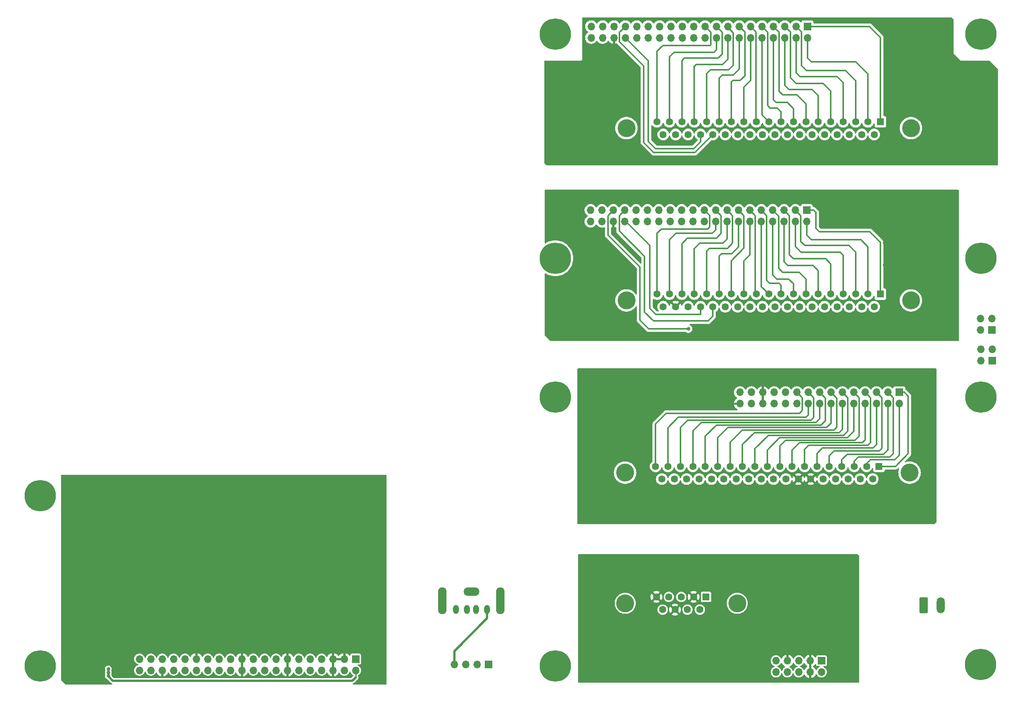
<source format=gbr>
%TF.GenerationSoftware,KiCad,Pcbnew,(7.0.0)*%
%TF.CreationDate,2025-01-08T14:06:24+03:30*%
%TF.ProjectId,tester interface,74657374-6572-4206-996e-746572666163,rev?*%
%TF.SameCoordinates,Original*%
%TF.FileFunction,Copper,L2,Bot*%
%TF.FilePolarity,Positive*%
%FSLAX46Y46*%
G04 Gerber Fmt 4.6, Leading zero omitted, Abs format (unit mm)*
G04 Created by KiCad (PCBNEW (7.0.0)) date 2025-01-08 14:06:24*
%MOMM*%
%LPD*%
G01*
G04 APERTURE LIST*
G04 Aperture macros list*
%AMRoundRect*
0 Rectangle with rounded corners*
0 $1 Rounding radius*
0 $2 $3 $4 $5 $6 $7 $8 $9 X,Y pos of 4 corners*
0 Add a 4 corners polygon primitive as box body*
4,1,4,$2,$3,$4,$5,$6,$7,$8,$9,$2,$3,0*
0 Add four circle primitives for the rounded corners*
1,1,$1+$1,$2,$3*
1,1,$1+$1,$4,$5*
1,1,$1+$1,$6,$7*
1,1,$1+$1,$8,$9*
0 Add four rect primitives between the rounded corners*
20,1,$1+$1,$2,$3,$4,$5,0*
20,1,$1+$1,$4,$5,$6,$7,0*
20,1,$1+$1,$6,$7,$8,$9,0*
20,1,$1+$1,$8,$9,$2,$3,0*%
G04 Aperture macros list end*
%TA.AperFunction,ComponentPad*%
%ADD10C,4.000000*%
%TD*%
%TA.AperFunction,ComponentPad*%
%ADD11R,1.600000X1.600000*%
%TD*%
%TA.AperFunction,ComponentPad*%
%ADD12C,1.600000*%
%TD*%
%TA.AperFunction,ComponentPad*%
%ADD13C,0.800000*%
%TD*%
%TA.AperFunction,ComponentPad*%
%ADD14C,7.000000*%
%TD*%
%TA.AperFunction,ComponentPad*%
%ADD15O,1.300000X2.000000*%
%TD*%
%TA.AperFunction,ComponentPad*%
%ADD16O,1.900000X6.000000*%
%TD*%
%TA.AperFunction,ComponentPad*%
%ADD17O,3.500000X1.900000*%
%TD*%
%TA.AperFunction,ComponentPad*%
%ADD18RoundRect,0.250000X-0.650000X-1.550000X0.650000X-1.550000X0.650000X1.550000X-0.650000X1.550000X0*%
%TD*%
%TA.AperFunction,ComponentPad*%
%ADD19O,1.800000X3.600000*%
%TD*%
%TA.AperFunction,ComponentPad*%
%ADD20R,1.700000X1.700000*%
%TD*%
%TA.AperFunction,ComponentPad*%
%ADD21O,1.700000X1.700000*%
%TD*%
%TA.AperFunction,ViaPad*%
%ADD22C,0.800000*%
%TD*%
%TA.AperFunction,ViaPad*%
%ADD23C,0.320000*%
%TD*%
%TA.AperFunction,Conductor*%
%ADD24C,0.500000*%
%TD*%
%TA.AperFunction,Conductor*%
%ADD25C,0.220000*%
%TD*%
%TA.AperFunction,Conductor*%
%ADD26C,0.350000*%
%TD*%
G04 APERTURE END LIST*
D10*
%TO.P,J10,0,PAD*%
%TO.N,unconnected-(J10-PAD-Pad0)*%
X175162266Y-153129433D03*
X200162266Y-153129433D03*
D11*
%TO.P,J10,1,1*%
%TO.N,CANH*%
X193202265Y-151709432D03*
D12*
%TO.P,J10,2,2*%
%TO.N,GND*%
X190432266Y-151709433D03*
%TO.P,J10,3,3*%
%TO.N,485B*%
X187662266Y-151709433D03*
%TO.P,J10,4,4*%
%TO.N,232RD*%
X184892266Y-151709433D03*
%TO.P,J10,5,5*%
%TO.N,GND*%
X182122266Y-151709433D03*
%TO.P,J10,6,6*%
%TO.N,CANL*%
X191817266Y-154549433D03*
%TO.P,J10,7,7*%
%TO.N,485A*%
X189047266Y-154549433D03*
%TO.P,J10,8,8*%
%TO.N,GND*%
X186277266Y-154549433D03*
%TO.P,J10,9,9*%
%TO.N,232TD*%
X183507266Y-154549433D03*
%TD*%
D13*
%TO.P,H2,1*%
%TO.N,N/C*%
X41915000Y-129120000D03*
X42683845Y-127263845D03*
X42683845Y-130976155D03*
X44540000Y-126495000D03*
D14*
X44540000Y-129120000D03*
D13*
X44540000Y-131745000D03*
X46396155Y-127263845D03*
X46396155Y-130976155D03*
X47165000Y-129120000D03*
%TD*%
%TO.P,H9,1*%
%TO.N,N/C*%
X156915000Y-107120000D03*
X157683845Y-105263845D03*
X157683845Y-108976155D03*
X159540000Y-104495000D03*
D14*
X159540000Y-107120000D03*
D13*
X159540000Y-109745000D03*
X161396155Y-105263845D03*
X161396155Y-108976155D03*
X162165000Y-107120000D03*
%TD*%
%TO.P,H4,1*%
%TO.N,N/C*%
X156911133Y-167116132D03*
X157679978Y-165259977D03*
X157679978Y-168972287D03*
X159536133Y-164491132D03*
D14*
X159536133Y-167116132D03*
D13*
X159536133Y-169741132D03*
X161392288Y-165259977D03*
X161392288Y-168972287D03*
X162161133Y-167116132D03*
%TD*%
D10*
%TO.P,J8,0,PAD*%
%TO.N,unconnected-(J8-PAD-Pad0)*%
X175126133Y-123976132D03*
X238626133Y-123976132D03*
D11*
%TO.P,J8,1,1*%
%TO.N,/Analog_out1*%
X231806132Y-122556131D03*
D12*
%TO.P,J8,2,2*%
%TO.N,/Analog_out2*%
X229036133Y-122556132D03*
%TO.P,J8,3,3*%
%TO.N,/Analog_out3*%
X226266133Y-122556132D03*
%TO.P,J8,4,4*%
%TO.N,/Analog_out4*%
X223496133Y-122556132D03*
%TO.P,J8,5,5*%
%TO.N,/Analog_out5*%
X220726133Y-122556132D03*
%TO.P,J8,6,6*%
%TO.N,/Analog_out6*%
X217956133Y-122556132D03*
%TO.P,J8,7,7*%
%TO.N,/Analog_out7*%
X215186133Y-122556132D03*
%TO.P,J8,8,8*%
%TO.N,/Analog_out8*%
X212416133Y-122556132D03*
%TO.P,J8,9,9*%
%TO.N,/Analog_out9*%
X209646133Y-122556132D03*
%TO.P,J8,10,10*%
%TO.N,/Analog_out10*%
X206876133Y-122556132D03*
%TO.P,J8,11,11*%
%TO.N,/Analog_out11*%
X204106133Y-122556132D03*
%TO.P,J8,12,12*%
%TO.N,/Analog_out12*%
X201336133Y-122556132D03*
%TO.P,J8,13,13*%
%TO.N,/Analog_out13*%
X198566133Y-122556132D03*
%TO.P,J8,14,14*%
%TO.N,/Analog_out14*%
X195796133Y-122556132D03*
%TO.P,J8,15,15*%
%TO.N,/Analog_out15*%
X193026133Y-122556132D03*
%TO.P,J8,16,16*%
%TO.N,/Analog_out16*%
X190256133Y-122556132D03*
%TO.P,J8,17,17*%
%TO.N,/Analog_out17*%
X187486133Y-122556132D03*
%TO.P,J8,18,18*%
%TO.N,/Analog_out18*%
X184716133Y-122556132D03*
%TO.P,J8,19,19*%
%TO.N,/Analog_out19*%
X181946133Y-122556132D03*
%TO.P,J8,20,20*%
%TO.N,/Analog_out20*%
X230421133Y-125396132D03*
%TO.P,J8,21,21*%
%TO.N,/Analog_out21*%
X227651133Y-125396132D03*
%TO.P,J8,22,22*%
%TO.N,/Analog_out22*%
X224881133Y-125396132D03*
%TO.P,J8,23,23*%
%TO.N,/Analog_out23*%
X222111133Y-125396132D03*
%TO.P,J8,24,24*%
%TO.N,/Analog_out24*%
X219341133Y-125396132D03*
%TO.P,J8,25,25*%
%TO.N,GND*%
X216571133Y-125396132D03*
%TO.P,J8,26,26*%
X213801133Y-125396132D03*
%TO.P,J8,27,27*%
%TO.N,ID1-analog*%
X211031133Y-125396132D03*
%TO.P,J8,28,28*%
%TO.N,ID2-analog*%
X208261133Y-125396132D03*
%TO.P,J8,29,29*%
%TO.N,ID3-analog*%
X205491133Y-125396132D03*
%TO.P,J8,30,30*%
%TO.N,unconnected-(J8-Pad30)*%
X202721133Y-125396132D03*
%TO.P,J8,31,31*%
%TO.N,unconnected-(J8-Pad31)*%
X199951133Y-125396132D03*
%TO.P,J8,32,32*%
%TO.N,unconnected-(J8-Pad32)*%
X197181133Y-125396132D03*
%TO.P,J8,33,33*%
%TO.N,unconnected-(J8-Pad33)*%
X194411133Y-125396132D03*
%TO.P,J8,34,34*%
%TO.N,unconnected-(J8-Pad34)*%
X191641133Y-125396132D03*
%TO.P,J8,35,35*%
%TO.N,unconnected-(J8-Pad35)*%
X188871133Y-125396132D03*
%TO.P,J8,36,36*%
%TO.N,unconnected-(J8-Pad36)*%
X186101133Y-125396132D03*
%TO.P,J8,37,37*%
%TO.N,unconnected-(J8-Pad37)*%
X183331133Y-125396132D03*
%TD*%
D13*
%TO.P,H7,1*%
%TO.N,N/C*%
X156915000Y-76120000D03*
X157683845Y-74263845D03*
X157683845Y-77976155D03*
X159540000Y-73495000D03*
D14*
X159540000Y-76120000D03*
D13*
X159540000Y-78745000D03*
X161396155Y-74263845D03*
X161396155Y-77976155D03*
X162165000Y-76120000D03*
%TD*%
%TO.P,H5,1*%
%TO.N,N/C*%
X156911133Y-26116132D03*
X157679978Y-24259977D03*
X157679978Y-27972287D03*
X159536133Y-23491132D03*
D14*
X159536133Y-26116132D03*
D13*
X159536133Y-28741132D03*
X161392288Y-24259977D03*
X161392288Y-27972287D03*
X162161133Y-26116132D03*
%TD*%
%TO.P,H10,1*%
%TO.N,N/C*%
X251871133Y-166811132D03*
X252639978Y-164954977D03*
X252639978Y-168667287D03*
X254496133Y-164186132D03*
D14*
X254496133Y-166811132D03*
D13*
X254496133Y-169436132D03*
X256352288Y-164954977D03*
X256352288Y-168667287D03*
X257121133Y-166811132D03*
%TD*%
D10*
%TO.P,J4,0,PAD*%
%TO.N,unconnected-(J4-PAD-Pad0)*%
X175436133Y-47056132D03*
X238936133Y-47056132D03*
D11*
%TO.P,J4,1,1*%
%TO.N,O1*%
X232116132Y-45636131D03*
D12*
%TO.P,J4,2,2*%
%TO.N,O2*%
X229346133Y-45636132D03*
%TO.P,J4,3,3*%
%TO.N,O3*%
X226576133Y-45636132D03*
%TO.P,J4,4,4*%
%TO.N,O4*%
X223806133Y-45636132D03*
%TO.P,J4,5,5*%
%TO.N,O5*%
X221036133Y-45636132D03*
%TO.P,J4,6,6*%
%TO.N,O6*%
X218266133Y-45636132D03*
%TO.P,J4,7,7*%
%TO.N,O7*%
X215496133Y-45636132D03*
%TO.P,J4,8,8*%
%TO.N,O8*%
X212726133Y-45636132D03*
%TO.P,J4,9,9*%
%TO.N,O9*%
X209956133Y-45636132D03*
%TO.P,J4,10,10*%
%TO.N,O10*%
X207186133Y-45636132D03*
%TO.P,J4,11,11*%
%TO.N,O11*%
X204416133Y-45636132D03*
%TO.P,J4,12,12*%
%TO.N,O12*%
X201646133Y-45636132D03*
%TO.P,J4,13,13*%
%TO.N,O13*%
X198876133Y-45636132D03*
%TO.P,J4,14,14*%
%TO.N,O14*%
X196106133Y-45636132D03*
%TO.P,J4,15,15*%
%TO.N,O15*%
X193336133Y-45636132D03*
%TO.P,J4,16,16*%
%TO.N,O16*%
X190566133Y-45636132D03*
%TO.P,J4,17,17*%
%TO.N,O17*%
X187796133Y-45636132D03*
%TO.P,J4,18,18*%
%TO.N,O18*%
X185026133Y-45636132D03*
%TO.P,J4,19,19*%
%TO.N,O19*%
X182256133Y-45636132D03*
%TO.P,J4,20,20*%
%TO.N,O20*%
X230731133Y-48476132D03*
%TO.P,J4,21,21*%
%TO.N,O21*%
X227961133Y-48476132D03*
%TO.P,J4,22,22*%
%TO.N,O22*%
X225191133Y-48476132D03*
%TO.P,J4,23,23*%
%TO.N,O23*%
X222421133Y-48476132D03*
%TO.P,J4,24,24*%
%TO.N,O24*%
X219651133Y-48476132D03*
%TO.P,J4,25,25*%
%TO.N,O25*%
X216881133Y-48476132D03*
%TO.P,J4,26,26*%
%TO.N,O26*%
X214111133Y-48476132D03*
%TO.P,J4,27,27*%
%TO.N,O27*%
X211341133Y-48476132D03*
%TO.P,J4,28,28*%
%TO.N,O28*%
X208571133Y-48476132D03*
%TO.P,J4,29,29*%
%TO.N,O29*%
X205801133Y-48476132D03*
%TO.P,J4,30,30*%
%TO.N,O30*%
X203031133Y-48476132D03*
%TO.P,J4,31,31*%
%TO.N,O31*%
X200261133Y-48476132D03*
%TO.P,J4,32,32*%
%TO.N,O32*%
X197491133Y-48476132D03*
%TO.P,J4,33,33*%
%TO.N,ID1-output*%
X194721133Y-48476132D03*
%TO.P,J4,34,34*%
%TO.N,ID2-output*%
X191951133Y-48476132D03*
%TO.P,J4,35,35*%
%TO.N,ID3-output*%
X189181133Y-48476132D03*
%TO.P,J4,36,36*%
%TO.N,unconnected-(J4-Pad36)*%
X186411133Y-48476132D03*
%TO.P,J4,37,37*%
%TO.N,unconnected-(J4-Pad37)*%
X183641133Y-48476132D03*
%TD*%
D13*
%TO.P,H6,1*%
%TO.N,N/C*%
X251915000Y-107120000D03*
X252683845Y-105263845D03*
X252683845Y-108976155D03*
X254540000Y-104495000D03*
D14*
X254540000Y-107120000D03*
D13*
X254540000Y-109745000D03*
X256396155Y-105263845D03*
X256396155Y-108976155D03*
X257165000Y-107120000D03*
%TD*%
%TO.P,H1,1*%
%TO.N,N/C*%
X41911133Y-167116132D03*
X42679978Y-165259977D03*
X42679978Y-168972287D03*
X44536133Y-164491132D03*
X44536133Y-169741132D03*
D14*
X44540000Y-167120000D03*
D13*
X46392288Y-165259977D03*
X46392288Y-168972287D03*
X47161133Y-167116132D03*
%TD*%
D10*
%TO.P,J6,0,PAD*%
%TO.N,unconnected-(J6-PAD-Pad0)*%
X175436133Y-85516132D03*
X238936133Y-85516132D03*
D11*
%TO.P,J6,1,1*%
%TO.N,/In1*%
X232116132Y-84096131D03*
D12*
%TO.P,J6,2,2*%
%TO.N,/In2*%
X229346133Y-84096132D03*
%TO.P,J6,3,3*%
%TO.N,/In3*%
X226576133Y-84096132D03*
%TO.P,J6,4,4*%
%TO.N,/In4*%
X223806133Y-84096132D03*
%TO.P,J6,5,5*%
%TO.N,/In5*%
X221036133Y-84096132D03*
%TO.P,J6,6,6*%
%TO.N,/In6*%
X218266133Y-84096132D03*
%TO.P,J6,7,7*%
%TO.N,/In7*%
X215496133Y-84096132D03*
%TO.P,J6,8,8*%
%TO.N,/In8*%
X212726133Y-84096132D03*
%TO.P,J6,9,9*%
%TO.N,/In9*%
X209956133Y-84096132D03*
%TO.P,J6,10,10*%
%TO.N,/In10*%
X207186133Y-84096132D03*
%TO.P,J6,11,11*%
%TO.N,/In11*%
X204416133Y-84096132D03*
%TO.P,J6,12,12*%
%TO.N,/In12*%
X201646133Y-84096132D03*
%TO.P,J6,13,13*%
%TO.N,/In13*%
X198876133Y-84096132D03*
%TO.P,J6,14,14*%
%TO.N,/In14*%
X196106133Y-84096132D03*
%TO.P,J6,15,15*%
%TO.N,/In15*%
X193336133Y-84096132D03*
%TO.P,J6,16,16*%
%TO.N,/In16*%
X190566133Y-84096132D03*
%TO.P,J6,17,17*%
%TO.N,/In17*%
X187796133Y-84096132D03*
%TO.P,J6,18,18*%
%TO.N,/In18*%
X185026133Y-84096132D03*
%TO.P,J6,19,19*%
%TO.N,/In19*%
X182256133Y-84096132D03*
%TO.P,J6,20,20*%
%TO.N,/In20*%
X230731133Y-86936132D03*
%TO.P,J6,21,21*%
%TO.N,/In21*%
X227961133Y-86936132D03*
%TO.P,J6,22,22*%
%TO.N,/In22*%
X225191133Y-86936132D03*
%TO.P,J6,23,23*%
%TO.N,/In23*%
X222421133Y-86936132D03*
%TO.P,J6,24,24*%
%TO.N,/In24*%
X219651133Y-86936132D03*
%TO.P,J6,25,25*%
%TO.N,/In25*%
X216881133Y-86936132D03*
%TO.P,J6,26,26*%
%TO.N,/In26*%
X214111133Y-86936132D03*
%TO.P,J6,27,27*%
%TO.N,/In27*%
X211341133Y-86936132D03*
%TO.P,J6,28,28*%
%TO.N,/In28*%
X208571133Y-86936132D03*
%TO.P,J6,29,29*%
%TO.N,/In29*%
X205801133Y-86936132D03*
%TO.P,J6,30,30*%
%TO.N,/In30*%
X203031133Y-86936132D03*
%TO.P,J6,31,31*%
%TO.N,/In31*%
X200261133Y-86936132D03*
%TO.P,J6,32,32*%
%TO.N,/In32*%
X197491133Y-86936132D03*
%TO.P,J6,33,33*%
%TO.N,ID1-input*%
X194721133Y-86936132D03*
%TO.P,J6,34,34*%
%TO.N,ID2-input*%
X191951133Y-86936132D03*
%TO.P,J6,35,35*%
%TO.N,ID3-input*%
X189181133Y-86936132D03*
%TO.P,J6,36,36*%
%TO.N,GND*%
X186411133Y-86936132D03*
%TO.P,J6,37,37*%
%TO.N,+72*%
X183641133Y-86936132D03*
%TD*%
D15*
%TO.P,J16,1,VBUS*%
%TO.N,Net-(J16-VBUS)*%
X137336132Y-154478631D03*
%TO.P,J16,2,D-*%
%TO.N,Net-(J16-D-)*%
X139836132Y-154478631D03*
%TO.P,J16,3,D+*%
%TO.N,Net-(J16-D+)*%
X141836132Y-154478631D03*
%TO.P,J16,4,GND*%
%TO.N,GND*%
X144336132Y-154478631D03*
D16*
%TO.P,J16,5,Shield*%
X134366132Y-152548631D03*
D17*
X140836132Y-150568631D03*
D16*
X147306132Y-152548631D03*
%TD*%
D13*
%TO.P,H8,1*%
%TO.N,N/C*%
X251911133Y-26116132D03*
X252679978Y-24259977D03*
X252679978Y-27972287D03*
X254536133Y-23491132D03*
D14*
X254536133Y-26116132D03*
D13*
X254536133Y-28741132D03*
X256392288Y-24259977D03*
X256392288Y-27972287D03*
X257161133Y-26116132D03*
%TD*%
%TO.P,H3,1*%
%TO.N,N/C*%
X251915000Y-76120000D03*
X252683845Y-74263845D03*
X252683845Y-77976155D03*
X254540000Y-73495000D03*
D14*
X254540000Y-76120000D03*
D13*
X254540000Y-78745000D03*
X256396155Y-74263845D03*
X256396155Y-77976155D03*
X257165000Y-76120000D03*
%TD*%
D18*
%TO.P,J14,1,Pin_1*%
%TO.N,24vSupply *%
X241796133Y-153606132D03*
D19*
%TO.P,J14,2,Pin_2*%
%TO.N,GND*%
X245606132Y-153606131D03*
%TD*%
D20*
%TO.P,J15,1,Pin_1*%
%TO.N,GND*%
X257036132Y-92116131D03*
D21*
%TO.P,J15,2,Pin_2*%
%TO.N,24vSupply *%
X254496132Y-92116131D03*
%TO.P,J15,3,Pin_3*%
%TO.N,GND*%
X257036132Y-89576131D03*
%TO.P,J15,4,Pin_4*%
%TO.N,24vSupply *%
X254496132Y-89576131D03*
%TD*%
D20*
%TO.P,J9,1,Pin_1*%
%TO.N,Net-(J16-D+)*%
X144636132Y-166816131D03*
D21*
%TO.P,J9,2,Pin_2*%
%TO.N,Net-(J16-D-)*%
X142096132Y-166816131D03*
%TO.P,J9,3,Pin_3*%
%TO.N,Net-(J16-VBUS)*%
X139556132Y-166816131D03*
%TO.P,J9,4,Pin_4*%
%TO.N,GND*%
X137016132Y-166816131D03*
%TD*%
D20*
%TO.P,J17,1,Pin_1*%
%TO.N,CANH*%
X218976132Y-165951131D03*
D21*
%TO.P,J17,2,Pin_2*%
%TO.N,CANL*%
X218976132Y-168491131D03*
%TO.P,J17,3,Pin_3*%
%TO.N,GND*%
X216436132Y-165951131D03*
%TO.P,J17,4,Pin_4*%
X216436132Y-168491131D03*
%TO.P,J17,5,Pin_5*%
%TO.N,485A*%
X213896132Y-165951131D03*
%TO.P,J17,6,Pin_6*%
%TO.N,485B*%
X213896132Y-168491131D03*
%TO.P,J17,7,Pin_7*%
%TO.N,GND*%
X211356132Y-165951131D03*
%TO.P,J17,8,Pin_8*%
%TO.N,232RD*%
X211356132Y-168491131D03*
%TO.P,J17,9,Pin_9*%
%TO.N,232TD*%
X208816132Y-165951131D03*
%TO.P,J17,10,Pin_10*%
%TO.N,unconnected-(J17-Pin_10-Pad10)*%
X208816132Y-168491131D03*
%TD*%
D20*
%TO.P,J1,1,Pin_1*%
%TO.N,/LED-*%
X114996132Y-165576131D03*
D21*
%TO.P,J1,2,Pin_2*%
%TO.N,LED+*%
X114996132Y-168116131D03*
%TO.P,J1,3,Pin_3*%
%TO.N,GND*%
X112456132Y-165576131D03*
%TO.P,J1,4,Pin_4*%
%TO.N,+3.3V*%
X112456132Y-168116131D03*
%TO.P,J1,5,Pin_5*%
%TO.N,GND*%
X109916132Y-165576131D03*
%TO.P,J1,6,Pin_6*%
X109916132Y-168116131D03*
%TO.P,J1,7,Pin_7*%
%TO.N,LCD_R2*%
X107376132Y-165576131D03*
%TO.P,J1,8,Pin_8*%
%TO.N,LCD_R3*%
X107376132Y-168116131D03*
%TO.P,J1,9,Pin_9*%
%TO.N,LCD_R4*%
X104836132Y-165576131D03*
%TO.P,J1,10,Pin_10*%
%TO.N,LCD_R5*%
X104836132Y-168116131D03*
%TO.P,J1,11,Pin_11*%
%TO.N,LCD_R6*%
X102296132Y-165576131D03*
%TO.P,J1,12,Pin_12*%
%TO.N,LCD_R7*%
X102296132Y-168116131D03*
%TO.P,J1,13,Pin_13*%
%TO.N,GND*%
X99756132Y-165576131D03*
%TO.P,J1,14,Pin_14*%
X99756132Y-168116131D03*
%TO.P,J1,15,Pin_15*%
%TO.N,LCD_G2*%
X97216132Y-165576131D03*
%TO.P,J1,16,Pin_16*%
%TO.N,LCD_G3*%
X97216132Y-168116131D03*
%TO.P,J1,17,Pin_17*%
%TO.N,LCD_G4*%
X94676132Y-165576131D03*
%TO.P,J1,18,Pin_18*%
%TO.N,LCD_G5*%
X94676132Y-168116131D03*
%TO.P,J1,19,Pin_19*%
%TO.N,LCD_G6*%
X92136132Y-165576131D03*
%TO.P,J1,20,Pin_20*%
%TO.N,LCD_G7*%
X92136132Y-168116131D03*
%TO.P,J1,21,Pin_21*%
%TO.N,GND*%
X89596132Y-165576131D03*
%TO.P,J1,22,Pin_22*%
X89596132Y-168116131D03*
%TO.P,J1,23,Pin_23*%
%TO.N,LCD_B2*%
X87056132Y-165576131D03*
%TO.P,J1,24,Pin_24*%
%TO.N,LDC_B3*%
X87056132Y-168116131D03*
%TO.P,J1,25,Pin_25*%
%TO.N,LCD_B4*%
X84516132Y-165576131D03*
%TO.P,J1,26,Pin_26*%
%TO.N,LCD_B5*%
X84516132Y-168116131D03*
%TO.P,J1,27,Pin_27*%
%TO.N,LCD_B6*%
X81976132Y-165576131D03*
%TO.P,J1,28,Pin_28*%
%TO.N,LCD_B7*%
X81976132Y-168116131D03*
%TO.P,J1,29,Pin_29*%
%TO.N,GND*%
X79436132Y-165576131D03*
%TO.P,J1,30,Pin_30*%
%TO.N,LCD_CLK*%
X79436132Y-168116131D03*
%TO.P,J1,31,Pin_31*%
%TO.N,LCD_BACK_LIGHT*%
X76896132Y-165576131D03*
%TO.P,J1,32,Pin_32*%
%TO.N,LCD_HS*%
X76896132Y-168116131D03*
%TO.P,J1,33,Pin_33*%
%TO.N,LCD_VS*%
X74356132Y-165576131D03*
%TO.P,J1,34,Pin_34*%
%TO.N,LCD_DE*%
X74356132Y-168116131D03*
%TO.P,J1,35,Pin_35*%
%TO.N,unconnected-(J1-Pin_35-Pad35)*%
X71816132Y-165576131D03*
%TO.P,J1,36,Pin_36*%
%TO.N,GND*%
X71816132Y-168116131D03*
%TO.P,J1,37,Pin_37*%
%TO.N,/Touch_X+*%
X69276132Y-165576131D03*
%TO.P,J1,38,Pin_38*%
%TO.N,/Touch_Y-*%
X69276132Y-168116131D03*
%TO.P,J1,39,Pin_39*%
%TO.N,/Touch_X-*%
X66736132Y-165576131D03*
%TO.P,J1,40,Pin_40*%
%TO.N,/Touch_Y+*%
X66736132Y-168116131D03*
%TD*%
D20*
%TO.P,J5,1,Pin_1*%
%TO.N,/In1*%
X215691132Y-65366131D03*
D21*
%TO.P,J5,2,Pin_2*%
%TO.N,/In2*%
X215691132Y-67906131D03*
%TO.P,J5,3,Pin_3*%
%TO.N,/In3*%
X213151132Y-65366131D03*
%TO.P,J5,4,Pin_4*%
%TO.N,/In4*%
X213151132Y-67906131D03*
%TO.P,J5,5,Pin_5*%
%TO.N,/In5*%
X210611132Y-65366131D03*
%TO.P,J5,6,Pin_6*%
%TO.N,/In6*%
X210611132Y-67906131D03*
%TO.P,J5,7,Pin_7*%
%TO.N,/In7*%
X208071132Y-65366131D03*
%TO.P,J5,8,Pin_8*%
%TO.N,/In8*%
X208071132Y-67906131D03*
%TO.P,J5,9,Pin_9*%
%TO.N,/In9*%
X205531132Y-65366131D03*
%TO.P,J5,10,Pin_10*%
%TO.N,/In10*%
X205531132Y-67906131D03*
%TO.P,J5,11,Pin_11*%
%TO.N,/In11*%
X202991132Y-65366131D03*
%TO.P,J5,12,Pin_12*%
%TO.N,/In12*%
X202991132Y-67906131D03*
%TO.P,J5,13,Pin_13*%
%TO.N,/In13*%
X200451132Y-65366131D03*
%TO.P,J5,14,Pin_14*%
%TO.N,/In14*%
X200451132Y-67906131D03*
%TO.P,J5,15,Pin_15*%
%TO.N,/In15*%
X197911132Y-65366131D03*
%TO.P,J5,16,Pin_16*%
%TO.N,/In16*%
X197911132Y-67906131D03*
%TO.P,J5,17,Pin_17*%
%TO.N,/In17*%
X195371132Y-65366131D03*
%TO.P,J5,18,Pin_18*%
%TO.N,/In18*%
X195371132Y-67906131D03*
%TO.P,J5,19,Pin_19*%
%TO.N,/In19*%
X192831132Y-65366131D03*
%TO.P,J5,20,Pin_20*%
%TO.N,/In20*%
X192831132Y-67906131D03*
%TO.P,J5,21,Pin_21*%
%TO.N,/In21*%
X190291132Y-65366131D03*
%TO.P,J5,22,Pin_22*%
%TO.N,/In22*%
X190291132Y-67906131D03*
%TO.P,J5,23,Pin_23*%
%TO.N,/In23*%
X187751132Y-65366131D03*
%TO.P,J5,24,Pin_24*%
%TO.N,/In24*%
X187751132Y-67906131D03*
%TO.P,J5,25,Pin_25*%
%TO.N,/In25*%
X185211132Y-65366131D03*
%TO.P,J5,26,Pin_26*%
%TO.N,/In26*%
X185211132Y-67906131D03*
%TO.P,J5,27,Pin_27*%
%TO.N,/In27*%
X182671132Y-65366131D03*
%TO.P,J5,28,Pin_28*%
%TO.N,/In28*%
X182671132Y-67906131D03*
%TO.P,J5,29,Pin_29*%
%TO.N,/In29*%
X180131132Y-65366131D03*
%TO.P,J5,30,Pin_30*%
%TO.N,/In30*%
X180131132Y-67906131D03*
%TO.P,J5,31,Pin_31*%
%TO.N,/In31*%
X177591132Y-65366131D03*
%TO.P,J5,32,Pin_32*%
%TO.N,/In32*%
X177591132Y-67906131D03*
%TO.P,J5,33,Pin_33*%
%TO.N,ID1-input*%
X175051132Y-65366131D03*
%TO.P,J5,34,Pin_34*%
%TO.N,ID2-input*%
X175051132Y-67906131D03*
%TO.P,J5,35,Pin_35*%
%TO.N,ID3-input*%
X172511132Y-65366131D03*
%TO.P,J5,36,Pin_36*%
%TO.N,GND*%
X172511132Y-67906131D03*
%TO.P,J5,37,Pin_37*%
%TO.N,+72*%
X169971132Y-65366131D03*
%TO.P,J5,38,Pin_38*%
%TO.N,unconnected-(J5-Pin_38-Pad38)*%
X169971132Y-67906131D03*
%TO.P,J5,39,Pin_39*%
%TO.N,unconnected-(J5-Pin_39-Pad39)*%
X167431132Y-65366131D03*
%TO.P,J5,40,Pin_40*%
%TO.N,unconnected-(J5-Pin_40-Pad40)*%
X167431132Y-67906131D03*
%TD*%
D20*
%TO.P,J13,1,Pin_1*%
%TO.N,GND*%
X257051132Y-98941131D03*
D21*
%TO.P,J13,2,Pin_2*%
%TO.N,24vSupply *%
X254511132Y-98941131D03*
%TO.P,J13,3,Pin_3*%
%TO.N,GND*%
X257051132Y-96401131D03*
%TO.P,J13,4,Pin_4*%
%TO.N,24vSupply *%
X254511132Y-96401131D03*
%TD*%
D20*
%TO.P,J3,1,Pin_1*%
%TO.N,O1*%
X215821132Y-24341131D03*
D21*
%TO.P,J3,2,Pin_2*%
%TO.N,O2*%
X215821132Y-26881131D03*
%TO.P,J3,3,Pin_3*%
%TO.N,O3*%
X213281132Y-24341131D03*
%TO.P,J3,4,Pin_4*%
%TO.N,O4*%
X213281132Y-26881131D03*
%TO.P,J3,5,Pin_5*%
%TO.N,O5*%
X210741132Y-24341131D03*
%TO.P,J3,6,Pin_6*%
%TO.N,O6*%
X210741132Y-26881131D03*
%TO.P,J3,7,Pin_7*%
%TO.N,O7*%
X208201132Y-24341131D03*
%TO.P,J3,8,Pin_8*%
%TO.N,O8*%
X208201132Y-26881131D03*
%TO.P,J3,9,Pin_9*%
%TO.N,O9*%
X205661132Y-24341131D03*
%TO.P,J3,10,Pin_10*%
%TO.N,O10*%
X205661132Y-26881131D03*
%TO.P,J3,11,Pin_11*%
%TO.N,O11*%
X203121132Y-24341131D03*
%TO.P,J3,12,Pin_12*%
%TO.N,O12*%
X203121132Y-26881131D03*
%TO.P,J3,13,Pin_13*%
%TO.N,O13*%
X200581132Y-24341131D03*
%TO.P,J3,14,Pin_14*%
%TO.N,O14*%
X200581132Y-26881131D03*
%TO.P,J3,15,Pin_15*%
%TO.N,O15*%
X198041132Y-24341131D03*
%TO.P,J3,16,Pin_16*%
%TO.N,O16*%
X198041132Y-26881131D03*
%TO.P,J3,17,Pin_17*%
%TO.N,O17*%
X195501132Y-24341131D03*
%TO.P,J3,18,Pin_18*%
%TO.N,O18*%
X195501132Y-26881131D03*
%TO.P,J3,19,Pin_19*%
%TO.N,O19*%
X192961132Y-24341131D03*
%TO.P,J3,20,Pin_20*%
%TO.N,O20*%
X192961132Y-26881131D03*
%TO.P,J3,21,Pin_21*%
%TO.N,O21*%
X190421132Y-24341131D03*
%TO.P,J3,22,Pin_22*%
%TO.N,O22*%
X190421132Y-26881131D03*
%TO.P,J3,23,Pin_23*%
%TO.N,O23*%
X187881132Y-24341131D03*
%TO.P,J3,24,Pin_24*%
%TO.N,O24*%
X187881132Y-26881131D03*
%TO.P,J3,25,Pin_25*%
%TO.N,O25*%
X185341132Y-24341131D03*
%TO.P,J3,26,Pin_26*%
%TO.N,O26*%
X185341132Y-26881131D03*
%TO.P,J3,27,Pin_27*%
%TO.N,O27*%
X182801132Y-24341131D03*
%TO.P,J3,28,Pin_28*%
%TO.N,O28*%
X182801132Y-26881131D03*
%TO.P,J3,29,Pin_29*%
%TO.N,O29*%
X180261132Y-24341131D03*
%TO.P,J3,30,Pin_30*%
%TO.N,O30*%
X180261132Y-26881131D03*
%TO.P,J3,31,Pin_31*%
%TO.N,O31*%
X177721132Y-24341131D03*
%TO.P,J3,32,Pin_32*%
%TO.N,O32*%
X177721132Y-26881131D03*
%TO.P,J3,33,Pin_33*%
%TO.N,ID1-output*%
X175181132Y-24341131D03*
%TO.P,J3,34,Pin_34*%
%TO.N,ID2-output*%
X175181132Y-26881131D03*
%TO.P,J3,35,Pin_35*%
%TO.N,ID3-output*%
X172641132Y-24341131D03*
%TO.P,J3,36,Pin_36*%
%TO.N,GND*%
X172641132Y-26881131D03*
%TO.P,J3,37,Pin_37*%
%TO.N,unconnected-(J3-Pin_37-Pad37)*%
X170101132Y-24341131D03*
%TO.P,J3,38,Pin_38*%
%TO.N,unconnected-(J3-Pin_38-Pad38)*%
X170101132Y-26881131D03*
%TO.P,J3,39,Pin_39*%
%TO.N,unconnected-(J3-Pin_39-Pad39)*%
X167561132Y-24341131D03*
%TO.P,J3,40,Pin_40*%
%TO.N,unconnected-(J3-Pin_40-Pad40)*%
X167561132Y-26881131D03*
%TD*%
D20*
%TO.P,J7,1,Pin_1*%
%TO.N,/Analog_out1*%
X236331132Y-106041131D03*
D21*
%TO.P,J7,2,Pin_2*%
%TO.N,/Analog_out2*%
X236331132Y-108581131D03*
%TO.P,J7,3,Pin_3*%
%TO.N,/Analog_out3*%
X233791132Y-106041131D03*
%TO.P,J7,4,Pin_4*%
%TO.N,/Analog_out4*%
X233791132Y-108581131D03*
%TO.P,J7,5,Pin_5*%
%TO.N,/Analog_out5*%
X231251132Y-106041131D03*
%TO.P,J7,6,Pin_6*%
%TO.N,/Analog_out6*%
X231251132Y-108581131D03*
%TO.P,J7,7,Pin_7*%
%TO.N,/Analog_out7*%
X228711132Y-106041131D03*
%TO.P,J7,8,Pin_8*%
%TO.N,/Analog_out8*%
X228711132Y-108581131D03*
%TO.P,J7,9,Pin_9*%
%TO.N,/Analog_out9*%
X226171132Y-106041131D03*
%TO.P,J7,10,Pin_10*%
%TO.N,/Analog_out10*%
X226171132Y-108581131D03*
%TO.P,J7,11,Pin_11*%
%TO.N,/Analog_out11*%
X223631132Y-106041131D03*
%TO.P,J7,12,Pin_12*%
%TO.N,/Analog_out12*%
X223631132Y-108581131D03*
%TO.P,J7,13,Pin_13*%
%TO.N,/Analog_out13*%
X221091132Y-106041131D03*
%TO.P,J7,14,Pin_14*%
%TO.N,/Analog_out14*%
X221091132Y-108581131D03*
%TO.P,J7,15,Pin_15*%
%TO.N,/Analog_out15*%
X218551132Y-106041131D03*
%TO.P,J7,16,Pin_16*%
%TO.N,/Analog_out16*%
X218551132Y-108581131D03*
%TO.P,J7,17,Pin_17*%
%TO.N,/Analog_out17*%
X216011132Y-106041131D03*
%TO.P,J7,18,Pin_18*%
%TO.N,/Analog_out18*%
X216011132Y-108581131D03*
%TO.P,J7,19,Pin_19*%
%TO.N,/Analog_out19*%
X213471132Y-106041131D03*
%TO.P,J7,20,Pin_20*%
%TO.N,/Analog_out20*%
X213471132Y-108581131D03*
%TO.P,J7,21,Pin_21*%
%TO.N,/Analog_out21*%
X210931132Y-106041131D03*
%TO.P,J7,22,Pin_22*%
%TO.N,/Analog_out22*%
X210931132Y-108581131D03*
%TO.P,J7,23,Pin_23*%
%TO.N,/Analog_out23*%
X208391132Y-106041131D03*
%TO.P,J7,24,Pin_24*%
%TO.N,/Analog_out24*%
X208391132Y-108581131D03*
%TO.P,J7,25,Pin_25*%
%TO.N,GND*%
X205851132Y-106041131D03*
%TO.P,J7,26,Pin_26*%
X205851132Y-108581131D03*
%TO.P,J7,27,Pin_27*%
%TO.N,ID1-analog*%
X203311132Y-106041131D03*
%TO.P,J7,28,Pin_28*%
%TO.N,ID2-analog*%
X203311132Y-108581131D03*
%TO.P,J7,29,Pin_29*%
%TO.N,ID3-analog*%
X200771132Y-106041131D03*
%TO.P,J7,30,Pin_30*%
%TO.N,GND*%
X200771132Y-108581131D03*
%TD*%
D22*
%TO.N,LED+*%
X59776133Y-167766132D03*
X59776133Y-168546132D03*
X59776133Y-169346132D03*
D23*
%TO.N,GND*%
X97406133Y-153596132D03*
D22*
X233040000Y-72620000D03*
D23*
X110646133Y-151566132D03*
D22*
X65540000Y-126120000D03*
D23*
X107326133Y-163466132D03*
D22*
X238040000Y-77620000D03*
X50540000Y-151120000D03*
D23*
X77626133Y-152656132D03*
D22*
X173040000Y-62620000D03*
D23*
X93566133Y-155606132D03*
X101946133Y-150706132D03*
D22*
X243040000Y-67620000D03*
D23*
X107516133Y-159846132D03*
D22*
X233040000Y-62620000D03*
D23*
X73806133Y-149936132D03*
X113026133Y-138626132D03*
D22*
X200040000Y-160120000D03*
D23*
X95556133Y-163256132D03*
X103636133Y-152186132D03*
X111836133Y-143586132D03*
D22*
X201540000Y-129120000D03*
X166540000Y-124120000D03*
X188540000Y-164120000D03*
D23*
X100126133Y-143656132D03*
D22*
X167540000Y-160120000D03*
X176540000Y-134120000D03*
X228040000Y-91620000D03*
X50540000Y-156120000D03*
D23*
X101326133Y-147936132D03*
D22*
X166540000Y-129120000D03*
X244540000Y-34120000D03*
X120040000Y-167120000D03*
D23*
X104796133Y-147926132D03*
D22*
X218040000Y-91620000D03*
X202040000Y-168120000D03*
D23*
X98976133Y-138676132D03*
D22*
X212540000Y-155120000D03*
D23*
X93166133Y-145796132D03*
X75036133Y-158506132D03*
D22*
X177540000Y-165120000D03*
D23*
X110416133Y-162246132D03*
X83916133Y-158476132D03*
D22*
X120040000Y-162120000D03*
D23*
X90726133Y-157566132D03*
X83906133Y-162486132D03*
X115276133Y-144070000D03*
X88536133Y-148726132D03*
X94166133Y-162916132D03*
X86846133Y-156576132D03*
X96616133Y-147496132D03*
X96646133Y-138696132D03*
D22*
X60540000Y-131120000D03*
D23*
X81446133Y-158476132D03*
D22*
X182540000Y-145120000D03*
D23*
X88770000Y-152646132D03*
X100156133Y-152486132D03*
X95716133Y-158496132D03*
D22*
X50540000Y-136120000D03*
D23*
X93166133Y-135826132D03*
D22*
X211540000Y-129120000D03*
D23*
X111746133Y-155576132D03*
X101316133Y-134626132D03*
X114096133Y-154926132D03*
X94471133Y-151381133D03*
X111516133Y-159286132D03*
D22*
X250040000Y-44120000D03*
D23*
X86740000Y-149706132D03*
X97786133Y-135160000D03*
X108316133Y-138636132D03*
D22*
X211540000Y-134120000D03*
D23*
X90046133Y-150626132D03*
X115286133Y-155176132D03*
D22*
X62436133Y-143126132D03*
X243040000Y-62620000D03*
X171540000Y-134120000D03*
D23*
X94416133Y-156536132D03*
X90386133Y-154616132D03*
D22*
X194540000Y-164120000D03*
X243040000Y-77620000D03*
D23*
X93406133Y-158516132D03*
D22*
X239540000Y-39120000D03*
D23*
X95406133Y-146956132D03*
X116456133Y-135326132D03*
X108506133Y-160566132D03*
D22*
X158540000Y-48620000D03*
D23*
X116456133Y-149456132D03*
X105956133Y-151586132D03*
D22*
X222540000Y-150120000D03*
D23*
X109076133Y-153266132D03*
X106686133Y-159046132D03*
D22*
X158540000Y-38620000D03*
D23*
X101386133Y-157786132D03*
X95106133Y-157516132D03*
D22*
X226540000Y-129120000D03*
X250040000Y-34120000D03*
D23*
X82696133Y-158476132D03*
X116476133Y-131836132D03*
X96216133Y-160476132D03*
D22*
X168540000Y-53620000D03*
X172540000Y-145120000D03*
X163540000Y-33620000D03*
D23*
X104676133Y-152996132D03*
D22*
X55540000Y-156120000D03*
X254540000Y-44120000D03*
D23*
X81436133Y-162606132D03*
D22*
X213040000Y-150120000D03*
D23*
X101316133Y-143160000D03*
D22*
X176040000Y-129120000D03*
D23*
X91496133Y-152646132D03*
X98426133Y-160776132D03*
D22*
X203040000Y-62620000D03*
D23*
X103616133Y-143250000D03*
D22*
X120040000Y-137120000D03*
D23*
X105946133Y-143250000D03*
D22*
X166540000Y-114120000D03*
D23*
X110516133Y-158506132D03*
X91616133Y-160536132D03*
D22*
X188540000Y-167620000D03*
X231540000Y-129120000D03*
X168540000Y-43620000D03*
D23*
X86466133Y-162606132D03*
D22*
X241540000Y-129120000D03*
D23*
X115286133Y-147876132D03*
X77586133Y-158496132D03*
X107836133Y-156096132D03*
X116486133Y-152076132D03*
D22*
X235040000Y-29120000D03*
D23*
X108316133Y-143310000D03*
X103626133Y-138646132D03*
X111816133Y-135100000D03*
D22*
X213040000Y-62620000D03*
D23*
X97626133Y-149846132D03*
D22*
X238040000Y-72620000D03*
D23*
X96646133Y-143140000D03*
X85096133Y-155656132D03*
D22*
X243040000Y-72620000D03*
D23*
X102666133Y-151486132D03*
X97786133Y-139350000D03*
X103616133Y-134636132D03*
D22*
X67996133Y-127386132D03*
D23*
X94326133Y-138706132D03*
X108676133Y-156966132D03*
X99146133Y-161486132D03*
D22*
X172540000Y-155120000D03*
D23*
X100696133Y-163216132D03*
D22*
X120040000Y-132120000D03*
D23*
X102666133Y-154976132D03*
X96646133Y-134626132D03*
X75046133Y-162646132D03*
X74976133Y-148746132D03*
X93636133Y-148766133D03*
X99826133Y-155996132D03*
D22*
X222540000Y-165120000D03*
D23*
X98446133Y-150786132D03*
X106356133Y-162716132D03*
X87546133Y-153646132D03*
D22*
X239540000Y-24120000D03*
X207540000Y-155120000D03*
D23*
X116476133Y-128256132D03*
X97796133Y-147976132D03*
X93166133Y-139360000D03*
X93776133Y-160476132D03*
X100136133Y-147936132D03*
D22*
X158540000Y-33620000D03*
D23*
X85246133Y-162506132D03*
D22*
X166540000Y-134120000D03*
D23*
X110796133Y-154846132D03*
D22*
X202040000Y-164120000D03*
D23*
X83976133Y-154646132D03*
D22*
X50540000Y-166120000D03*
X186540000Y-104120000D03*
X244540000Y-54120000D03*
D23*
X80836133Y-149716132D03*
X101326133Y-138656132D03*
D22*
X172540000Y-150120000D03*
D23*
X80196133Y-134726132D03*
D22*
X183040000Y-62620000D03*
D23*
X97006133Y-158816132D03*
X80836133Y-151656132D03*
D22*
X196540000Y-134120000D03*
D23*
X113026133Y-147886132D03*
D22*
X222540000Y-160120000D03*
D23*
X95456133Y-143646132D03*
D22*
X244540000Y-24120000D03*
X239540000Y-34120000D03*
X164540000Y-91620000D03*
X163540000Y-43620000D03*
D23*
X92246133Y-148436132D03*
D22*
X55540000Y-131120000D03*
D23*
X92876133Y-154596132D03*
X107136133Y-147916132D03*
D22*
X159540000Y-86620000D03*
D23*
X109486133Y-139380000D03*
D22*
X159540000Y-81620000D03*
D23*
X76326133Y-151596132D03*
X114136133Y-143596132D03*
X113026133Y-143290000D03*
D22*
X167540000Y-145120000D03*
D23*
X113016133Y-151536132D03*
D22*
X238040000Y-91620000D03*
D23*
X110666133Y-138616132D03*
D22*
X248040000Y-82620000D03*
X248040000Y-91620000D03*
X55540000Y-141120000D03*
X229540000Y-54120000D03*
X221540000Y-134120000D03*
D23*
X116466133Y-154136132D03*
X109436133Y-161396132D03*
D22*
X177540000Y-155120000D03*
D23*
X111826133Y-151556132D03*
X92796133Y-162856132D03*
D22*
X235040000Y-24120000D03*
D23*
X111926133Y-160736132D03*
D22*
X120040000Y-142120000D03*
D23*
X90306133Y-160516132D03*
D22*
X120040000Y-127120000D03*
X188040000Y-62620000D03*
X254540000Y-49120000D03*
X219540000Y-54120000D03*
X208040000Y-91620000D03*
X243040000Y-82620000D03*
X167540000Y-150120000D03*
X158540000Y-43620000D03*
X216540000Y-134120000D03*
X198040000Y-62620000D03*
X198040000Y-91620000D03*
X55540000Y-151120000D03*
X168540000Y-38620000D03*
X176540000Y-104120000D03*
D23*
X98236133Y-154416132D03*
D22*
X186540000Y-134120000D03*
X204540000Y-54120000D03*
D23*
X93786133Y-159496132D03*
X114136133Y-135110000D03*
X116476133Y-125516132D03*
X108306133Y-151586132D03*
X114126133Y-151516132D03*
D22*
X166540000Y-104120000D03*
X187540000Y-145120000D03*
D23*
X86476133Y-160516132D03*
D22*
X206540000Y-134120000D03*
D23*
X82436133Y-153676132D03*
D22*
X235040000Y-54120000D03*
X254540000Y-54120000D03*
X183040000Y-166620000D03*
D23*
X107116133Y-151596132D03*
D22*
X55540000Y-146120000D03*
X163540000Y-53620000D03*
D23*
X92176133Y-153646132D03*
D22*
X197540000Y-145120000D03*
D23*
X98936133Y-155236132D03*
X80846133Y-152646132D03*
D22*
X164540000Y-86620000D03*
D23*
X111826133Y-147886132D03*
D22*
X185540000Y-162120000D03*
D23*
X104066133Y-156566132D03*
D22*
X201540000Y-134120000D03*
D23*
X102466133Y-147926132D03*
D22*
X191540000Y-129120000D03*
X186540000Y-129120000D03*
D23*
X98976133Y-143140000D03*
X91920000Y-135910000D03*
D22*
X167540000Y-170120000D03*
D23*
X112636133Y-156376132D03*
D22*
X178040000Y-62620000D03*
X163540000Y-48620000D03*
X167540000Y-155120000D03*
D23*
X101846133Y-153986132D03*
D22*
X254540000Y-34120000D03*
X82996133Y-143166132D03*
X191040000Y-159620000D03*
X244540000Y-29120000D03*
X71496133Y-156926132D03*
X218040000Y-62620000D03*
X64046133Y-148356132D03*
D23*
X109066133Y-163606132D03*
X90746133Y-151646132D03*
X109526133Y-151566132D03*
X103716133Y-163606132D03*
D22*
X90366133Y-138096132D03*
D23*
X79616133Y-158506132D03*
D22*
X236540000Y-134120000D03*
X163540000Y-38620000D03*
X71626133Y-149506132D03*
X236540000Y-129120000D03*
X248040000Y-77620000D03*
X191540000Y-134120000D03*
D23*
X116446133Y-139696132D03*
X113336133Y-159326132D03*
D22*
X177540000Y-160120000D03*
D23*
X97556133Y-162476132D03*
D22*
X226540000Y-134120000D03*
X55540000Y-136120000D03*
X172540000Y-160120000D03*
D23*
X115286133Y-138616132D03*
D22*
X177540000Y-145120000D03*
X171040000Y-129120000D03*
D23*
X97576133Y-163516132D03*
D22*
X50540000Y-131120000D03*
X206540000Y-129120000D03*
X243040000Y-91620000D03*
D23*
X76346133Y-162636132D03*
D22*
X250040000Y-54120000D03*
D23*
X105946133Y-147916132D03*
D22*
X223040000Y-67620000D03*
D23*
X100126133Y-139350000D03*
D22*
X207540000Y-145120000D03*
D23*
X91946133Y-143150000D03*
D22*
X181540000Y-134120000D03*
D23*
X105946133Y-134666132D03*
X96226133Y-161476132D03*
D22*
X217540000Y-145120000D03*
X224540000Y-54120000D03*
D23*
X94046133Y-150106132D03*
D22*
X248040000Y-87620000D03*
X202540000Y-145120000D03*
D23*
X99936133Y-162426132D03*
X94856133Y-134616132D03*
X110656133Y-143350000D03*
X93176133Y-143646132D03*
X114136133Y-139430000D03*
X73786133Y-158516132D03*
D22*
X223040000Y-62620000D03*
D23*
X108316133Y-134596132D03*
D22*
X168540000Y-48620000D03*
X55540000Y-126120000D03*
X181540000Y-104120000D03*
X200040000Y-54120000D03*
X244540000Y-39120000D03*
X223040000Y-91620000D03*
X228040000Y-62620000D03*
D23*
X109496133Y-143616132D03*
D22*
X238040000Y-62620000D03*
X231540000Y-134120000D03*
X181540000Y-109120000D03*
D23*
X107136133Y-139350000D03*
D22*
X120040000Y-157120000D03*
D23*
X102396133Y-163246132D03*
X102466133Y-135120000D03*
D22*
X216040000Y-162620000D03*
D23*
X109486133Y-135100000D03*
D22*
X171540000Y-109120000D03*
X65540000Y-131120000D03*
X217540000Y-150120000D03*
X233040000Y-77620000D03*
D23*
X94316133Y-143130000D03*
X112976133Y-154336132D03*
X94286133Y-146386132D03*
X99396133Y-151596132D03*
D22*
X235040000Y-39120000D03*
X166540000Y-119120000D03*
X196540000Y-129120000D03*
X254540000Y-39120000D03*
X171540000Y-104120000D03*
D23*
X91956133Y-138726132D03*
D22*
X55540000Y-161120000D03*
D23*
X98976133Y-134656132D03*
D22*
X212540000Y-145120000D03*
D23*
X90716133Y-158776132D03*
X116466133Y-145956132D03*
X77576133Y-162696132D03*
X91781132Y-147181132D03*
X116476133Y-142826132D03*
X78066133Y-149706132D03*
X91566133Y-162786132D03*
X113626133Y-157216132D03*
D22*
X250040000Y-49120000D03*
D23*
X103666133Y-160246132D03*
D22*
X213040000Y-91620000D03*
D23*
X94316133Y-135646132D03*
D22*
X71496133Y-142836132D03*
X222540000Y-145120000D03*
X194540000Y-168120000D03*
X239540000Y-29120000D03*
X168540000Y-33620000D03*
X193040000Y-62620000D03*
D23*
X87396133Y-157566132D03*
X104796133Y-139350000D03*
D22*
X217540000Y-155120000D03*
D23*
X104926133Y-157416132D03*
X105466133Y-153726132D03*
D22*
X50540000Y-161120000D03*
D23*
X95456133Y-139360000D03*
X115286133Y-151506132D03*
X109636133Y-157756132D03*
D22*
X60540000Y-126120000D03*
X192540000Y-145120000D03*
D23*
X116416133Y-156236132D03*
D22*
X248040000Y-67620000D03*
D23*
X107136133Y-135110000D03*
X107016133Y-155306132D03*
X104796133Y-143636132D03*
D22*
X250040000Y-39120000D03*
D23*
X104796133Y-135110000D03*
D22*
X186540000Y-109120000D03*
D23*
X106216133Y-154416132D03*
D22*
X239540000Y-54120000D03*
D23*
X97786133Y-143646132D03*
D22*
X222540000Y-155120000D03*
D23*
X102016133Y-158606132D03*
D22*
X90286133Y-143166132D03*
X194540000Y-54120000D03*
D23*
X85266133Y-158466132D03*
D22*
X207540000Y-150120000D03*
X166540000Y-109120000D03*
X50540000Y-146120000D03*
X233040000Y-91620000D03*
X55540000Y-166120000D03*
X216540000Y-129120000D03*
X191540000Y-109120000D03*
X241540000Y-134120000D03*
D23*
X102776133Y-159486132D03*
D22*
X185540000Y-158120000D03*
D23*
X82696133Y-162466132D03*
X90326133Y-162716132D03*
X102466133Y-139360000D03*
D22*
X172540000Y-165120000D03*
D23*
X87556133Y-151646132D03*
X114736133Y-157926132D03*
X98986133Y-147936132D03*
X103386133Y-155806132D03*
X104796133Y-151016132D03*
D22*
X248040000Y-72620000D03*
D23*
X79606133Y-162706132D03*
D22*
X176540000Y-109120000D03*
D23*
X105526133Y-161836132D03*
X97746133Y-159906132D03*
X91916133Y-145366132D03*
D22*
X228040000Y-67620000D03*
X238040000Y-67620000D03*
D23*
X110656133Y-134516132D03*
X109966133Y-153956132D03*
D22*
X158540000Y-53620000D03*
X50540000Y-141120000D03*
D23*
X102456133Y-143646132D03*
X114166133Y-147886132D03*
X100876133Y-153306132D03*
D22*
X221540000Y-129120000D03*
X120040000Y-147120000D03*
D23*
X100636133Y-157016132D03*
D22*
X181040000Y-129120000D03*
X50540000Y-126120000D03*
X120040000Y-152120000D03*
X177540000Y-170120000D03*
D23*
X95716133Y-151746132D03*
D22*
X191540000Y-104120000D03*
X209540000Y-54120000D03*
X63836133Y-155356132D03*
D23*
X111816133Y-139420000D03*
X107126133Y-143636132D03*
X105696133Y-158196132D03*
X100126133Y-135110000D03*
X75016133Y-150776132D03*
X110686133Y-147876132D03*
D22*
X248040000Y-62620000D03*
X235040000Y-34120000D03*
X167540000Y-165120000D03*
D23*
X113026133Y-134446132D03*
D22*
X208040000Y-62620000D03*
D23*
X97186132Y-152046132D03*
D22*
X233040000Y-67620000D03*
X207540000Y-164120000D03*
D23*
X73786133Y-162646132D03*
X103636133Y-147926132D03*
X115276133Y-134406132D03*
D22*
X203040000Y-91620000D03*
X159540000Y-91620000D03*
D23*
X104576133Y-161046132D03*
D22*
X172540000Y-170120000D03*
D23*
X80566133Y-134286132D03*
D22*
X164540000Y-81620000D03*
D23*
X86630000Y-150656132D03*
X109476133Y-147906132D03*
X105956133Y-138646132D03*
D22*
X209540000Y-160120000D03*
X215040000Y-54120000D03*
D23*
X108316133Y-147896132D03*
D22*
%TO.N,ID3-input*%
X189256133Y-91876132D03*
%TD*%
D24*
%TO.N,LED+*%
X59776133Y-169446132D02*
X60766133Y-170436132D01*
X59776133Y-167766132D02*
X59776133Y-169446132D01*
X60766133Y-170436132D02*
X114246133Y-170436132D01*
X114246133Y-170436132D02*
X114996133Y-169686132D01*
D25*
X114996133Y-169686132D02*
X114996133Y-168116132D01*
D24*
%TO.N,GND*%
X137016133Y-163806132D02*
X137016133Y-166816132D01*
X144336133Y-154478632D02*
X144336133Y-156486132D01*
X144336133Y-156486132D02*
X137016133Y-163806132D01*
D26*
%TO.N,O1*%
X232116133Y-26816132D02*
X232116133Y-45636132D01*
X215821133Y-24341132D02*
X229641133Y-24341132D01*
X229641133Y-24341132D02*
X232116133Y-26816132D01*
%TO.N,O2*%
X226636133Y-32286132D02*
X229346133Y-34996132D01*
X215821133Y-26881132D02*
X215821133Y-31441132D01*
X229346133Y-34996132D02*
X229346133Y-45636132D01*
X215821133Y-31441132D02*
X216666133Y-32286132D01*
X216666133Y-32286132D02*
X226636133Y-32286132D01*
%TO.N,O3*%
X213281133Y-24341132D02*
X214536133Y-25596132D01*
X214536133Y-33116132D02*
X215596133Y-34176132D01*
X214536133Y-25596132D02*
X214536133Y-33116132D01*
X226576133Y-36466132D02*
X226576133Y-45636132D01*
X215596133Y-34176132D02*
X224286133Y-34176132D01*
X224286133Y-34176132D02*
X226576133Y-36466132D01*
%TO.N,O4*%
X214146133Y-35586132D02*
X222476133Y-35586132D01*
X222476133Y-35586132D02*
X223806133Y-36916132D01*
X223806133Y-36916132D02*
X223806133Y-45636132D01*
X213281133Y-34721132D02*
X214146133Y-35586132D01*
X213281133Y-26881132D02*
X213281133Y-34721132D01*
%TO.N,O5*%
X212006133Y-35786132D02*
X213286133Y-37066132D01*
X219296133Y-37066132D02*
X221036133Y-38806132D01*
X221036133Y-38806132D02*
X221036133Y-45636132D01*
X213286133Y-37066132D02*
X219296133Y-37066132D01*
X212006133Y-25606132D02*
X212006133Y-35786132D01*
X210741133Y-24341132D02*
X212006133Y-25606132D01*
%TO.N,O6*%
X218266133Y-39776132D02*
X218266133Y-45636132D01*
X210741133Y-37491132D02*
X211676133Y-38426132D01*
X216916133Y-38426132D02*
X218266133Y-39776132D01*
X210741133Y-26881132D02*
X210741133Y-37491132D01*
X211676133Y-38426132D02*
X216916133Y-38426132D01*
%TO.N,O7*%
X215496133Y-41626132D02*
X215496133Y-45636132D01*
X210316133Y-39656132D02*
X213526133Y-39656132D01*
X209496133Y-38836132D02*
X210316133Y-39656132D01*
X209496133Y-25636132D02*
X209496133Y-38836132D01*
X213526133Y-39656132D02*
X215496133Y-41626132D01*
X208201133Y-24341132D02*
X209496133Y-25636132D01*
%TO.N,O8*%
X211346133Y-41346132D02*
X212726133Y-42726132D01*
X208201133Y-40711132D02*
X208836133Y-41346132D01*
X208836133Y-41346132D02*
X211346133Y-41346132D01*
X208201133Y-26881132D02*
X208201133Y-40711132D01*
X212726133Y-42726132D02*
X212726133Y-45636132D01*
%TO.N,O9*%
X209086133Y-42586132D02*
X209956133Y-43456132D01*
X209956133Y-43456132D02*
X209956133Y-45636132D01*
X206936133Y-42006132D02*
X207516133Y-42586132D01*
X206936133Y-25616132D02*
X206936133Y-42006132D01*
X205661133Y-24341132D02*
X206936133Y-25616132D01*
X207516133Y-42586132D02*
X209086133Y-42586132D01*
%TO.N,O10*%
X205661133Y-26881132D02*
X205661133Y-44111132D01*
X205661133Y-44111132D02*
X207186133Y-45636132D01*
%TO.N,O11*%
X204376133Y-25596132D02*
X204376133Y-45596132D01*
X204376133Y-45596132D02*
X204416133Y-45636132D01*
X203121133Y-24341132D02*
X204376133Y-25596132D01*
%TO.N,O12*%
X203121133Y-26881132D02*
X203121133Y-36421132D01*
X201646133Y-37896132D02*
X201646133Y-45636132D01*
X203121133Y-36421132D02*
X201646133Y-37896132D01*
%TO.N,O13*%
X201846133Y-25606132D02*
X201846133Y-35396132D01*
X199216133Y-36446132D02*
X198876133Y-36786132D01*
X201846133Y-35396132D02*
X200796133Y-36446132D01*
X200796133Y-36446132D02*
X199216133Y-36446132D01*
X198876133Y-36786132D02*
X198876133Y-45636132D01*
X200581133Y-24341132D02*
X201846133Y-25606132D01*
%TO.N,O14*%
X196826133Y-35206132D02*
X199226133Y-35206132D01*
X196106133Y-35926132D02*
X196826133Y-35206132D01*
X199226133Y-35206132D02*
X200581133Y-33851132D01*
X200581133Y-33851132D02*
X200581133Y-26881132D01*
X196106133Y-45636132D02*
X196106133Y-35926132D01*
%TO.N,O15*%
X199246133Y-25796132D02*
X199276133Y-25796132D01*
X198236133Y-34056132D02*
X194186133Y-34056132D01*
X193336133Y-34906132D02*
X193336133Y-45636132D01*
X194186133Y-34056132D02*
X193336133Y-34906132D01*
X198041133Y-24591132D02*
X199246133Y-25796132D01*
X199276133Y-33016132D02*
X198236133Y-34056132D01*
X198041133Y-24341132D02*
X198041133Y-24591132D01*
X199276133Y-25796132D02*
X199276133Y-33016132D01*
%TO.N,O16*%
X190566133Y-45636132D02*
X190566133Y-33296132D01*
X196866133Y-32816132D02*
X198041133Y-31641132D01*
X190566133Y-33296132D02*
X191046133Y-32816132D01*
X191046133Y-32816132D02*
X196866133Y-32816132D01*
X198041133Y-31641132D02*
X198041133Y-26881132D01*
%TO.N,O17*%
X188356133Y-31446132D02*
X187796133Y-32006132D01*
X196796133Y-30556132D02*
X195906133Y-31446132D01*
X196796133Y-25636132D02*
X196796133Y-30556132D01*
X187796133Y-32006132D02*
X187796133Y-45636132D01*
X195906133Y-31446132D02*
X188356133Y-31446132D01*
X195501133Y-24341132D02*
X196796133Y-25636132D01*
%TO.N,O18*%
X185026133Y-31126132D02*
X186036133Y-30116132D01*
X186036133Y-30116132D02*
X194946133Y-30116132D01*
X194946133Y-30116132D02*
X195501133Y-29561132D01*
X195501133Y-29561132D02*
X195501133Y-26881132D01*
X185026133Y-45636132D02*
X185026133Y-31126132D01*
%TO.N,O19*%
X194246133Y-25626132D02*
X194246133Y-28446132D01*
X183566133Y-28616132D02*
X182256133Y-29926132D01*
X194246133Y-28446132D02*
X194076133Y-28616132D01*
X182256133Y-29926132D02*
X182256133Y-45636132D01*
X192961133Y-24341132D02*
X194246133Y-25626132D01*
X194076133Y-28616132D02*
X183566133Y-28616132D01*
%TO.N,ID1-output*%
X173866133Y-25656132D02*
X175181133Y-24341132D01*
X173866133Y-27786132D02*
X173866133Y-25656132D01*
X194721133Y-48476132D02*
X190711133Y-52486132D01*
X181516133Y-52486132D02*
X179286133Y-50256132D01*
X179286133Y-33206132D02*
X173866133Y-27786132D01*
X190711133Y-52486132D02*
X181516133Y-52486132D01*
X179286133Y-50256132D02*
X179286133Y-33206132D01*
%TO.N,ID2-output*%
X191951133Y-50141132D02*
X191951133Y-48476132D01*
X180336133Y-50016132D02*
X181936133Y-51616132D01*
X181936133Y-51616132D02*
X190476133Y-51616132D01*
X180336133Y-32036132D02*
X180336133Y-50016132D01*
X190476133Y-51616132D02*
X191951133Y-50141132D01*
X175181133Y-26881132D02*
X180336133Y-32036132D01*
%TO.N,/In1*%
X229736133Y-70166132D02*
X232116133Y-72546132D01*
X215691133Y-65366132D02*
X217216133Y-65366132D01*
X217756133Y-69426132D02*
X218496133Y-70166132D01*
X217756133Y-65906132D02*
X217756133Y-69426132D01*
X218496133Y-70166132D02*
X229736133Y-70166132D01*
X217216133Y-65366132D02*
X217756133Y-65906132D01*
X232116133Y-72546132D02*
X232116133Y-84096132D01*
%TO.N,/In2*%
X216706133Y-72006132D02*
X227776133Y-72006132D01*
X229346133Y-73576132D02*
X229346133Y-84096132D01*
X227776133Y-72006132D02*
X229346133Y-73576132D01*
X215691133Y-67906132D02*
X215691133Y-70991132D01*
X215691133Y-70991132D02*
X216706133Y-72006132D01*
%TO.N,/In3*%
X215276133Y-73266132D02*
X225056133Y-73266132D01*
X214376133Y-66591132D02*
X214376133Y-72366132D01*
X225056133Y-73266132D02*
X226576133Y-74786132D01*
X213151133Y-65366132D02*
X214376133Y-66591132D01*
X226576133Y-74786132D02*
X226576133Y-84096132D01*
X214376133Y-72366132D02*
X215276133Y-73266132D01*
%TO.N,/In4*%
X213151133Y-67906132D02*
X213151133Y-73501132D01*
X223806133Y-75446132D02*
X223806133Y-84096132D01*
X223136133Y-74776132D02*
X223806133Y-75446132D01*
X213151133Y-73501132D02*
X214426133Y-74776132D01*
X214426133Y-74776132D02*
X223136133Y-74776132D01*
%TO.N,/In5*%
X219896133Y-76236132D02*
X221036133Y-77376132D01*
X221036133Y-77376132D02*
X221036133Y-84096132D01*
X211836133Y-66591132D02*
X211836133Y-75376132D01*
X210611133Y-65366132D02*
X211836133Y-66591132D01*
X211836133Y-75376132D02*
X212696133Y-76236132D01*
X212696133Y-76236132D02*
X219896133Y-76236132D01*
%TO.N,/In6*%
X218266133Y-78916132D02*
X218266133Y-84096132D01*
X210611133Y-76851132D02*
X211496133Y-77736132D01*
X217086133Y-77736132D02*
X218266133Y-78916132D01*
X211496133Y-77736132D02*
X217086133Y-77736132D01*
X210611133Y-67906132D02*
X210611133Y-76851132D01*
%TO.N,/In7*%
X215496133Y-80746132D02*
X215496133Y-84096132D01*
X209386133Y-66681132D02*
X209386133Y-78286132D01*
X208071133Y-65366132D02*
X209386133Y-66681132D01*
X210306133Y-79206132D02*
X213956133Y-79206132D01*
X213956133Y-79206132D02*
X215496133Y-80746132D01*
X209386133Y-78286132D02*
X210306133Y-79206132D01*
%TO.N,/In8*%
X212726133Y-81806132D02*
X212726133Y-84096132D01*
X211666133Y-80746132D02*
X212726133Y-81806132D01*
X208071133Y-67906132D02*
X208071133Y-79801132D01*
X209016133Y-80746132D02*
X211666133Y-80746132D01*
X208071133Y-79801132D02*
X209016133Y-80746132D01*
%TO.N,/In9*%
X209956133Y-82166132D02*
X209956133Y-84096132D01*
X205531133Y-65366132D02*
X206756133Y-66591132D01*
X206756133Y-81046132D02*
X207431133Y-81721132D01*
X207431133Y-81721132D02*
X209511133Y-81721132D01*
X206756133Y-66591132D02*
X206756133Y-81046132D01*
X209511133Y-81721132D02*
X209956133Y-82166132D01*
%TO.N,/In10*%
X205531133Y-82441132D02*
X207186133Y-84096132D01*
X205531133Y-67906132D02*
X205531133Y-82441132D01*
%TO.N,/In11*%
X204216133Y-83896132D02*
X204416133Y-84096132D01*
X204216133Y-66591132D02*
X204216133Y-83896132D01*
X202991133Y-65366132D02*
X204216133Y-66591132D01*
%TO.N,/In12*%
X201646133Y-76666132D02*
X201646133Y-84096132D01*
X202991133Y-67906132D02*
X202991133Y-75321132D01*
X202991133Y-75321132D02*
X201646133Y-76666132D01*
%TO.N,/In13*%
X201676133Y-73866132D02*
X198876133Y-76666132D01*
X201676133Y-66591132D02*
X201676133Y-73866132D01*
X198876133Y-76666132D02*
X198876133Y-84096132D01*
X200451133Y-65366132D02*
X201676133Y-66591132D01*
%TO.N,/In14*%
X198936133Y-75066132D02*
X196656133Y-75066132D01*
X196106133Y-75616132D02*
X196106133Y-84096132D01*
X200451133Y-73551132D02*
X198936133Y-75066132D01*
X200451133Y-67906132D02*
X200451133Y-73551132D01*
X196656133Y-75066132D02*
X196106133Y-75616132D01*
%TO.N,/In15*%
X197956133Y-73916132D02*
X193926133Y-73916132D01*
X199136133Y-72736132D02*
X197956133Y-73916132D01*
X193926133Y-73916132D02*
X193336133Y-74506132D01*
X199136133Y-66591132D02*
X199136133Y-72736132D01*
X197911133Y-65366132D02*
X199136133Y-66591132D01*
X193336133Y-74506132D02*
X193336133Y-84096132D01*
%TO.N,/In16*%
X190566133Y-73976132D02*
X190566133Y-84096132D01*
X191776133Y-72766132D02*
X190566133Y-73976132D01*
X197911133Y-67906132D02*
X197911133Y-71821132D01*
X197911133Y-71821132D02*
X196966133Y-72766132D01*
X196966133Y-72766132D02*
X191776133Y-72766132D01*
%TO.N,/In17*%
X195526133Y-71606132D02*
X189056133Y-71606132D01*
X196596133Y-70536132D02*
X195526133Y-71606132D01*
X196596133Y-66591132D02*
X196596133Y-70536132D01*
X195371133Y-65366132D02*
X196596133Y-66591132D01*
X187796133Y-72866132D02*
X187796133Y-84096132D01*
X189056133Y-71606132D02*
X187796133Y-72866132D01*
%TO.N,/In18*%
X195371133Y-69781132D02*
X194616133Y-70536132D01*
X186466133Y-70536132D02*
X185026133Y-71976132D01*
X195371133Y-67906132D02*
X195371133Y-69781132D01*
X194616133Y-70536132D02*
X186466133Y-70536132D01*
X185026133Y-71976132D02*
X185026133Y-84096132D01*
%TO.N,/In19*%
X194056133Y-69076132D02*
X194056133Y-66736132D01*
X183236133Y-69576132D02*
X193556133Y-69576132D01*
X194056133Y-66736132D02*
X194128633Y-66663632D01*
X193556133Y-69576132D02*
X194056133Y-69076132D01*
X182256133Y-84096132D02*
X182256133Y-70556132D01*
X182256133Y-70556132D02*
X183236133Y-69576132D01*
X194128633Y-66663632D02*
X192831133Y-65366132D01*
%TO.N,ID1-input*%
X179486133Y-88146132D02*
X181466133Y-90126132D01*
X179486133Y-75686132D02*
X179486133Y-88146132D01*
X194721133Y-89041132D02*
X194721133Y-86936132D01*
X193636133Y-90126132D02*
X194721133Y-89041132D01*
X181466133Y-90126132D02*
X193636133Y-90126132D01*
X173826133Y-66591132D02*
X173826133Y-70026132D01*
X175051133Y-65366132D02*
X173826133Y-66591132D01*
X173826133Y-70026132D02*
X179486133Y-75686132D01*
%TO.N,ID2-input*%
X181996133Y-88646132D02*
X191916133Y-88646132D01*
X180676133Y-73266132D02*
X180676133Y-87326132D01*
X175051133Y-67906132D02*
X175316133Y-67906132D01*
X191916133Y-88646132D02*
X191951133Y-88611132D01*
X180676133Y-87326132D02*
X181996133Y-88646132D01*
X175316133Y-67906132D02*
X180676133Y-73266132D01*
X191951133Y-88611132D02*
X191951133Y-86936132D01*
%TO.N,ID3-input*%
X172511133Y-65366132D02*
X171286133Y-66591132D01*
X178446133Y-89926132D02*
X180396133Y-91876132D01*
X171286133Y-70926132D02*
X178446133Y-78086132D01*
X178446133Y-78086132D02*
X178446133Y-89926132D01*
X171286133Y-66591132D02*
X171286133Y-70926132D01*
X180396133Y-91876132D02*
X189256133Y-91876132D01*
%TO.N,/Analog_out1*%
X238326133Y-106886132D02*
X238326133Y-119726132D01*
X235496133Y-122556132D02*
X231806133Y-122556132D01*
X236331133Y-106041132D02*
X237481133Y-106041132D01*
X238326133Y-119726132D02*
X235496133Y-122556132D01*
X237481133Y-106041132D02*
X238326133Y-106886132D01*
%TO.N,/Analog_out2*%
X229036133Y-121886132D02*
X229036133Y-122556132D01*
X229876133Y-121046132D02*
X229036133Y-121886132D01*
X236331133Y-120071132D02*
X235356133Y-121046132D01*
X235356133Y-121046132D02*
X229876133Y-121046132D01*
X236331133Y-108581132D02*
X236331133Y-120071132D01*
%TO.N,/Analog_out3*%
X226266133Y-121446132D02*
X226266133Y-122556132D01*
X235016133Y-119736132D02*
X234256133Y-120496132D01*
X235016133Y-107266132D02*
X235016133Y-119736132D01*
X234256133Y-120496132D02*
X227216133Y-120496132D01*
X227216133Y-120496132D02*
X226266133Y-121446132D01*
X233791133Y-106041132D02*
X235016133Y-107266132D01*
%TO.N,/Analog_out4*%
X223496133Y-121086132D02*
X223496133Y-122556132D01*
X224726133Y-119856132D02*
X223496133Y-121086132D01*
X233791133Y-108581132D02*
X233791133Y-118841132D01*
X233791133Y-118841132D02*
X232776133Y-119856132D01*
X232776133Y-119856132D02*
X224726133Y-119856132D01*
%TO.N,/Analog_out5*%
X232476133Y-107266132D02*
X232476133Y-118546132D01*
X231856133Y-119166132D02*
X221766133Y-119166132D01*
X232476133Y-118546132D02*
X231856133Y-119166132D01*
X221766133Y-119166132D02*
X220726133Y-120206132D01*
X220726133Y-120206132D02*
X220726133Y-122556132D01*
X231251133Y-106041132D02*
X232476133Y-107266132D01*
%TO.N,/Analog_out6*%
X217956133Y-119686132D02*
X217956133Y-122556132D01*
X231251133Y-108581132D02*
X231251133Y-117721132D01*
X230506133Y-118466132D02*
X219176133Y-118466132D01*
X231251133Y-117721132D02*
X230506133Y-118466132D01*
X219176133Y-118466132D02*
X217956133Y-119686132D01*
%TO.N,/Analog_out7*%
X228711133Y-106041132D02*
X229936133Y-107266132D01*
X216076133Y-117886132D02*
X215186133Y-118776132D01*
X229336133Y-117886132D02*
X216076133Y-117886132D01*
X229936133Y-107266132D02*
X229936133Y-117286132D01*
X215186133Y-118776132D02*
X215186133Y-122556132D01*
X229936133Y-117286132D02*
X229336133Y-117886132D01*
%TO.N,/Analog_out8*%
X214116133Y-117286132D02*
X212416133Y-118986132D01*
X228711133Y-116641132D02*
X228066133Y-117286132D01*
X228711133Y-108581132D02*
X228711133Y-116641132D01*
X212416133Y-118986132D02*
X212416133Y-122556132D01*
X228066133Y-117286132D02*
X214116133Y-117286132D01*
%TO.N,/Analog_out9*%
X227396133Y-107266132D02*
X227396133Y-115786132D01*
X226171133Y-106041132D02*
X227396133Y-107266132D01*
X210936133Y-116736132D02*
X209646133Y-118026132D01*
X209646133Y-118026132D02*
X209646133Y-122556132D01*
X227396133Y-115786132D02*
X226446133Y-116736132D01*
X226446133Y-116736132D02*
X210936133Y-116736132D01*
%TO.N,/Analog_out10*%
X209606133Y-116186132D02*
X206876133Y-118916132D01*
X226171133Y-108581132D02*
X226171133Y-114731132D01*
X224716133Y-116186132D02*
X209606133Y-116186132D01*
X206876133Y-118916132D02*
X206876133Y-122556132D01*
X226171133Y-114731132D02*
X224716133Y-116186132D01*
%TO.N,/Analog_out11*%
X224856133Y-107266132D02*
X224856133Y-114746132D01*
X224016133Y-115636132D02*
X207126133Y-115636132D01*
X224856133Y-114746132D02*
X224016133Y-115586132D01*
X207126133Y-115636132D02*
X204106133Y-118656132D01*
X223631133Y-106041132D02*
X224856133Y-107266132D01*
X224016133Y-115586132D02*
X224016133Y-115636132D01*
X204106133Y-118656132D02*
X204106133Y-122556132D01*
%TO.N,/Analog_out12*%
X223631133Y-108581132D02*
X223631133Y-114301132D01*
X222846133Y-115086132D02*
X203976133Y-115086132D01*
X203976133Y-115086132D02*
X201336133Y-117726132D01*
X223631133Y-114301132D02*
X222846133Y-115086132D01*
X201336133Y-117726132D02*
X201336133Y-122556132D01*
%TO.N,/Analog_out13*%
X201286133Y-114456132D02*
X198566133Y-117176132D01*
X221091133Y-106041132D02*
X222406133Y-107356132D01*
X221756133Y-114456132D02*
X201286133Y-114456132D01*
X222406133Y-107356132D02*
X222406133Y-113806132D01*
X222406133Y-113806132D02*
X221756133Y-114456132D01*
X198566133Y-117176132D02*
X198566133Y-122556132D01*
%TO.N,/Analog_out14*%
X198056133Y-113906132D02*
X195796133Y-116166132D01*
X221091133Y-112931132D02*
X220116133Y-113906132D01*
X195796133Y-116166132D02*
X195796133Y-122556132D01*
X220116133Y-113906132D02*
X198056133Y-113906132D01*
X221091133Y-108581132D02*
X221091133Y-112931132D01*
%TO.N,/Analog_out15*%
X218551133Y-106041132D02*
X219866133Y-107356132D01*
X193026133Y-115826132D02*
X193026133Y-122556132D01*
X195496133Y-113356132D02*
X193026133Y-115826132D01*
X218886133Y-113356132D02*
X195496133Y-113356132D01*
X219866133Y-107356132D02*
X219866133Y-112376132D01*
X219866133Y-112376132D02*
X218886133Y-113356132D01*
%TO.N,/Analog_out16*%
X218551133Y-111951132D02*
X217696133Y-112806132D01*
X218551133Y-108581132D02*
X218551133Y-111951132D01*
X192116133Y-112806132D02*
X190256133Y-114666132D01*
X190256133Y-114666132D02*
X190256133Y-122556132D01*
X217696133Y-112806132D02*
X192116133Y-112806132D01*
%TO.N,/Analog_out17*%
X187486133Y-113896132D02*
X187486133Y-122556132D01*
X216011133Y-106041132D02*
X217236133Y-107266132D01*
X217236133Y-107266132D02*
X217236133Y-111646132D01*
X189126133Y-112256132D02*
X187486133Y-113896132D01*
X217236133Y-111646132D02*
X216626133Y-112256132D01*
X216626133Y-112256132D02*
X189126133Y-112256132D01*
%TO.N,/Analog_out18*%
X216011133Y-111101132D02*
X215486133Y-111626132D01*
X187016133Y-111626132D02*
X184716133Y-113926132D01*
X216011133Y-108581132D02*
X216011133Y-111101132D01*
X215486133Y-111626132D02*
X187016133Y-111626132D01*
X184716133Y-113926132D02*
X184716133Y-122556132D01*
%TO.N,/Analog_out19*%
X184316133Y-110706132D02*
X181946133Y-113076132D01*
X214696133Y-107266132D02*
X214696133Y-110056132D01*
X181946133Y-113076132D02*
X181946133Y-122556132D01*
X214046133Y-110706132D02*
X184316133Y-110706132D01*
X213471133Y-106041132D02*
X214696133Y-107266132D01*
X214696133Y-110056132D02*
X214046133Y-110706132D01*
%TD*%
%TA.AperFunction,Conductor*%
%TO.N,GND*%
G36*
X172699133Y-67672745D02*
G01*
X172744520Y-67718132D01*
X172761133Y-67780132D01*
X172761133Y-69222501D01*
X172763684Y-69233443D01*
X172774913Y-69233075D01*
X172969396Y-69180963D01*
X172984220Y-69175568D01*
X173042816Y-69169150D01*
X173097755Y-69190513D01*
X173136622Y-69234832D01*
X173150633Y-69292089D01*
X173150633Y-70001981D01*
X173150407Y-70009467D01*
X173147366Y-70059729D01*
X173147366Y-70059736D01*
X173146914Y-70067217D01*
X173148265Y-70074593D01*
X173148266Y-70074599D01*
X173157340Y-70124118D01*
X173158467Y-70131518D01*
X173161392Y-70155603D01*
X173165445Y-70188977D01*
X173168103Y-70195986D01*
X173168105Y-70195994D01*
X173168770Y-70197747D01*
X173174793Y-70219352D01*
X173175129Y-70221190D01*
X173175131Y-70221199D01*
X173176483Y-70228571D01*
X173200234Y-70281347D01*
X173203093Y-70288249D01*
X173220954Y-70335345D01*
X173220958Y-70335353D01*
X173223615Y-70342358D01*
X173227874Y-70348528D01*
X173228939Y-70350072D01*
X173239955Y-70369603D01*
X173240727Y-70371319D01*
X173240730Y-70371324D01*
X173243807Y-70378160D01*
X173261492Y-70400733D01*
X173279493Y-70423709D01*
X173283933Y-70429743D01*
X173316801Y-70477361D01*
X173351014Y-70507671D01*
X173360104Y-70515724D01*
X173365558Y-70520858D01*
X178774314Y-75929614D01*
X178801194Y-75969842D01*
X178810633Y-76017295D01*
X178810633Y-77195969D01*
X178797118Y-77252264D01*
X178759518Y-77296287D01*
X178706031Y-77318442D01*
X178648315Y-77313900D01*
X178598952Y-77283650D01*
X171997952Y-70682650D01*
X171971072Y-70642422D01*
X171961633Y-70594969D01*
X171961633Y-69318117D01*
X171974421Y-69263273D01*
X172010147Y-69219741D01*
X172061442Y-69196500D01*
X172117727Y-69198342D01*
X172247352Y-69233075D01*
X172258581Y-69233443D01*
X172261133Y-69222501D01*
X172261133Y-67780132D01*
X172277746Y-67718132D01*
X172323133Y-67672745D01*
X172385133Y-67656132D01*
X172637133Y-67656132D01*
X172699133Y-67672745D01*
G37*
%TD.AperFunction*%
%TA.AperFunction,Conductor*%
G36*
X249512224Y-60825571D02*
G01*
X249552452Y-60852451D01*
X249609814Y-60909813D01*
X249636694Y-60950041D01*
X249646133Y-60997494D01*
X249646133Y-94452132D01*
X249629520Y-94514132D01*
X249584133Y-94559519D01*
X249522133Y-94576132D01*
X158497495Y-94576132D01*
X158450042Y-94566693D01*
X158409814Y-94539813D01*
X157182452Y-93312451D01*
X157155572Y-93272223D01*
X157146133Y-93224770D01*
X157146133Y-79568125D01*
X157163000Y-79505686D01*
X157209014Y-79460234D01*
X157271655Y-79444134D01*
X157333882Y-79461767D01*
X157407157Y-79505686D01*
X157651903Y-79652381D01*
X158007228Y-79820438D01*
X158010086Y-79821460D01*
X158010087Y-79821461D01*
X158374456Y-79951834D01*
X158374461Y-79951835D01*
X158377316Y-79952857D01*
X158758600Y-80048364D01*
X159147409Y-80106038D01*
X159540000Y-80125325D01*
X159932591Y-80106038D01*
X160321400Y-80048364D01*
X160702684Y-79952857D01*
X161072772Y-79820438D01*
X161428097Y-79652381D01*
X161765239Y-79450306D01*
X162080951Y-79216158D01*
X162372192Y-78952192D01*
X162636158Y-78660951D01*
X162870306Y-78345239D01*
X163072381Y-78008097D01*
X163240438Y-77652772D01*
X163372857Y-77282684D01*
X163468364Y-76901400D01*
X163526038Y-76512591D01*
X163545325Y-76120000D01*
X163526038Y-75727409D01*
X163468364Y-75338600D01*
X163372857Y-74957316D01*
X163371689Y-74954053D01*
X163241461Y-74590087D01*
X163241460Y-74590086D01*
X163240438Y-74587228D01*
X163072381Y-74231903D01*
X162870306Y-73894761D01*
X162636158Y-73579049D01*
X162372192Y-73287808D01*
X162354012Y-73271331D01*
X162250007Y-73177066D01*
X162080951Y-73023842D01*
X161765239Y-72789694D01*
X161746117Y-72778233D01*
X161430713Y-72589187D01*
X161428097Y-72587619D01*
X161425350Y-72586319D01*
X161425343Y-72586316D01*
X161075517Y-72420860D01*
X161075511Y-72420857D01*
X161072772Y-72419562D01*
X161069924Y-72418542D01*
X161069912Y-72418538D01*
X160705543Y-72288165D01*
X160705525Y-72288159D01*
X160702684Y-72287143D01*
X160699746Y-72286407D01*
X160699736Y-72286404D01*
X160324353Y-72192375D01*
X160324339Y-72192372D01*
X160321400Y-72191636D01*
X160318404Y-72191191D01*
X160318386Y-72191188D01*
X159935607Y-72134409D01*
X159935599Y-72134408D01*
X159932591Y-72133962D01*
X159929558Y-72133813D01*
X159929548Y-72133812D01*
X159543033Y-72114824D01*
X159540000Y-72114675D01*
X159536967Y-72114824D01*
X159150451Y-72133812D01*
X159150439Y-72133813D01*
X159147409Y-72133962D01*
X159144402Y-72134407D01*
X159144392Y-72134409D01*
X158761613Y-72191188D01*
X158761591Y-72191192D01*
X158758600Y-72191636D01*
X158755664Y-72192371D01*
X158755646Y-72192375D01*
X158380263Y-72286404D01*
X158380247Y-72286408D01*
X158377316Y-72287143D01*
X158374480Y-72288157D01*
X158374456Y-72288165D01*
X158010087Y-72418538D01*
X158010068Y-72418545D01*
X158007228Y-72419562D01*
X158004495Y-72420854D01*
X158004482Y-72420860D01*
X157654656Y-72586316D01*
X157654641Y-72586323D01*
X157651903Y-72587619D01*
X157649294Y-72589182D01*
X157649286Y-72589187D01*
X157333882Y-72778233D01*
X157271655Y-72795866D01*
X157209014Y-72779766D01*
X157163000Y-72734314D01*
X157146133Y-72671875D01*
X157146133Y-67906132D01*
X166075474Y-67906132D01*
X166096070Y-68141540D01*
X166097469Y-68146762D01*
X166097470Y-68146766D01*
X166155827Y-68364562D01*
X166155830Y-68364570D01*
X166157230Y-68369795D01*
X166159518Y-68374702D01*
X166159519Y-68374704D01*
X166254811Y-68579059D01*
X166254814Y-68579065D01*
X166257098Y-68583962D01*
X166260197Y-68588389D01*
X166260199Y-68588391D01*
X166389532Y-68773098D01*
X166389535Y-68773102D01*
X166392638Y-68777533D01*
X166559732Y-68944627D01*
X166753303Y-69080167D01*
X166758203Y-69082452D01*
X166758205Y-69082453D01*
X166785046Y-69094969D01*
X166967470Y-69180035D01*
X167195725Y-69241195D01*
X167431133Y-69261791D01*
X167666541Y-69241195D01*
X167894796Y-69180035D01*
X168108963Y-69080167D01*
X168302534Y-68944627D01*
X168469628Y-68777533D01*
X168599557Y-68591974D01*
X168643876Y-68553108D01*
X168701133Y-68539097D01*
X168758390Y-68553108D01*
X168802708Y-68591974D01*
X168929528Y-68773093D01*
X168929534Y-68773100D01*
X168932638Y-68777533D01*
X169099732Y-68944627D01*
X169293303Y-69080167D01*
X169298203Y-69082452D01*
X169298205Y-69082453D01*
X169325046Y-69094969D01*
X169507470Y-69180035D01*
X169735725Y-69241195D01*
X169971133Y-69261791D01*
X170206541Y-69241195D01*
X170434796Y-69180035D01*
X170439700Y-69177748D01*
X170444224Y-69176102D01*
X170502819Y-69169685D01*
X170557757Y-69191050D01*
X170596622Y-69235367D01*
X170610633Y-69292624D01*
X170610633Y-70901981D01*
X170610407Y-70909467D01*
X170607366Y-70959729D01*
X170607366Y-70959736D01*
X170606914Y-70967217D01*
X170608265Y-70974593D01*
X170608266Y-70974599D01*
X170617340Y-71024118D01*
X170618467Y-71031518D01*
X170625445Y-71088977D01*
X170628103Y-71095986D01*
X170628105Y-71095994D01*
X170628770Y-71097747D01*
X170634793Y-71119352D01*
X170635129Y-71121190D01*
X170635131Y-71121199D01*
X170636483Y-71128571D01*
X170660234Y-71181347D01*
X170663093Y-71188249D01*
X170680954Y-71235345D01*
X170680958Y-71235353D01*
X170683615Y-71242358D01*
X170687874Y-71248528D01*
X170688939Y-71250072D01*
X170699955Y-71269603D01*
X170700727Y-71271319D01*
X170700730Y-71271324D01*
X170703807Y-71278160D01*
X170708432Y-71284063D01*
X170739493Y-71323709D01*
X170743933Y-71329743D01*
X170776801Y-71377361D01*
X170803431Y-71400953D01*
X170820104Y-71415724D01*
X170825558Y-71420858D01*
X177734314Y-78329614D01*
X177761194Y-78369842D01*
X177770633Y-78417295D01*
X177770633Y-84101284D01*
X177754536Y-84162382D01*
X177710424Y-84207617D01*
X177649749Y-84225245D01*
X177588266Y-84210688D01*
X177541936Y-84167727D01*
X177496501Y-84096132D01*
X177463080Y-84043469D01*
X177262523Y-83801038D01*
X177033163Y-83585654D01*
X176778617Y-83400716D01*
X176775214Y-83398845D01*
X176775209Y-83398842D01*
X176506316Y-83251016D01*
X176506309Y-83251012D01*
X176502899Y-83249138D01*
X176499273Y-83247702D01*
X176499268Y-83247700D01*
X176213980Y-83134747D01*
X176213979Y-83134746D01*
X176210358Y-83133313D01*
X176206588Y-83132345D01*
X176206585Y-83132344D01*
X175909389Y-83056037D01*
X175909384Y-83056036D01*
X175905606Y-83055066D01*
X175901735Y-83054577D01*
X175901730Y-83054576D01*
X175597317Y-83016120D01*
X175597310Y-83016119D01*
X175593451Y-83015632D01*
X175278815Y-83015632D01*
X175274956Y-83016119D01*
X175274948Y-83016120D01*
X174970535Y-83054576D01*
X174970527Y-83054577D01*
X174966660Y-83055066D01*
X174962884Y-83056035D01*
X174962876Y-83056037D01*
X174665680Y-83132344D01*
X174665672Y-83132346D01*
X174661908Y-83133313D01*
X174658291Y-83134744D01*
X174658285Y-83134747D01*
X174372997Y-83247700D01*
X174372986Y-83247704D01*
X174369367Y-83249138D01*
X174365962Y-83251009D01*
X174365949Y-83251016D01*
X174097056Y-83398842D01*
X174097044Y-83398849D01*
X174093649Y-83400716D01*
X174090505Y-83402999D01*
X174090499Y-83403004D01*
X173842259Y-83583360D01*
X173842248Y-83583368D01*
X173839103Y-83585654D01*
X173836268Y-83588315D01*
X173836261Y-83588322D01*
X173612580Y-83798373D01*
X173612573Y-83798380D01*
X173609743Y-83801038D01*
X173607268Y-83804029D01*
X173607264Y-83804034D01*
X173411669Y-84040466D01*
X173411659Y-84040478D01*
X173409186Y-84043469D01*
X173407104Y-84046748D01*
X173407095Y-84046762D01*
X173242681Y-84305838D01*
X173242674Y-84305849D01*
X173240596Y-84309125D01*
X173238943Y-84312636D01*
X173238940Y-84312643D01*
X173114306Y-84577504D01*
X173106630Y-84593817D01*
X173009402Y-84893053D01*
X173008673Y-84896873D01*
X173008671Y-84896882D01*
X172951174Y-85198290D01*
X172951171Y-85198306D01*
X172950445Y-85202117D01*
X172930689Y-85516132D01*
X172950445Y-85830147D01*
X172951172Y-85833959D01*
X172951174Y-85833973D01*
X173008671Y-86135381D01*
X173009402Y-86139211D01*
X173010606Y-86142918D01*
X173010607Y-86142920D01*
X173057927Y-86288557D01*
X173106630Y-86438447D01*
X173240596Y-86723139D01*
X173242678Y-86726420D01*
X173242681Y-86726425D01*
X173407095Y-86985501D01*
X173407099Y-86985507D01*
X173409186Y-86988795D01*
X173411665Y-86991792D01*
X173411669Y-86991797D01*
X173453550Y-87042422D01*
X173609743Y-87231226D01*
X173839103Y-87446610D01*
X174093649Y-87631548D01*
X174097056Y-87633421D01*
X174358880Y-87777361D01*
X174369367Y-87783126D01*
X174661908Y-87898951D01*
X174966660Y-87977198D01*
X175278815Y-88016632D01*
X175589556Y-88016632D01*
X175593451Y-88016632D01*
X175905606Y-87977198D01*
X176210358Y-87898951D01*
X176502899Y-87783126D01*
X176778617Y-87631548D01*
X177033163Y-87446610D01*
X177262523Y-87231226D01*
X177463080Y-86988795D01*
X177541936Y-86864536D01*
X177588266Y-86821576D01*
X177649749Y-86807019D01*
X177710424Y-86824647D01*
X177754536Y-86869882D01*
X177770633Y-86930980D01*
X177770633Y-89901981D01*
X177770407Y-89909467D01*
X177767366Y-89959729D01*
X177767366Y-89959736D01*
X177766914Y-89967217D01*
X177768265Y-89974593D01*
X177768266Y-89974599D01*
X177777340Y-90024118D01*
X177778467Y-90031518D01*
X177785445Y-90088977D01*
X177788103Y-90095986D01*
X177788105Y-90095994D01*
X177788770Y-90097747D01*
X177794793Y-90119352D01*
X177795129Y-90121190D01*
X177795131Y-90121199D01*
X177796483Y-90128571D01*
X177820234Y-90181347D01*
X177823093Y-90188249D01*
X177840954Y-90235345D01*
X177840958Y-90235353D01*
X177843615Y-90242358D01*
X177847874Y-90248528D01*
X177848939Y-90250072D01*
X177859955Y-90269603D01*
X177860727Y-90271319D01*
X177860730Y-90271324D01*
X177863807Y-90278160D01*
X177868432Y-90284063D01*
X177899493Y-90323709D01*
X177903933Y-90329743D01*
X177936801Y-90377361D01*
X177980104Y-90415724D01*
X177985558Y-90420858D01*
X179901413Y-92336714D01*
X179906547Y-92342168D01*
X179944904Y-92385464D01*
X179992538Y-92418343D01*
X179998546Y-92422764D01*
X180044105Y-92458457D01*
X180052645Y-92462300D01*
X180072193Y-92473325D01*
X180079907Y-92478650D01*
X180134023Y-92499173D01*
X180140931Y-92502035D01*
X180193694Y-92525782D01*
X180202904Y-92527469D01*
X180224520Y-92533494D01*
X180233288Y-92536820D01*
X180290750Y-92543797D01*
X180298110Y-92544916D01*
X180355048Y-92555351D01*
X180412790Y-92551858D01*
X180420278Y-92551632D01*
X188613568Y-92551632D01*
X188651886Y-92557701D01*
X188686451Y-92575313D01*
X188803403Y-92660283D01*
X188976330Y-92737276D01*
X189161487Y-92776632D01*
X189344276Y-92776632D01*
X189350779Y-92776632D01*
X189535936Y-92737276D01*
X189708863Y-92660283D01*
X189862004Y-92549020D01*
X189988666Y-92408348D01*
X190083312Y-92244416D01*
X190141807Y-92064388D01*
X190161593Y-91876132D01*
X190141807Y-91687876D01*
X190083312Y-91507848D01*
X189988666Y-91343916D01*
X189862004Y-91203244D01*
X189856746Y-91199424D01*
X189856744Y-91199422D01*
X189714121Y-91095801D01*
X189714120Y-91095800D01*
X189708863Y-91091981D01*
X189589666Y-91038910D01*
X189538280Y-90996400D01*
X189516348Y-90933418D01*
X189530214Y-90868183D01*
X189575868Y-90819567D01*
X189640103Y-90801632D01*
X193611982Y-90801632D01*
X193619468Y-90801858D01*
X193677218Y-90805351D01*
X193734139Y-90794919D01*
X193741506Y-90793798D01*
X193798978Y-90786820D01*
X193807736Y-90783498D01*
X193829358Y-90777470D01*
X193838572Y-90775782D01*
X193891341Y-90752032D01*
X193898255Y-90749168D01*
X193952359Y-90728650D01*
X193960066Y-90723329D01*
X193979626Y-90712298D01*
X193988161Y-90708458D01*
X194033742Y-90672745D01*
X194039719Y-90668347D01*
X194087362Y-90635464D01*
X194125742Y-90592140D01*
X194130844Y-90586720D01*
X195181721Y-89535843D01*
X195187141Y-89530741D01*
X195230465Y-89492361D01*
X195263348Y-89444718D01*
X195267746Y-89438741D01*
X195303459Y-89393160D01*
X195307299Y-89384625D01*
X195318330Y-89365065D01*
X195323651Y-89357358D01*
X195344169Y-89303254D01*
X195347034Y-89296339D01*
X195347285Y-89295782D01*
X195370783Y-89243571D01*
X195372471Y-89234357D01*
X195378499Y-89212735D01*
X195381821Y-89203977D01*
X195388799Y-89146505D01*
X195389923Y-89139123D01*
X195396506Y-89103206D01*
X195400352Y-89082217D01*
X195396859Y-89024467D01*
X195396633Y-89016981D01*
X195396633Y-88115310D01*
X195410644Y-88058053D01*
X195449510Y-88013735D01*
X195481446Y-87991372D01*
X195560272Y-87936179D01*
X195721180Y-87775271D01*
X195851701Y-87588866D01*
X195947872Y-87382628D01*
X195986358Y-87238994D01*
X196018452Y-87183407D01*
X196074039Y-87151313D01*
X196138227Y-87151313D01*
X196193814Y-87183407D01*
X196225908Y-87238995D01*
X196262991Y-87377395D01*
X196262994Y-87377403D01*
X196264394Y-87382628D01*
X196360565Y-87588866D01*
X196491086Y-87775271D01*
X196651994Y-87936179D01*
X196838399Y-88066700D01*
X197044637Y-88162871D01*
X197264441Y-88221767D01*
X197491133Y-88241600D01*
X197717825Y-88221767D01*
X197937629Y-88162871D01*
X198143867Y-88066700D01*
X198330272Y-87936179D01*
X198491180Y-87775271D01*
X198621701Y-87588866D01*
X198717872Y-87382628D01*
X198756358Y-87238994D01*
X198788452Y-87183407D01*
X198844039Y-87151313D01*
X198908227Y-87151313D01*
X198963814Y-87183407D01*
X198995908Y-87238995D01*
X199032991Y-87377395D01*
X199032994Y-87377403D01*
X199034394Y-87382628D01*
X199130565Y-87588866D01*
X199261086Y-87775271D01*
X199421994Y-87936179D01*
X199608399Y-88066700D01*
X199814637Y-88162871D01*
X200034441Y-88221767D01*
X200261133Y-88241600D01*
X200487825Y-88221767D01*
X200707629Y-88162871D01*
X200913867Y-88066700D01*
X201100272Y-87936179D01*
X201261180Y-87775271D01*
X201391701Y-87588866D01*
X201487872Y-87382628D01*
X201526358Y-87238994D01*
X201558452Y-87183407D01*
X201614039Y-87151313D01*
X201678227Y-87151313D01*
X201733814Y-87183407D01*
X201765908Y-87238995D01*
X201802991Y-87377395D01*
X201802994Y-87377403D01*
X201804394Y-87382628D01*
X201900565Y-87588866D01*
X202031086Y-87775271D01*
X202191994Y-87936179D01*
X202378399Y-88066700D01*
X202584637Y-88162871D01*
X202804441Y-88221767D01*
X203031133Y-88241600D01*
X203257825Y-88221767D01*
X203477629Y-88162871D01*
X203683867Y-88066700D01*
X203870272Y-87936179D01*
X204031180Y-87775271D01*
X204161701Y-87588866D01*
X204257872Y-87382628D01*
X204296358Y-87238994D01*
X204328452Y-87183407D01*
X204384039Y-87151313D01*
X204448227Y-87151313D01*
X204503814Y-87183407D01*
X204535908Y-87238995D01*
X204572991Y-87377395D01*
X204572994Y-87377403D01*
X204574394Y-87382628D01*
X204670565Y-87588866D01*
X204801086Y-87775271D01*
X204961994Y-87936179D01*
X205148399Y-88066700D01*
X205354637Y-88162871D01*
X205574441Y-88221767D01*
X205801133Y-88241600D01*
X206027825Y-88221767D01*
X206247629Y-88162871D01*
X206453867Y-88066700D01*
X206640272Y-87936179D01*
X206801180Y-87775271D01*
X206931701Y-87588866D01*
X207027872Y-87382628D01*
X207066358Y-87238994D01*
X207098452Y-87183407D01*
X207154039Y-87151313D01*
X207218227Y-87151313D01*
X207273814Y-87183407D01*
X207305908Y-87238995D01*
X207342991Y-87377395D01*
X207342994Y-87377403D01*
X207344394Y-87382628D01*
X207440565Y-87588866D01*
X207571086Y-87775271D01*
X207731994Y-87936179D01*
X207918399Y-88066700D01*
X208124637Y-88162871D01*
X208344441Y-88221767D01*
X208571133Y-88241600D01*
X208797825Y-88221767D01*
X209017629Y-88162871D01*
X209223867Y-88066700D01*
X209410272Y-87936179D01*
X209571180Y-87775271D01*
X209701701Y-87588866D01*
X209797872Y-87382628D01*
X209836358Y-87238994D01*
X209868452Y-87183407D01*
X209924039Y-87151313D01*
X209988227Y-87151313D01*
X210043814Y-87183407D01*
X210075908Y-87238995D01*
X210112991Y-87377395D01*
X210112994Y-87377403D01*
X210114394Y-87382628D01*
X210210565Y-87588866D01*
X210341086Y-87775271D01*
X210501994Y-87936179D01*
X210688399Y-88066700D01*
X210894637Y-88162871D01*
X211114441Y-88221767D01*
X211341133Y-88241600D01*
X211567825Y-88221767D01*
X211787629Y-88162871D01*
X211993867Y-88066700D01*
X212180272Y-87936179D01*
X212341180Y-87775271D01*
X212471701Y-87588866D01*
X212567872Y-87382628D01*
X212606358Y-87238994D01*
X212638452Y-87183407D01*
X212694039Y-87151313D01*
X212758227Y-87151313D01*
X212813814Y-87183407D01*
X212845908Y-87238995D01*
X212882991Y-87377395D01*
X212882994Y-87377403D01*
X212884394Y-87382628D01*
X212980565Y-87588866D01*
X213111086Y-87775271D01*
X213271994Y-87936179D01*
X213458399Y-88066700D01*
X213664637Y-88162871D01*
X213884441Y-88221767D01*
X214111133Y-88241600D01*
X214337825Y-88221767D01*
X214557629Y-88162871D01*
X214763867Y-88066700D01*
X214950272Y-87936179D01*
X215111180Y-87775271D01*
X215241701Y-87588866D01*
X215337872Y-87382628D01*
X215376358Y-87238994D01*
X215408452Y-87183407D01*
X215464039Y-87151313D01*
X215528227Y-87151313D01*
X215583814Y-87183407D01*
X215615908Y-87238995D01*
X215652991Y-87377395D01*
X215652994Y-87377403D01*
X215654394Y-87382628D01*
X215750565Y-87588866D01*
X215881086Y-87775271D01*
X216041994Y-87936179D01*
X216228399Y-88066700D01*
X216434637Y-88162871D01*
X216654441Y-88221767D01*
X216881133Y-88241600D01*
X217107825Y-88221767D01*
X217327629Y-88162871D01*
X217533867Y-88066700D01*
X217720272Y-87936179D01*
X217881180Y-87775271D01*
X218011701Y-87588866D01*
X218107872Y-87382628D01*
X218146358Y-87238994D01*
X218178452Y-87183407D01*
X218234039Y-87151313D01*
X218298227Y-87151313D01*
X218353814Y-87183407D01*
X218385908Y-87238995D01*
X218422991Y-87377395D01*
X218422994Y-87377403D01*
X218424394Y-87382628D01*
X218520565Y-87588866D01*
X218651086Y-87775271D01*
X218811994Y-87936179D01*
X218998399Y-88066700D01*
X219204637Y-88162871D01*
X219424441Y-88221767D01*
X219651133Y-88241600D01*
X219877825Y-88221767D01*
X220097629Y-88162871D01*
X220303867Y-88066700D01*
X220490272Y-87936179D01*
X220651180Y-87775271D01*
X220781701Y-87588866D01*
X220877872Y-87382628D01*
X220916358Y-87238994D01*
X220948452Y-87183407D01*
X221004039Y-87151313D01*
X221068227Y-87151313D01*
X221123814Y-87183407D01*
X221155908Y-87238995D01*
X221192991Y-87377395D01*
X221192994Y-87377403D01*
X221194394Y-87382628D01*
X221290565Y-87588866D01*
X221421086Y-87775271D01*
X221581994Y-87936179D01*
X221768399Y-88066700D01*
X221974637Y-88162871D01*
X222194441Y-88221767D01*
X222421133Y-88241600D01*
X222647825Y-88221767D01*
X222867629Y-88162871D01*
X223073867Y-88066700D01*
X223260272Y-87936179D01*
X223421180Y-87775271D01*
X223551701Y-87588866D01*
X223647872Y-87382628D01*
X223686358Y-87238994D01*
X223718452Y-87183407D01*
X223774039Y-87151313D01*
X223838227Y-87151313D01*
X223893814Y-87183407D01*
X223925908Y-87238995D01*
X223962991Y-87377395D01*
X223962994Y-87377403D01*
X223964394Y-87382628D01*
X224060565Y-87588866D01*
X224191086Y-87775271D01*
X224351994Y-87936179D01*
X224538399Y-88066700D01*
X224744637Y-88162871D01*
X224964441Y-88221767D01*
X225191133Y-88241600D01*
X225417825Y-88221767D01*
X225637629Y-88162871D01*
X225843867Y-88066700D01*
X226030272Y-87936179D01*
X226191180Y-87775271D01*
X226321701Y-87588866D01*
X226417872Y-87382628D01*
X226456358Y-87238994D01*
X226488452Y-87183407D01*
X226544039Y-87151313D01*
X226608227Y-87151313D01*
X226663814Y-87183407D01*
X226695908Y-87238995D01*
X226732991Y-87377395D01*
X226732994Y-87377403D01*
X226734394Y-87382628D01*
X226830565Y-87588866D01*
X226961086Y-87775271D01*
X227121994Y-87936179D01*
X227308399Y-88066700D01*
X227514637Y-88162871D01*
X227734441Y-88221767D01*
X227961133Y-88241600D01*
X228187825Y-88221767D01*
X228407629Y-88162871D01*
X228613867Y-88066700D01*
X228800272Y-87936179D01*
X228961180Y-87775271D01*
X229091701Y-87588866D01*
X229187872Y-87382628D01*
X229226358Y-87238994D01*
X229258452Y-87183407D01*
X229314039Y-87151313D01*
X229378227Y-87151313D01*
X229433814Y-87183407D01*
X229465908Y-87238995D01*
X229502991Y-87377395D01*
X229502994Y-87377403D01*
X229504394Y-87382628D01*
X229600565Y-87588866D01*
X229731086Y-87775271D01*
X229891994Y-87936179D01*
X230078399Y-88066700D01*
X230284637Y-88162871D01*
X230504441Y-88221767D01*
X230731133Y-88241600D01*
X230957825Y-88221767D01*
X231177629Y-88162871D01*
X231383867Y-88066700D01*
X231570272Y-87936179D01*
X231731180Y-87775271D01*
X231861701Y-87588866D01*
X231957872Y-87382628D01*
X232016768Y-87162824D01*
X232036601Y-86936132D01*
X232016768Y-86709440D01*
X231957872Y-86489636D01*
X231861701Y-86283398D01*
X231731180Y-86096993D01*
X231570272Y-85936085D01*
X231446352Y-85849316D01*
X231388306Y-85808672D01*
X231388304Y-85808671D01*
X231383867Y-85805564D01*
X231177629Y-85709393D01*
X231172404Y-85707993D01*
X231172396Y-85707990D01*
X230963049Y-85651896D01*
X230963040Y-85651894D01*
X230957825Y-85650497D01*
X230952437Y-85650025D01*
X230952434Y-85650025D01*
X230736528Y-85631136D01*
X230731133Y-85630664D01*
X230725738Y-85631136D01*
X230509831Y-85650025D01*
X230509826Y-85650025D01*
X230504441Y-85650497D01*
X230499227Y-85651894D01*
X230499216Y-85651896D01*
X230289869Y-85707990D01*
X230289857Y-85707994D01*
X230284637Y-85709393D01*
X230279732Y-85711679D01*
X230279727Y-85711682D01*
X230083309Y-85803274D01*
X230083305Y-85803276D01*
X230078399Y-85805564D01*
X230073966Y-85808667D01*
X230073959Y-85808672D01*
X229896429Y-85932979D01*
X229896424Y-85932982D01*
X229891994Y-85936085D01*
X229888170Y-85939908D01*
X229888164Y-85939914D01*
X229734915Y-86093163D01*
X229734909Y-86093169D01*
X229731086Y-86096993D01*
X229727983Y-86101423D01*
X229727980Y-86101428D01*
X229603673Y-86278958D01*
X229603668Y-86278965D01*
X229600565Y-86283398D01*
X229598277Y-86288304D01*
X229598275Y-86288308D01*
X229506683Y-86484726D01*
X229506680Y-86484731D01*
X229504394Y-86489636D01*
X229502995Y-86494855D01*
X229502992Y-86494865D01*
X229465908Y-86633269D01*
X229433814Y-86688856D01*
X229378227Y-86720950D01*
X229314039Y-86720950D01*
X229258452Y-86688856D01*
X229226358Y-86633269D01*
X229189273Y-86494865D01*
X229187872Y-86489636D01*
X229091701Y-86283398D01*
X228961180Y-86096993D01*
X228800272Y-85936085D01*
X228676352Y-85849316D01*
X228618306Y-85808672D01*
X228618304Y-85808671D01*
X228613867Y-85805564D01*
X228407629Y-85709393D01*
X228402404Y-85707993D01*
X228402396Y-85707990D01*
X228193049Y-85651896D01*
X228193040Y-85651894D01*
X228187825Y-85650497D01*
X228182437Y-85650025D01*
X228182434Y-85650025D01*
X227966528Y-85631136D01*
X227961133Y-85630664D01*
X227955738Y-85631136D01*
X227739831Y-85650025D01*
X227739826Y-85650025D01*
X227734441Y-85650497D01*
X227729227Y-85651894D01*
X227729216Y-85651896D01*
X227519869Y-85707990D01*
X227519857Y-85707994D01*
X227514637Y-85709393D01*
X227509732Y-85711679D01*
X227509727Y-85711682D01*
X227313309Y-85803274D01*
X227313305Y-85803276D01*
X227308399Y-85805564D01*
X227303966Y-85808667D01*
X227303959Y-85808672D01*
X227126429Y-85932979D01*
X227126424Y-85932982D01*
X227121994Y-85936085D01*
X227118170Y-85939908D01*
X227118164Y-85939914D01*
X226964915Y-86093163D01*
X226964909Y-86093169D01*
X226961086Y-86096993D01*
X226957983Y-86101423D01*
X226957980Y-86101428D01*
X226833673Y-86278958D01*
X226833668Y-86278965D01*
X226830565Y-86283398D01*
X226828277Y-86288304D01*
X226828275Y-86288308D01*
X226736683Y-86484726D01*
X226736680Y-86484731D01*
X226734394Y-86489636D01*
X226732995Y-86494855D01*
X226732992Y-86494865D01*
X226695908Y-86633269D01*
X226663814Y-86688856D01*
X226608227Y-86720950D01*
X226544039Y-86720950D01*
X226488452Y-86688856D01*
X226456358Y-86633269D01*
X226419273Y-86494865D01*
X226417872Y-86489636D01*
X226321701Y-86283398D01*
X226191180Y-86096993D01*
X226030272Y-85936085D01*
X225906352Y-85849316D01*
X225848306Y-85808672D01*
X225848304Y-85808671D01*
X225843867Y-85805564D01*
X225637629Y-85709393D01*
X225632404Y-85707993D01*
X225632396Y-85707990D01*
X225423049Y-85651896D01*
X225423040Y-85651894D01*
X225417825Y-85650497D01*
X225412437Y-85650025D01*
X225412434Y-85650025D01*
X225196528Y-85631136D01*
X225191133Y-85630664D01*
X225185738Y-85631136D01*
X224969831Y-85650025D01*
X224969826Y-85650025D01*
X224964441Y-85650497D01*
X224959227Y-85651894D01*
X224959216Y-85651896D01*
X224749869Y-85707990D01*
X224749857Y-85707994D01*
X224744637Y-85709393D01*
X224739732Y-85711679D01*
X224739727Y-85711682D01*
X224543309Y-85803274D01*
X224543305Y-85803276D01*
X224538399Y-85805564D01*
X224533966Y-85808667D01*
X224533959Y-85808672D01*
X224356429Y-85932979D01*
X224356424Y-85932982D01*
X224351994Y-85936085D01*
X224348170Y-85939908D01*
X224348164Y-85939914D01*
X224194915Y-86093163D01*
X224194909Y-86093169D01*
X224191086Y-86096993D01*
X224187983Y-86101423D01*
X224187980Y-86101428D01*
X224063673Y-86278958D01*
X224063668Y-86278965D01*
X224060565Y-86283398D01*
X224058277Y-86288304D01*
X224058275Y-86288308D01*
X223966683Y-86484726D01*
X223966680Y-86484731D01*
X223964394Y-86489636D01*
X223962995Y-86494855D01*
X223962992Y-86494865D01*
X223925908Y-86633269D01*
X223893814Y-86688856D01*
X223838227Y-86720950D01*
X223774039Y-86720950D01*
X223718452Y-86688856D01*
X223686358Y-86633269D01*
X223649273Y-86494865D01*
X223647872Y-86489636D01*
X223551701Y-86283398D01*
X223421180Y-86096993D01*
X223260272Y-85936085D01*
X223136352Y-85849316D01*
X223078306Y-85808672D01*
X223078304Y-85808671D01*
X223073867Y-85805564D01*
X222867629Y-85709393D01*
X222862404Y-85707993D01*
X222862396Y-85707990D01*
X222653049Y-85651896D01*
X222653040Y-85651894D01*
X222647825Y-85650497D01*
X222642437Y-85650025D01*
X222642434Y-85650025D01*
X222426528Y-85631136D01*
X222421133Y-85630664D01*
X222415738Y-85631136D01*
X222199831Y-85650025D01*
X222199826Y-85650025D01*
X222194441Y-85650497D01*
X222189227Y-85651894D01*
X222189216Y-85651896D01*
X221979869Y-85707990D01*
X221979857Y-85707994D01*
X221974637Y-85709393D01*
X221969732Y-85711679D01*
X221969727Y-85711682D01*
X221773309Y-85803274D01*
X221773305Y-85803276D01*
X221768399Y-85805564D01*
X221763966Y-85808667D01*
X221763959Y-85808672D01*
X221586429Y-85932979D01*
X221586424Y-85932982D01*
X221581994Y-85936085D01*
X221578170Y-85939908D01*
X221578164Y-85939914D01*
X221424915Y-86093163D01*
X221424909Y-86093169D01*
X221421086Y-86096993D01*
X221417983Y-86101423D01*
X221417980Y-86101428D01*
X221293673Y-86278958D01*
X221293668Y-86278965D01*
X221290565Y-86283398D01*
X221288277Y-86288304D01*
X221288275Y-86288308D01*
X221196683Y-86484726D01*
X221196680Y-86484731D01*
X221194394Y-86489636D01*
X221192995Y-86494855D01*
X221192992Y-86494865D01*
X221155908Y-86633269D01*
X221123814Y-86688856D01*
X221068227Y-86720950D01*
X221004039Y-86720950D01*
X220948452Y-86688856D01*
X220916358Y-86633269D01*
X220879273Y-86494865D01*
X220877872Y-86489636D01*
X220781701Y-86283398D01*
X220651180Y-86096993D01*
X220490272Y-85936085D01*
X220366352Y-85849316D01*
X220308306Y-85808672D01*
X220308304Y-85808671D01*
X220303867Y-85805564D01*
X220097629Y-85709393D01*
X220092404Y-85707993D01*
X220092396Y-85707990D01*
X219883049Y-85651896D01*
X219883040Y-85651894D01*
X219877825Y-85650497D01*
X219872437Y-85650025D01*
X219872434Y-85650025D01*
X219656528Y-85631136D01*
X219651133Y-85630664D01*
X219645738Y-85631136D01*
X219429831Y-85650025D01*
X219429826Y-85650025D01*
X219424441Y-85650497D01*
X219419227Y-85651894D01*
X219419216Y-85651896D01*
X219209869Y-85707990D01*
X219209857Y-85707994D01*
X219204637Y-85709393D01*
X219199732Y-85711679D01*
X219199727Y-85711682D01*
X219003309Y-85803274D01*
X219003305Y-85803276D01*
X218998399Y-85805564D01*
X218993966Y-85808667D01*
X218993959Y-85808672D01*
X218816429Y-85932979D01*
X218816424Y-85932982D01*
X218811994Y-85936085D01*
X218808170Y-85939908D01*
X218808164Y-85939914D01*
X218654915Y-86093163D01*
X218654909Y-86093169D01*
X218651086Y-86096993D01*
X218647983Y-86101423D01*
X218647980Y-86101428D01*
X218523673Y-86278958D01*
X218523668Y-86278965D01*
X218520565Y-86283398D01*
X218518277Y-86288304D01*
X218518275Y-86288308D01*
X218426683Y-86484726D01*
X218426680Y-86484731D01*
X218424394Y-86489636D01*
X218422995Y-86494855D01*
X218422992Y-86494865D01*
X218385908Y-86633269D01*
X218353814Y-86688856D01*
X218298227Y-86720950D01*
X218234039Y-86720950D01*
X218178452Y-86688856D01*
X218146358Y-86633269D01*
X218109273Y-86494865D01*
X218107872Y-86489636D01*
X218011701Y-86283398D01*
X217881180Y-86096993D01*
X217720272Y-85936085D01*
X217596352Y-85849316D01*
X217538306Y-85808672D01*
X217538304Y-85808671D01*
X217533867Y-85805564D01*
X217327629Y-85709393D01*
X217322404Y-85707993D01*
X217322396Y-85707990D01*
X217113049Y-85651896D01*
X217113040Y-85651894D01*
X217107825Y-85650497D01*
X217102437Y-85650025D01*
X217102434Y-85650025D01*
X216886528Y-85631136D01*
X216881133Y-85630664D01*
X216875738Y-85631136D01*
X216659831Y-85650025D01*
X216659826Y-85650025D01*
X216654441Y-85650497D01*
X216649227Y-85651894D01*
X216649216Y-85651896D01*
X216439869Y-85707990D01*
X216439857Y-85707994D01*
X216434637Y-85709393D01*
X216429732Y-85711679D01*
X216429727Y-85711682D01*
X216233309Y-85803274D01*
X216233305Y-85803276D01*
X216228399Y-85805564D01*
X216223966Y-85808667D01*
X216223959Y-85808672D01*
X216046429Y-85932979D01*
X216046424Y-85932982D01*
X216041994Y-85936085D01*
X216038170Y-85939908D01*
X216038164Y-85939914D01*
X215884915Y-86093163D01*
X215884909Y-86093169D01*
X215881086Y-86096993D01*
X215877983Y-86101423D01*
X215877980Y-86101428D01*
X215753673Y-86278958D01*
X215753668Y-86278965D01*
X215750565Y-86283398D01*
X215748277Y-86288304D01*
X215748275Y-86288308D01*
X215656683Y-86484726D01*
X215656680Y-86484731D01*
X215654394Y-86489636D01*
X215652995Y-86494855D01*
X215652992Y-86494865D01*
X215615908Y-86633269D01*
X215583814Y-86688856D01*
X215528227Y-86720950D01*
X215464039Y-86720950D01*
X215408452Y-86688856D01*
X215376358Y-86633269D01*
X215339273Y-86494865D01*
X215337872Y-86489636D01*
X215241701Y-86283398D01*
X215111180Y-86096993D01*
X214950272Y-85936085D01*
X214826352Y-85849316D01*
X214768306Y-85808672D01*
X214768304Y-85808671D01*
X214763867Y-85805564D01*
X214557629Y-85709393D01*
X214552404Y-85707993D01*
X214552396Y-85707990D01*
X214343049Y-85651896D01*
X214343040Y-85651894D01*
X214337825Y-85650497D01*
X214332437Y-85650025D01*
X214332434Y-85650025D01*
X214116528Y-85631136D01*
X214111133Y-85630664D01*
X214105738Y-85631136D01*
X213889831Y-85650025D01*
X213889826Y-85650025D01*
X213884441Y-85650497D01*
X213879227Y-85651894D01*
X213879216Y-85651896D01*
X213669869Y-85707990D01*
X213669857Y-85707994D01*
X213664637Y-85709393D01*
X213659732Y-85711679D01*
X213659727Y-85711682D01*
X213463309Y-85803274D01*
X213463305Y-85803276D01*
X213458399Y-85805564D01*
X213453966Y-85808667D01*
X213453959Y-85808672D01*
X213276429Y-85932979D01*
X213276424Y-85932982D01*
X213271994Y-85936085D01*
X213268170Y-85939908D01*
X213268164Y-85939914D01*
X213114915Y-86093163D01*
X213114909Y-86093169D01*
X213111086Y-86096993D01*
X213107983Y-86101423D01*
X213107980Y-86101428D01*
X212983673Y-86278958D01*
X212983668Y-86278965D01*
X212980565Y-86283398D01*
X212978277Y-86288304D01*
X212978275Y-86288308D01*
X212886683Y-86484726D01*
X212886680Y-86484731D01*
X212884394Y-86489636D01*
X212882995Y-86494855D01*
X212882992Y-86494865D01*
X212845908Y-86633269D01*
X212813814Y-86688856D01*
X212758227Y-86720950D01*
X212694039Y-86720950D01*
X212638452Y-86688856D01*
X212606358Y-86633269D01*
X212569273Y-86494865D01*
X212567872Y-86489636D01*
X212471701Y-86283398D01*
X212341180Y-86096993D01*
X212180272Y-85936085D01*
X212056352Y-85849316D01*
X211998306Y-85808672D01*
X211998304Y-85808671D01*
X211993867Y-85805564D01*
X211787629Y-85709393D01*
X211782404Y-85707993D01*
X211782396Y-85707990D01*
X211573049Y-85651896D01*
X211573040Y-85651894D01*
X211567825Y-85650497D01*
X211562437Y-85650025D01*
X211562434Y-85650025D01*
X211346528Y-85631136D01*
X211341133Y-85630664D01*
X211335738Y-85631136D01*
X211119831Y-85650025D01*
X211119826Y-85650025D01*
X211114441Y-85650497D01*
X211109227Y-85651894D01*
X211109216Y-85651896D01*
X210899869Y-85707990D01*
X210899857Y-85707994D01*
X210894637Y-85709393D01*
X210889732Y-85711679D01*
X210889727Y-85711682D01*
X210693309Y-85803274D01*
X210693305Y-85803276D01*
X210688399Y-85805564D01*
X210683966Y-85808667D01*
X210683959Y-85808672D01*
X210506429Y-85932979D01*
X210506424Y-85932982D01*
X210501994Y-85936085D01*
X210498170Y-85939908D01*
X210498164Y-85939914D01*
X210344915Y-86093163D01*
X210344909Y-86093169D01*
X210341086Y-86096993D01*
X210337983Y-86101423D01*
X210337980Y-86101428D01*
X210213673Y-86278958D01*
X210213668Y-86278965D01*
X210210565Y-86283398D01*
X210208277Y-86288304D01*
X210208275Y-86288308D01*
X210116683Y-86484726D01*
X210116680Y-86484731D01*
X210114394Y-86489636D01*
X210112995Y-86494855D01*
X210112992Y-86494865D01*
X210075908Y-86633269D01*
X210043814Y-86688856D01*
X209988227Y-86720950D01*
X209924039Y-86720950D01*
X209868452Y-86688856D01*
X209836358Y-86633269D01*
X209799273Y-86494865D01*
X209797872Y-86489636D01*
X209701701Y-86283398D01*
X209571180Y-86096993D01*
X209410272Y-85936085D01*
X209286352Y-85849316D01*
X209228306Y-85808672D01*
X209228304Y-85808671D01*
X209223867Y-85805564D01*
X209017629Y-85709393D01*
X209012404Y-85707993D01*
X209012396Y-85707990D01*
X208803049Y-85651896D01*
X208803040Y-85651894D01*
X208797825Y-85650497D01*
X208792437Y-85650025D01*
X208792434Y-85650025D01*
X208576528Y-85631136D01*
X208571133Y-85630664D01*
X208565738Y-85631136D01*
X208349831Y-85650025D01*
X208349826Y-85650025D01*
X208344441Y-85650497D01*
X208339227Y-85651894D01*
X208339216Y-85651896D01*
X208129869Y-85707990D01*
X208129857Y-85707994D01*
X208124637Y-85709393D01*
X208119732Y-85711679D01*
X208119727Y-85711682D01*
X207923309Y-85803274D01*
X207923305Y-85803276D01*
X207918399Y-85805564D01*
X207913966Y-85808667D01*
X207913959Y-85808672D01*
X207736429Y-85932979D01*
X207736424Y-85932982D01*
X207731994Y-85936085D01*
X207728170Y-85939908D01*
X207728164Y-85939914D01*
X207574915Y-86093163D01*
X207574909Y-86093169D01*
X207571086Y-86096993D01*
X207567983Y-86101423D01*
X207567980Y-86101428D01*
X207443673Y-86278958D01*
X207443668Y-86278965D01*
X207440565Y-86283398D01*
X207438277Y-86288304D01*
X207438275Y-86288308D01*
X207346683Y-86484726D01*
X207346680Y-86484731D01*
X207344394Y-86489636D01*
X207342995Y-86494855D01*
X207342992Y-86494865D01*
X207305908Y-86633269D01*
X207273814Y-86688856D01*
X207218227Y-86720950D01*
X207154039Y-86720950D01*
X207098452Y-86688856D01*
X207066358Y-86633269D01*
X207029273Y-86494865D01*
X207027872Y-86489636D01*
X206931701Y-86283398D01*
X206801180Y-86096993D01*
X206640272Y-85936085D01*
X206516352Y-85849316D01*
X206458306Y-85808672D01*
X206458304Y-85808671D01*
X206453867Y-85805564D01*
X206247629Y-85709393D01*
X206242404Y-85707993D01*
X206242396Y-85707990D01*
X206033049Y-85651896D01*
X206033040Y-85651894D01*
X206027825Y-85650497D01*
X206022437Y-85650025D01*
X206022434Y-85650025D01*
X205806528Y-85631136D01*
X205801133Y-85630664D01*
X205795738Y-85631136D01*
X205579831Y-85650025D01*
X205579826Y-85650025D01*
X205574441Y-85650497D01*
X205569227Y-85651894D01*
X205569216Y-85651896D01*
X205359869Y-85707990D01*
X205359857Y-85707994D01*
X205354637Y-85709393D01*
X205349732Y-85711679D01*
X205349727Y-85711682D01*
X205153309Y-85803274D01*
X205153305Y-85803276D01*
X205148399Y-85805564D01*
X205143966Y-85808667D01*
X205143959Y-85808672D01*
X204966429Y-85932979D01*
X204966424Y-85932982D01*
X204961994Y-85936085D01*
X204958170Y-85939908D01*
X204958164Y-85939914D01*
X204804915Y-86093163D01*
X204804909Y-86093169D01*
X204801086Y-86096993D01*
X204797983Y-86101423D01*
X204797980Y-86101428D01*
X204673673Y-86278958D01*
X204673668Y-86278965D01*
X204670565Y-86283398D01*
X204668277Y-86288304D01*
X204668275Y-86288308D01*
X204576683Y-86484726D01*
X204576680Y-86484731D01*
X204574394Y-86489636D01*
X204572995Y-86494855D01*
X204572992Y-86494865D01*
X204535908Y-86633269D01*
X204503814Y-86688856D01*
X204448227Y-86720950D01*
X204384039Y-86720950D01*
X204328452Y-86688856D01*
X204296358Y-86633269D01*
X204259273Y-86494865D01*
X204257872Y-86489636D01*
X204161701Y-86283398D01*
X204031180Y-86096993D01*
X203870272Y-85936085D01*
X203746352Y-85849316D01*
X203688306Y-85808672D01*
X203688304Y-85808671D01*
X203683867Y-85805564D01*
X203477629Y-85709393D01*
X203472404Y-85707993D01*
X203472396Y-85707990D01*
X203263049Y-85651896D01*
X203263040Y-85651894D01*
X203257825Y-85650497D01*
X203252437Y-85650025D01*
X203252434Y-85650025D01*
X203036528Y-85631136D01*
X203031133Y-85630664D01*
X203025738Y-85631136D01*
X202809831Y-85650025D01*
X202809826Y-85650025D01*
X202804441Y-85650497D01*
X202799227Y-85651894D01*
X202799216Y-85651896D01*
X202589869Y-85707990D01*
X202589857Y-85707994D01*
X202584637Y-85709393D01*
X202579732Y-85711679D01*
X202579727Y-85711682D01*
X202383309Y-85803274D01*
X202383305Y-85803276D01*
X202378399Y-85805564D01*
X202373966Y-85808667D01*
X202373959Y-85808672D01*
X202196429Y-85932979D01*
X202196424Y-85932982D01*
X202191994Y-85936085D01*
X202188170Y-85939908D01*
X202188164Y-85939914D01*
X202034915Y-86093163D01*
X202034909Y-86093169D01*
X202031086Y-86096993D01*
X202027983Y-86101423D01*
X202027980Y-86101428D01*
X201903673Y-86278958D01*
X201903668Y-86278965D01*
X201900565Y-86283398D01*
X201898277Y-86288304D01*
X201898275Y-86288308D01*
X201806683Y-86484726D01*
X201806680Y-86484731D01*
X201804394Y-86489636D01*
X201802995Y-86494855D01*
X201802992Y-86494865D01*
X201765908Y-86633269D01*
X201733814Y-86688856D01*
X201678227Y-86720950D01*
X201614039Y-86720950D01*
X201558452Y-86688856D01*
X201526358Y-86633269D01*
X201489273Y-86494865D01*
X201487872Y-86489636D01*
X201391701Y-86283398D01*
X201261180Y-86096993D01*
X201100272Y-85936085D01*
X200976352Y-85849316D01*
X200918306Y-85808672D01*
X200918304Y-85808671D01*
X200913867Y-85805564D01*
X200707629Y-85709393D01*
X200702404Y-85707993D01*
X200702396Y-85707990D01*
X200493049Y-85651896D01*
X200493040Y-85651894D01*
X200487825Y-85650497D01*
X200482437Y-85650025D01*
X200482434Y-85650025D01*
X200266528Y-85631136D01*
X200261133Y-85630664D01*
X200255738Y-85631136D01*
X200039831Y-85650025D01*
X200039826Y-85650025D01*
X200034441Y-85650497D01*
X200029227Y-85651894D01*
X200029216Y-85651896D01*
X199819869Y-85707990D01*
X199819857Y-85707994D01*
X199814637Y-85709393D01*
X199809732Y-85711679D01*
X199809727Y-85711682D01*
X199613309Y-85803274D01*
X199613305Y-85803276D01*
X199608399Y-85805564D01*
X199603966Y-85808667D01*
X199603959Y-85808672D01*
X199426429Y-85932979D01*
X199426424Y-85932982D01*
X199421994Y-85936085D01*
X199418170Y-85939908D01*
X199418164Y-85939914D01*
X199264915Y-86093163D01*
X199264909Y-86093169D01*
X199261086Y-86096993D01*
X199257983Y-86101423D01*
X199257980Y-86101428D01*
X199133673Y-86278958D01*
X199133668Y-86278965D01*
X199130565Y-86283398D01*
X199128277Y-86288304D01*
X199128275Y-86288308D01*
X199036683Y-86484726D01*
X199036680Y-86484731D01*
X199034394Y-86489636D01*
X199032995Y-86494855D01*
X199032992Y-86494865D01*
X198995908Y-86633269D01*
X198963814Y-86688856D01*
X198908227Y-86720950D01*
X198844039Y-86720950D01*
X198788452Y-86688856D01*
X198756358Y-86633269D01*
X198719273Y-86494865D01*
X198717872Y-86489636D01*
X198621701Y-86283398D01*
X198491180Y-86096993D01*
X198330272Y-85936085D01*
X198206352Y-85849316D01*
X198148306Y-85808672D01*
X198148304Y-85808671D01*
X198143867Y-85805564D01*
X197937629Y-85709393D01*
X197932404Y-85707993D01*
X197932396Y-85707990D01*
X197723049Y-85651896D01*
X197723040Y-85651894D01*
X197717825Y-85650497D01*
X197712437Y-85650025D01*
X197712434Y-85650025D01*
X197496528Y-85631136D01*
X197491133Y-85630664D01*
X197485738Y-85631136D01*
X197269831Y-85650025D01*
X197269826Y-85650025D01*
X197264441Y-85650497D01*
X197259227Y-85651894D01*
X197259216Y-85651896D01*
X197049869Y-85707990D01*
X197049857Y-85707994D01*
X197044637Y-85709393D01*
X197039732Y-85711679D01*
X197039727Y-85711682D01*
X196843309Y-85803274D01*
X196843305Y-85803276D01*
X196838399Y-85805564D01*
X196833966Y-85808667D01*
X196833959Y-85808672D01*
X196656429Y-85932979D01*
X196656424Y-85932982D01*
X196651994Y-85936085D01*
X196648170Y-85939908D01*
X196648164Y-85939914D01*
X196494915Y-86093163D01*
X196494909Y-86093169D01*
X196491086Y-86096993D01*
X196487983Y-86101423D01*
X196487980Y-86101428D01*
X196363673Y-86278958D01*
X196363668Y-86278965D01*
X196360565Y-86283398D01*
X196358277Y-86288304D01*
X196358275Y-86288308D01*
X196266683Y-86484726D01*
X196266680Y-86484731D01*
X196264394Y-86489636D01*
X196262995Y-86494855D01*
X196262992Y-86494865D01*
X196225908Y-86633269D01*
X196193814Y-86688856D01*
X196138227Y-86720950D01*
X196074039Y-86720950D01*
X196018452Y-86688856D01*
X195986358Y-86633269D01*
X195949273Y-86494865D01*
X195947872Y-86489636D01*
X195851701Y-86283398D01*
X195721180Y-86096993D01*
X195560272Y-85936085D01*
X195436352Y-85849316D01*
X195378306Y-85808672D01*
X195378304Y-85808671D01*
X195373867Y-85805564D01*
X195167629Y-85709393D01*
X195162404Y-85707993D01*
X195162396Y-85707990D01*
X194953049Y-85651896D01*
X194953040Y-85651894D01*
X194947825Y-85650497D01*
X194942437Y-85650025D01*
X194942434Y-85650025D01*
X194726528Y-85631136D01*
X194721133Y-85630664D01*
X194715738Y-85631136D01*
X194499831Y-85650025D01*
X194499826Y-85650025D01*
X194494441Y-85650497D01*
X194489227Y-85651894D01*
X194489216Y-85651896D01*
X194279869Y-85707990D01*
X194279857Y-85707994D01*
X194274637Y-85709393D01*
X194269732Y-85711679D01*
X194269727Y-85711682D01*
X194073309Y-85803274D01*
X194073305Y-85803276D01*
X194068399Y-85805564D01*
X194063966Y-85808667D01*
X194063959Y-85808672D01*
X193886429Y-85932979D01*
X193886424Y-85932982D01*
X193881994Y-85936085D01*
X193878170Y-85939908D01*
X193878164Y-85939914D01*
X193724915Y-86093163D01*
X193724909Y-86093169D01*
X193721086Y-86096993D01*
X193717983Y-86101423D01*
X193717980Y-86101428D01*
X193593673Y-86278958D01*
X193593668Y-86278965D01*
X193590565Y-86283398D01*
X193588277Y-86288304D01*
X193588275Y-86288308D01*
X193496683Y-86484726D01*
X193496680Y-86484731D01*
X193494394Y-86489636D01*
X193492995Y-86494855D01*
X193492992Y-86494865D01*
X193455908Y-86633269D01*
X193423814Y-86688856D01*
X193368227Y-86720950D01*
X193304039Y-86720950D01*
X193248452Y-86688856D01*
X193216358Y-86633269D01*
X193179273Y-86494865D01*
X193177872Y-86489636D01*
X193081701Y-86283398D01*
X192951180Y-86096993D01*
X192790272Y-85936085D01*
X192666352Y-85849316D01*
X192608306Y-85808672D01*
X192608304Y-85808671D01*
X192603867Y-85805564D01*
X192397629Y-85709393D01*
X192392404Y-85707993D01*
X192392396Y-85707990D01*
X192183049Y-85651896D01*
X192183040Y-85651894D01*
X192177825Y-85650497D01*
X192172437Y-85650025D01*
X192172434Y-85650025D01*
X191956528Y-85631136D01*
X191951133Y-85630664D01*
X191945738Y-85631136D01*
X191729831Y-85650025D01*
X191729826Y-85650025D01*
X191724441Y-85650497D01*
X191719227Y-85651894D01*
X191719216Y-85651896D01*
X191509869Y-85707990D01*
X191509857Y-85707994D01*
X191504637Y-85709393D01*
X191499732Y-85711679D01*
X191499727Y-85711682D01*
X191303309Y-85803274D01*
X191303305Y-85803276D01*
X191298399Y-85805564D01*
X191293966Y-85808667D01*
X191293959Y-85808672D01*
X191116429Y-85932979D01*
X191116424Y-85932982D01*
X191111994Y-85936085D01*
X191108170Y-85939908D01*
X191108164Y-85939914D01*
X190954915Y-86093163D01*
X190954909Y-86093169D01*
X190951086Y-86096993D01*
X190947983Y-86101423D01*
X190947980Y-86101428D01*
X190823673Y-86278958D01*
X190823668Y-86278965D01*
X190820565Y-86283398D01*
X190818277Y-86288304D01*
X190818275Y-86288308D01*
X190726683Y-86484726D01*
X190726680Y-86484731D01*
X190724394Y-86489636D01*
X190722995Y-86494855D01*
X190722992Y-86494865D01*
X190685908Y-86633269D01*
X190653814Y-86688856D01*
X190598227Y-86720950D01*
X190534039Y-86720950D01*
X190478452Y-86688856D01*
X190446358Y-86633269D01*
X190409273Y-86494865D01*
X190407872Y-86489636D01*
X190311701Y-86283398D01*
X190181180Y-86096993D01*
X190020272Y-85936085D01*
X189896352Y-85849316D01*
X189838306Y-85808672D01*
X189838304Y-85808671D01*
X189833867Y-85805564D01*
X189627629Y-85709393D01*
X189622404Y-85707993D01*
X189622396Y-85707990D01*
X189413049Y-85651896D01*
X189413040Y-85651894D01*
X189407825Y-85650497D01*
X189402437Y-85650025D01*
X189402434Y-85650025D01*
X189186528Y-85631136D01*
X189181133Y-85630664D01*
X189175738Y-85631136D01*
X188959831Y-85650025D01*
X188959826Y-85650025D01*
X188954441Y-85650497D01*
X188949227Y-85651894D01*
X188949216Y-85651896D01*
X188739869Y-85707990D01*
X188739857Y-85707994D01*
X188734637Y-85709393D01*
X188729732Y-85711679D01*
X188729727Y-85711682D01*
X188533309Y-85803274D01*
X188533305Y-85803276D01*
X188528399Y-85805564D01*
X188523966Y-85808667D01*
X188523959Y-85808672D01*
X188346429Y-85932979D01*
X188346424Y-85932982D01*
X188341994Y-85936085D01*
X188338170Y-85939908D01*
X188338164Y-85939914D01*
X188184915Y-86093163D01*
X188184909Y-86093169D01*
X188181086Y-86096993D01*
X188177983Y-86101423D01*
X188177980Y-86101428D01*
X188053673Y-86278958D01*
X188053668Y-86278965D01*
X188050565Y-86283398D01*
X188048277Y-86288304D01*
X188048275Y-86288308D01*
X187956683Y-86484726D01*
X187956680Y-86484731D01*
X187954394Y-86489636D01*
X187952994Y-86494859D01*
X187952992Y-86494866D01*
X187915649Y-86634234D01*
X187883555Y-86689821D01*
X187827967Y-86721915D01*
X187763780Y-86721915D01*
X187708193Y-86689821D01*
X187676099Y-86634233D01*
X187638801Y-86495036D01*
X187635112Y-86484900D01*
X187543556Y-86288559D01*
X187538158Y-86279209D01*
X187497947Y-86221782D01*
X187489836Y-86214349D01*
X187480557Y-86220260D01*
X186498813Y-87202004D01*
X186443226Y-87234098D01*
X186379038Y-87234098D01*
X186323451Y-87202004D01*
X185341707Y-86220260D01*
X185332429Y-86214349D01*
X185324316Y-86221783D01*
X185284104Y-86279213D01*
X185278710Y-86288557D01*
X185187153Y-86484900D01*
X185183465Y-86495034D01*
X185146166Y-86634234D01*
X185114072Y-86689822D01*
X185058484Y-86721915D01*
X184994297Y-86721915D01*
X184938709Y-86689821D01*
X184906616Y-86634233D01*
X184889682Y-86571035D01*
X184867872Y-86489636D01*
X184771701Y-86283398D01*
X184641180Y-86096993D01*
X184480272Y-85936085D01*
X184367937Y-85857428D01*
X185689350Y-85857428D01*
X185695261Y-85866706D01*
X186399590Y-86571035D01*
X186411133Y-86577699D01*
X186422675Y-86571035D01*
X187127003Y-85866706D01*
X187132914Y-85857427D01*
X187125481Y-85849316D01*
X187068055Y-85809106D01*
X187058705Y-85803708D01*
X186862364Y-85712152D01*
X186852230Y-85708464D01*
X186642970Y-85652392D01*
X186632339Y-85650518D01*
X186416528Y-85631638D01*
X186405738Y-85631638D01*
X186189926Y-85650518D01*
X186179295Y-85652392D01*
X185970035Y-85708464D01*
X185959901Y-85712152D01*
X185763558Y-85803709D01*
X185754214Y-85809103D01*
X185696784Y-85849315D01*
X185689350Y-85857428D01*
X184367937Y-85857428D01*
X184356352Y-85849316D01*
X184298306Y-85808672D01*
X184298304Y-85808671D01*
X184293867Y-85805564D01*
X184087629Y-85709393D01*
X184082404Y-85707993D01*
X184082396Y-85707990D01*
X183873049Y-85651896D01*
X183873040Y-85651894D01*
X183867825Y-85650497D01*
X183862437Y-85650025D01*
X183862434Y-85650025D01*
X183646528Y-85631136D01*
X183641133Y-85630664D01*
X183635738Y-85631136D01*
X183419831Y-85650025D01*
X183419826Y-85650025D01*
X183414441Y-85650497D01*
X183409227Y-85651894D01*
X183409216Y-85651896D01*
X183199869Y-85707990D01*
X183199857Y-85707994D01*
X183194637Y-85709393D01*
X183189732Y-85711679D01*
X183189727Y-85711682D01*
X182993309Y-85803274D01*
X182993305Y-85803276D01*
X182988399Y-85805564D01*
X182983966Y-85808667D01*
X182983959Y-85808672D01*
X182806429Y-85932979D01*
X182806424Y-85932982D01*
X182801994Y-85936085D01*
X182798170Y-85939908D01*
X182798164Y-85939914D01*
X182644915Y-86093163D01*
X182644909Y-86093169D01*
X182641086Y-86096993D01*
X182637983Y-86101423D01*
X182637980Y-86101428D01*
X182513673Y-86278958D01*
X182513668Y-86278965D01*
X182510565Y-86283398D01*
X182508277Y-86288304D01*
X182508275Y-86288308D01*
X182416683Y-86484726D01*
X182416680Y-86484731D01*
X182414394Y-86489636D01*
X182412995Y-86494856D01*
X182412991Y-86494868D01*
X182356897Y-86704215D01*
X182356895Y-86704226D01*
X182355498Y-86709440D01*
X182355026Y-86714825D01*
X182355026Y-86714830D01*
X182341929Y-86864537D01*
X182335665Y-86936132D01*
X182336137Y-86941527D01*
X182348483Y-87082650D01*
X182355498Y-87162824D01*
X182356895Y-87168039D01*
X182356897Y-87168048D01*
X182412991Y-87377395D01*
X182412994Y-87377403D01*
X182414394Y-87382628D01*
X182510565Y-87588866D01*
X182513672Y-87593303D01*
X182513673Y-87593305D01*
X182641086Y-87775271D01*
X182638996Y-87776734D01*
X182662641Y-87830380D01*
X182652112Y-87898996D01*
X182606355Y-87951200D01*
X182539711Y-87970632D01*
X182327296Y-87970632D01*
X182279843Y-87961193D01*
X182239615Y-87934313D01*
X181387952Y-87082650D01*
X181361072Y-87042422D01*
X181351633Y-86994969D01*
X181351633Y-85516132D01*
X236430689Y-85516132D01*
X236450445Y-85830147D01*
X236451172Y-85833959D01*
X236451174Y-85833973D01*
X236508671Y-86135381D01*
X236509402Y-86139211D01*
X236510606Y-86142918D01*
X236510607Y-86142920D01*
X236557927Y-86288557D01*
X236606630Y-86438447D01*
X236740596Y-86723139D01*
X236742678Y-86726420D01*
X236742681Y-86726425D01*
X236907095Y-86985501D01*
X236907099Y-86985507D01*
X236909186Y-86988795D01*
X236911665Y-86991792D01*
X236911669Y-86991797D01*
X236953550Y-87042422D01*
X237109743Y-87231226D01*
X237339103Y-87446610D01*
X237593649Y-87631548D01*
X237597056Y-87633421D01*
X237858880Y-87777361D01*
X237869367Y-87783126D01*
X238161908Y-87898951D01*
X238466660Y-87977198D01*
X238778815Y-88016632D01*
X239089556Y-88016632D01*
X239093451Y-88016632D01*
X239405606Y-87977198D01*
X239710358Y-87898951D01*
X240002899Y-87783126D01*
X240278617Y-87631548D01*
X240533163Y-87446610D01*
X240762523Y-87231226D01*
X240963080Y-86988795D01*
X241131670Y-86723139D01*
X241265636Y-86438447D01*
X241362864Y-86139211D01*
X241421821Y-85830147D01*
X241441577Y-85516132D01*
X241421821Y-85202117D01*
X241362864Y-84893053D01*
X241265636Y-84593817D01*
X241131670Y-84309125D01*
X241038544Y-84162382D01*
X240965170Y-84046762D01*
X240965165Y-84046755D01*
X240963080Y-84043469D01*
X240762523Y-83801038D01*
X240533163Y-83585654D01*
X240278617Y-83400716D01*
X240275214Y-83398845D01*
X240275209Y-83398842D01*
X240006316Y-83251016D01*
X240006309Y-83251012D01*
X240002899Y-83249138D01*
X239999273Y-83247702D01*
X239999268Y-83247700D01*
X239713980Y-83134747D01*
X239713979Y-83134746D01*
X239710358Y-83133313D01*
X239706588Y-83132345D01*
X239706585Y-83132344D01*
X239409389Y-83056037D01*
X239409384Y-83056036D01*
X239405606Y-83055066D01*
X239401735Y-83054577D01*
X239401730Y-83054576D01*
X239097317Y-83016120D01*
X239097310Y-83016119D01*
X239093451Y-83015632D01*
X238778815Y-83015632D01*
X238774956Y-83016119D01*
X238774948Y-83016120D01*
X238470535Y-83054576D01*
X238470527Y-83054577D01*
X238466660Y-83055066D01*
X238462884Y-83056035D01*
X238462876Y-83056037D01*
X238165680Y-83132344D01*
X238165672Y-83132346D01*
X238161908Y-83133313D01*
X238158291Y-83134744D01*
X238158285Y-83134747D01*
X237872997Y-83247700D01*
X237872986Y-83247704D01*
X237869367Y-83249138D01*
X237865962Y-83251009D01*
X237865949Y-83251016D01*
X237597056Y-83398842D01*
X237597044Y-83398849D01*
X237593649Y-83400716D01*
X237590505Y-83402999D01*
X237590499Y-83403004D01*
X237342259Y-83583360D01*
X237342248Y-83583368D01*
X237339103Y-83585654D01*
X237336268Y-83588315D01*
X237336261Y-83588322D01*
X237112580Y-83798373D01*
X237112573Y-83798380D01*
X237109743Y-83801038D01*
X237107268Y-83804029D01*
X237107264Y-83804034D01*
X236911669Y-84040466D01*
X236911659Y-84040478D01*
X236909186Y-84043469D01*
X236907104Y-84046748D01*
X236907095Y-84046762D01*
X236742681Y-84305838D01*
X236742674Y-84305849D01*
X236740596Y-84309125D01*
X236738943Y-84312636D01*
X236738940Y-84312643D01*
X236614306Y-84577504D01*
X236606630Y-84593817D01*
X236509402Y-84893053D01*
X236508673Y-84896873D01*
X236508671Y-84896882D01*
X236451174Y-85198290D01*
X236451171Y-85198306D01*
X236450445Y-85202117D01*
X236430689Y-85516132D01*
X181351633Y-85516132D01*
X181351633Y-85288614D01*
X181369624Y-85224286D01*
X181418376Y-85178625D01*
X181483742Y-85164879D01*
X181546755Y-85187038D01*
X181603399Y-85226700D01*
X181809637Y-85322871D01*
X181814867Y-85324272D01*
X181814869Y-85324273D01*
X182024216Y-85380367D01*
X182029441Y-85381767D01*
X182256133Y-85401600D01*
X182482825Y-85381767D01*
X182702629Y-85322871D01*
X182908867Y-85226700D01*
X183095272Y-85096179D01*
X183256180Y-84935271D01*
X183386701Y-84748866D01*
X183482872Y-84542628D01*
X183521358Y-84398994D01*
X183553452Y-84343407D01*
X183609039Y-84311313D01*
X183673227Y-84311313D01*
X183728814Y-84343407D01*
X183760908Y-84398995D01*
X183797991Y-84537395D01*
X183797994Y-84537403D01*
X183799394Y-84542628D01*
X183801682Y-84547535D01*
X183801683Y-84547537D01*
X183823264Y-84593817D01*
X183895565Y-84748866D01*
X184026086Y-84935271D01*
X184186994Y-85096179D01*
X184373399Y-85226700D01*
X184579637Y-85322871D01*
X184584867Y-85324272D01*
X184584869Y-85324273D01*
X184794216Y-85380367D01*
X184799441Y-85381767D01*
X185026133Y-85401600D01*
X185252825Y-85381767D01*
X185472629Y-85322871D01*
X185678867Y-85226700D01*
X185865272Y-85096179D01*
X186026180Y-84935271D01*
X186156701Y-84748866D01*
X186252872Y-84542628D01*
X186291358Y-84398994D01*
X186323452Y-84343407D01*
X186379039Y-84311313D01*
X186443227Y-84311313D01*
X186498814Y-84343407D01*
X186530908Y-84398995D01*
X186567991Y-84537395D01*
X186567994Y-84537403D01*
X186569394Y-84542628D01*
X186571682Y-84547535D01*
X186571683Y-84547537D01*
X186593264Y-84593817D01*
X186665565Y-84748866D01*
X186796086Y-84935271D01*
X186956994Y-85096179D01*
X187143399Y-85226700D01*
X187349637Y-85322871D01*
X187354867Y-85324272D01*
X187354869Y-85324273D01*
X187564216Y-85380367D01*
X187569441Y-85381767D01*
X187796133Y-85401600D01*
X188022825Y-85381767D01*
X188242629Y-85322871D01*
X188448867Y-85226700D01*
X188635272Y-85096179D01*
X188796180Y-84935271D01*
X188926701Y-84748866D01*
X189022872Y-84542628D01*
X189061358Y-84398994D01*
X189093452Y-84343407D01*
X189149039Y-84311313D01*
X189213227Y-84311313D01*
X189268814Y-84343407D01*
X189300908Y-84398995D01*
X189337991Y-84537395D01*
X189337994Y-84537403D01*
X189339394Y-84542628D01*
X189341682Y-84547535D01*
X189341683Y-84547537D01*
X189363264Y-84593817D01*
X189435565Y-84748866D01*
X189566086Y-84935271D01*
X189726994Y-85096179D01*
X189913399Y-85226700D01*
X190119637Y-85322871D01*
X190124867Y-85324272D01*
X190124869Y-85324273D01*
X190334216Y-85380367D01*
X190339441Y-85381767D01*
X190566133Y-85401600D01*
X190792825Y-85381767D01*
X191012629Y-85322871D01*
X191218867Y-85226700D01*
X191405272Y-85096179D01*
X191566180Y-84935271D01*
X191696701Y-84748866D01*
X191792872Y-84542628D01*
X191831358Y-84398994D01*
X191863452Y-84343407D01*
X191919039Y-84311313D01*
X191983227Y-84311313D01*
X192038814Y-84343407D01*
X192070908Y-84398995D01*
X192107991Y-84537395D01*
X192107994Y-84537403D01*
X192109394Y-84542628D01*
X192111682Y-84547535D01*
X192111683Y-84547537D01*
X192133264Y-84593817D01*
X192205565Y-84748866D01*
X192336086Y-84935271D01*
X192496994Y-85096179D01*
X192683399Y-85226700D01*
X192889637Y-85322871D01*
X192894867Y-85324272D01*
X192894869Y-85324273D01*
X193104216Y-85380367D01*
X193109441Y-85381767D01*
X193336133Y-85401600D01*
X193562825Y-85381767D01*
X193782629Y-85322871D01*
X193988867Y-85226700D01*
X194175272Y-85096179D01*
X194336180Y-84935271D01*
X194466701Y-84748866D01*
X194562872Y-84542628D01*
X194601358Y-84398994D01*
X194633452Y-84343407D01*
X194689039Y-84311313D01*
X194753227Y-84311313D01*
X194808814Y-84343407D01*
X194840908Y-84398995D01*
X194877991Y-84537395D01*
X194877994Y-84537403D01*
X194879394Y-84542628D01*
X194881682Y-84547535D01*
X194881683Y-84547537D01*
X194903264Y-84593817D01*
X194975565Y-84748866D01*
X195106086Y-84935271D01*
X195266994Y-85096179D01*
X195453399Y-85226700D01*
X195659637Y-85322871D01*
X195664867Y-85324272D01*
X195664869Y-85324273D01*
X195874216Y-85380367D01*
X195879441Y-85381767D01*
X196106133Y-85401600D01*
X196332825Y-85381767D01*
X196552629Y-85322871D01*
X196758867Y-85226700D01*
X196945272Y-85096179D01*
X197106180Y-84935271D01*
X197236701Y-84748866D01*
X197332872Y-84542628D01*
X197371358Y-84398994D01*
X197403452Y-84343407D01*
X197459039Y-84311313D01*
X197523227Y-84311313D01*
X197578814Y-84343407D01*
X197610908Y-84398995D01*
X197647991Y-84537395D01*
X197647994Y-84537403D01*
X197649394Y-84542628D01*
X197651682Y-84547535D01*
X197651683Y-84547537D01*
X197673264Y-84593817D01*
X197745565Y-84748866D01*
X197876086Y-84935271D01*
X198036994Y-85096179D01*
X198223399Y-85226700D01*
X198429637Y-85322871D01*
X198434867Y-85324272D01*
X198434869Y-85324273D01*
X198644216Y-85380367D01*
X198649441Y-85381767D01*
X198876133Y-85401600D01*
X199102825Y-85381767D01*
X199322629Y-85322871D01*
X199528867Y-85226700D01*
X199715272Y-85096179D01*
X199876180Y-84935271D01*
X200006701Y-84748866D01*
X200102872Y-84542628D01*
X200141358Y-84398994D01*
X200173452Y-84343407D01*
X200229039Y-84311313D01*
X200293227Y-84311313D01*
X200348814Y-84343407D01*
X200380908Y-84398995D01*
X200417991Y-84537395D01*
X200417994Y-84537403D01*
X200419394Y-84542628D01*
X200421682Y-84547535D01*
X200421683Y-84547537D01*
X200443264Y-84593817D01*
X200515565Y-84748866D01*
X200646086Y-84935271D01*
X200806994Y-85096179D01*
X200993399Y-85226700D01*
X201199637Y-85322871D01*
X201204867Y-85324272D01*
X201204869Y-85324273D01*
X201414216Y-85380367D01*
X201419441Y-85381767D01*
X201646133Y-85401600D01*
X201872825Y-85381767D01*
X202092629Y-85322871D01*
X202298867Y-85226700D01*
X202485272Y-85096179D01*
X202646180Y-84935271D01*
X202776701Y-84748866D01*
X202872872Y-84542628D01*
X202911358Y-84398994D01*
X202943452Y-84343407D01*
X202999039Y-84311313D01*
X203063227Y-84311313D01*
X203118814Y-84343407D01*
X203150908Y-84398995D01*
X203187991Y-84537395D01*
X203187994Y-84537403D01*
X203189394Y-84542628D01*
X203191682Y-84547535D01*
X203191683Y-84547537D01*
X203213264Y-84593817D01*
X203285565Y-84748866D01*
X203416086Y-84935271D01*
X203576994Y-85096179D01*
X203763399Y-85226700D01*
X203969637Y-85322871D01*
X203974867Y-85324272D01*
X203974869Y-85324273D01*
X204184216Y-85380367D01*
X204189441Y-85381767D01*
X204416133Y-85401600D01*
X204642825Y-85381767D01*
X204862629Y-85322871D01*
X205068867Y-85226700D01*
X205255272Y-85096179D01*
X205416180Y-84935271D01*
X205546701Y-84748866D01*
X205642872Y-84542628D01*
X205681358Y-84398994D01*
X205713452Y-84343407D01*
X205769039Y-84311313D01*
X205833227Y-84311313D01*
X205888814Y-84343407D01*
X205920908Y-84398995D01*
X205957991Y-84537395D01*
X205957994Y-84537403D01*
X205959394Y-84542628D01*
X205961682Y-84547535D01*
X205961683Y-84547537D01*
X205983264Y-84593817D01*
X206055565Y-84748866D01*
X206186086Y-84935271D01*
X206346994Y-85096179D01*
X206533399Y-85226700D01*
X206739637Y-85322871D01*
X206744867Y-85324272D01*
X206744869Y-85324273D01*
X206954216Y-85380367D01*
X206959441Y-85381767D01*
X207186133Y-85401600D01*
X207412825Y-85381767D01*
X207632629Y-85322871D01*
X207838867Y-85226700D01*
X208025272Y-85096179D01*
X208186180Y-84935271D01*
X208316701Y-84748866D01*
X208412872Y-84542628D01*
X208451358Y-84398994D01*
X208483452Y-84343407D01*
X208539039Y-84311313D01*
X208603227Y-84311313D01*
X208658814Y-84343407D01*
X208690908Y-84398995D01*
X208727991Y-84537395D01*
X208727994Y-84537403D01*
X208729394Y-84542628D01*
X208731682Y-84547535D01*
X208731683Y-84547537D01*
X208753264Y-84593817D01*
X208825565Y-84748866D01*
X208956086Y-84935271D01*
X209116994Y-85096179D01*
X209303399Y-85226700D01*
X209509637Y-85322871D01*
X209514867Y-85324272D01*
X209514869Y-85324273D01*
X209724216Y-85380367D01*
X209729441Y-85381767D01*
X209956133Y-85401600D01*
X210182825Y-85381767D01*
X210402629Y-85322871D01*
X210608867Y-85226700D01*
X210795272Y-85096179D01*
X210956180Y-84935271D01*
X211086701Y-84748866D01*
X211182872Y-84542628D01*
X211221358Y-84398994D01*
X211253452Y-84343407D01*
X211309039Y-84311313D01*
X211373227Y-84311313D01*
X211428814Y-84343407D01*
X211460908Y-84398995D01*
X211497991Y-84537395D01*
X211497994Y-84537403D01*
X211499394Y-84542628D01*
X211501682Y-84547535D01*
X211501683Y-84547537D01*
X211523264Y-84593817D01*
X211595565Y-84748866D01*
X211726086Y-84935271D01*
X211886994Y-85096179D01*
X212073399Y-85226700D01*
X212279637Y-85322871D01*
X212284867Y-85324272D01*
X212284869Y-85324273D01*
X212494216Y-85380367D01*
X212499441Y-85381767D01*
X212726133Y-85401600D01*
X212952825Y-85381767D01*
X213172629Y-85322871D01*
X213378867Y-85226700D01*
X213565272Y-85096179D01*
X213726180Y-84935271D01*
X213856701Y-84748866D01*
X213952872Y-84542628D01*
X213991358Y-84398994D01*
X214023452Y-84343407D01*
X214079039Y-84311313D01*
X214143227Y-84311313D01*
X214198814Y-84343407D01*
X214230908Y-84398995D01*
X214267991Y-84537395D01*
X214267994Y-84537403D01*
X214269394Y-84542628D01*
X214271682Y-84547535D01*
X214271683Y-84547537D01*
X214293264Y-84593817D01*
X214365565Y-84748866D01*
X214496086Y-84935271D01*
X214656994Y-85096179D01*
X214843399Y-85226700D01*
X215049637Y-85322871D01*
X215054867Y-85324272D01*
X215054869Y-85324273D01*
X215264216Y-85380367D01*
X215269441Y-85381767D01*
X215496133Y-85401600D01*
X215722825Y-85381767D01*
X215942629Y-85322871D01*
X216148867Y-85226700D01*
X216335272Y-85096179D01*
X216496180Y-84935271D01*
X216626701Y-84748866D01*
X216722872Y-84542628D01*
X216761358Y-84398994D01*
X216793452Y-84343407D01*
X216849039Y-84311313D01*
X216913227Y-84311313D01*
X216968814Y-84343407D01*
X217000908Y-84398995D01*
X217037991Y-84537395D01*
X217037994Y-84537403D01*
X217039394Y-84542628D01*
X217041682Y-84547535D01*
X217041683Y-84547537D01*
X217063264Y-84593817D01*
X217135565Y-84748866D01*
X217266086Y-84935271D01*
X217426994Y-85096179D01*
X217613399Y-85226700D01*
X217819637Y-85322871D01*
X217824867Y-85324272D01*
X217824869Y-85324273D01*
X218034216Y-85380367D01*
X218039441Y-85381767D01*
X218266133Y-85401600D01*
X218492825Y-85381767D01*
X218712629Y-85322871D01*
X218918867Y-85226700D01*
X219105272Y-85096179D01*
X219266180Y-84935271D01*
X219396701Y-84748866D01*
X219492872Y-84542628D01*
X219531358Y-84398994D01*
X219563452Y-84343407D01*
X219619039Y-84311313D01*
X219683227Y-84311313D01*
X219738814Y-84343407D01*
X219770908Y-84398995D01*
X219807991Y-84537395D01*
X219807994Y-84537403D01*
X219809394Y-84542628D01*
X219811682Y-84547535D01*
X219811683Y-84547537D01*
X219833264Y-84593817D01*
X219905565Y-84748866D01*
X220036086Y-84935271D01*
X220196994Y-85096179D01*
X220383399Y-85226700D01*
X220589637Y-85322871D01*
X220594867Y-85324272D01*
X220594869Y-85324273D01*
X220804216Y-85380367D01*
X220809441Y-85381767D01*
X221036133Y-85401600D01*
X221262825Y-85381767D01*
X221482629Y-85322871D01*
X221688867Y-85226700D01*
X221875272Y-85096179D01*
X222036180Y-84935271D01*
X222166701Y-84748866D01*
X222262872Y-84542628D01*
X222301358Y-84398994D01*
X222333452Y-84343407D01*
X222389039Y-84311313D01*
X222453227Y-84311313D01*
X222508814Y-84343407D01*
X222540908Y-84398995D01*
X222577991Y-84537395D01*
X222577994Y-84537403D01*
X222579394Y-84542628D01*
X222581682Y-84547535D01*
X222581683Y-84547537D01*
X222603264Y-84593817D01*
X222675565Y-84748866D01*
X222806086Y-84935271D01*
X222966994Y-85096179D01*
X223153399Y-85226700D01*
X223359637Y-85322871D01*
X223364867Y-85324272D01*
X223364869Y-85324273D01*
X223574216Y-85380367D01*
X223579441Y-85381767D01*
X223806133Y-85401600D01*
X224032825Y-85381767D01*
X224252629Y-85322871D01*
X224458867Y-85226700D01*
X224645272Y-85096179D01*
X224806180Y-84935271D01*
X224936701Y-84748866D01*
X225032872Y-84542628D01*
X225071358Y-84398994D01*
X225103452Y-84343407D01*
X225159039Y-84311313D01*
X225223227Y-84311313D01*
X225278814Y-84343407D01*
X225310908Y-84398995D01*
X225347991Y-84537395D01*
X225347994Y-84537403D01*
X225349394Y-84542628D01*
X225351682Y-84547535D01*
X225351683Y-84547537D01*
X225373264Y-84593817D01*
X225445565Y-84748866D01*
X225576086Y-84935271D01*
X225736994Y-85096179D01*
X225923399Y-85226700D01*
X226129637Y-85322871D01*
X226134867Y-85324272D01*
X226134869Y-85324273D01*
X226344216Y-85380367D01*
X226349441Y-85381767D01*
X226576133Y-85401600D01*
X226802825Y-85381767D01*
X227022629Y-85322871D01*
X227228867Y-85226700D01*
X227415272Y-85096179D01*
X227576180Y-84935271D01*
X227706701Y-84748866D01*
X227802872Y-84542628D01*
X227841358Y-84398994D01*
X227873452Y-84343407D01*
X227929039Y-84311313D01*
X227993227Y-84311313D01*
X228048814Y-84343407D01*
X228080908Y-84398995D01*
X228117991Y-84537395D01*
X228117994Y-84537403D01*
X228119394Y-84542628D01*
X228121682Y-84547535D01*
X228121683Y-84547537D01*
X228143264Y-84593817D01*
X228215565Y-84748866D01*
X228346086Y-84935271D01*
X228506994Y-85096179D01*
X228693399Y-85226700D01*
X228899637Y-85322871D01*
X228904867Y-85324272D01*
X228904869Y-85324273D01*
X229114216Y-85380367D01*
X229119441Y-85381767D01*
X229346133Y-85401600D01*
X229572825Y-85381767D01*
X229792629Y-85322871D01*
X229998867Y-85226700D01*
X230185272Y-85096179D01*
X230346180Y-84935271D01*
X230476701Y-84748866D01*
X230572872Y-84542628D01*
X230574275Y-84537389D01*
X230575109Y-84535100D01*
X230615287Y-84479794D01*
X230678667Y-84454184D01*
X230745989Y-84466052D01*
X230796790Y-84511793D01*
X230815633Y-84577504D01*
X230815633Y-84940692D01*
X230815633Y-84940710D01*
X230815634Y-84944004D01*
X230815986Y-84947282D01*
X230815987Y-84947293D01*
X230821212Y-84995900D01*
X230821213Y-84995905D01*
X230822042Y-85003615D01*
X230824752Y-85010881D01*
X230824753Y-85010885D01*
X230832188Y-85030818D01*
X230872337Y-85138463D01*
X230877651Y-85145562D01*
X230877652Y-85145563D01*
X230936064Y-85223592D01*
X230958587Y-85253678D01*
X231073802Y-85339928D01*
X231208650Y-85390223D01*
X231268260Y-85396632D01*
X232964005Y-85396631D01*
X233023616Y-85390223D01*
X233158464Y-85339928D01*
X233273679Y-85253678D01*
X233359929Y-85138463D01*
X233410224Y-85003615D01*
X233416633Y-84944005D01*
X233416632Y-83248260D01*
X233410224Y-83188649D01*
X233359929Y-83053801D01*
X233273679Y-82938586D01*
X233244782Y-82916954D01*
X233165564Y-82857651D01*
X233165563Y-82857650D01*
X233158464Y-82852336D01*
X233055329Y-82813869D01*
X233030885Y-82804752D01*
X233030883Y-82804751D01*
X233023616Y-82802041D01*
X233015903Y-82801211D01*
X233015900Y-82801211D01*
X232967313Y-82795987D01*
X232967302Y-82795986D01*
X232964006Y-82795632D01*
X232960684Y-82795632D01*
X232915633Y-82795632D01*
X232853633Y-82779019D01*
X232808246Y-82733632D01*
X232791633Y-82671632D01*
X232791633Y-72570283D01*
X232791859Y-72562797D01*
X232794899Y-72512533D01*
X232795352Y-72505047D01*
X232784917Y-72448109D01*
X232783796Y-72440735D01*
X232781409Y-72421077D01*
X232776821Y-72383287D01*
X232773495Y-72374519D01*
X232767470Y-72352901D01*
X232765783Y-72343693D01*
X232742031Y-72290918D01*
X232739172Y-72284014D01*
X232721313Y-72236924D01*
X232721311Y-72236921D01*
X232718651Y-72229906D01*
X232714387Y-72223729D01*
X232714386Y-72223726D01*
X232713327Y-72222192D01*
X232702305Y-72202650D01*
X232701535Y-72200939D01*
X232698459Y-72194104D01*
X232662766Y-72148545D01*
X232658327Y-72142512D01*
X232629724Y-72101073D01*
X232629723Y-72101072D01*
X232625465Y-72094903D01*
X232582169Y-72056546D01*
X232576715Y-72051412D01*
X230230859Y-69705557D01*
X230225725Y-69700103D01*
X230212125Y-69684752D01*
X230187362Y-69656800D01*
X230139744Y-69623932D01*
X230133710Y-69619492D01*
X230133531Y-69619352D01*
X230088161Y-69583806D01*
X230081325Y-69580729D01*
X230081320Y-69580726D01*
X230079604Y-69579954D01*
X230060073Y-69568938D01*
X230059018Y-69568210D01*
X230052359Y-69563614D01*
X230045354Y-69560957D01*
X230045346Y-69560953D01*
X229998250Y-69543092D01*
X229991348Y-69540233D01*
X229938572Y-69516482D01*
X229931200Y-69515130D01*
X229931191Y-69515128D01*
X229929353Y-69514792D01*
X229907748Y-69508769D01*
X229905995Y-69508104D01*
X229905987Y-69508102D01*
X229898978Y-69505444D01*
X229882351Y-69503424D01*
X229841519Y-69498466D01*
X229834119Y-69497339D01*
X229784600Y-69488265D01*
X229784594Y-69488264D01*
X229777218Y-69486913D01*
X229769737Y-69487365D01*
X229769730Y-69487365D01*
X229719468Y-69490406D01*
X229711982Y-69490632D01*
X218827296Y-69490632D01*
X218779843Y-69481193D01*
X218739615Y-69454313D01*
X218467952Y-69182650D01*
X218441072Y-69142422D01*
X218431633Y-69094969D01*
X218431633Y-65930283D01*
X218431859Y-65922797D01*
X218434899Y-65872533D01*
X218435352Y-65865047D01*
X218424917Y-65808109D01*
X218423796Y-65800735D01*
X218417725Y-65750733D01*
X218416821Y-65743287D01*
X218413495Y-65734519D01*
X218407470Y-65712901D01*
X218405783Y-65703693D01*
X218382031Y-65650918D01*
X218379172Y-65644014D01*
X218361313Y-65596924D01*
X218361311Y-65596921D01*
X218358651Y-65589906D01*
X218354387Y-65583729D01*
X218354386Y-65583726D01*
X218353327Y-65582192D01*
X218342305Y-65562650D01*
X218341535Y-65560939D01*
X218338459Y-65554104D01*
X218302766Y-65508545D01*
X218298327Y-65502512D01*
X218269724Y-65461073D01*
X218269723Y-65461072D01*
X218265465Y-65454903D01*
X218222168Y-65416545D01*
X218216714Y-65411411D01*
X217710858Y-64905556D01*
X217705741Y-64900121D01*
X217667362Y-64856800D01*
X217619744Y-64823932D01*
X217613710Y-64819492D01*
X217574064Y-64788431D01*
X217574065Y-64788431D01*
X217568161Y-64783806D01*
X217561325Y-64780729D01*
X217561320Y-64780726D01*
X217559604Y-64779954D01*
X217540073Y-64768938D01*
X217539581Y-64768599D01*
X217532359Y-64763614D01*
X217525354Y-64760957D01*
X217525346Y-64760953D01*
X217478250Y-64743092D01*
X217471348Y-64740233D01*
X217418572Y-64716482D01*
X217411200Y-64715130D01*
X217411191Y-64715128D01*
X217409353Y-64714792D01*
X217387748Y-64708769D01*
X217385995Y-64708104D01*
X217385987Y-64708102D01*
X217378978Y-64705444D01*
X217362351Y-64703424D01*
X217321519Y-64698466D01*
X217314119Y-64697339D01*
X217264600Y-64688265D01*
X217264594Y-64688264D01*
X217257218Y-64686913D01*
X217249737Y-64687365D01*
X217249730Y-64687365D01*
X217199468Y-64690406D01*
X217191982Y-64690632D01*
X217165632Y-64690632D01*
X217103632Y-64674019D01*
X217058245Y-64628632D01*
X217041632Y-64566632D01*
X217041632Y-64471571D01*
X217041632Y-64468260D01*
X217035224Y-64408649D01*
X216984929Y-64273801D01*
X216898679Y-64158586D01*
X216808163Y-64090826D01*
X216790564Y-64077651D01*
X216790563Y-64077650D01*
X216783464Y-64072336D01*
X216676575Y-64032469D01*
X216655885Y-64024752D01*
X216655883Y-64024751D01*
X216648616Y-64022041D01*
X216640903Y-64021211D01*
X216640900Y-64021211D01*
X216592313Y-64015987D01*
X216592302Y-64015986D01*
X216589006Y-64015632D01*
X216585683Y-64015632D01*
X214796572Y-64015632D01*
X214796553Y-64015632D01*
X214793261Y-64015633D01*
X214789983Y-64015985D01*
X214789971Y-64015986D01*
X214741364Y-64021211D01*
X214741358Y-64021212D01*
X214733650Y-64022041D01*
X214726385Y-64024750D01*
X214726379Y-64024752D01*
X214607113Y-64069236D01*
X214607111Y-64069236D01*
X214598802Y-64072336D01*
X214591705Y-64077648D01*
X214591701Y-64077651D01*
X214490683Y-64153273D01*
X214490679Y-64153276D01*
X214483587Y-64158586D01*
X214478277Y-64165678D01*
X214478274Y-64165682D01*
X214402652Y-64266700D01*
X214402649Y-64266704D01*
X214397337Y-64273801D01*
X214394237Y-64282110D01*
X214394238Y-64282110D01*
X214348322Y-64405215D01*
X214313343Y-64455594D01*
X214258498Y-64483047D01*
X214197205Y-64480858D01*
X214144459Y-64449562D01*
X214026365Y-64331468D01*
X214026363Y-64331466D01*
X214022534Y-64327637D01*
X214018103Y-64324534D01*
X214018099Y-64324531D01*
X213833392Y-64195198D01*
X213833390Y-64195196D01*
X213828963Y-64192097D01*
X213824066Y-64189813D01*
X213824060Y-64189810D01*
X213619705Y-64094518D01*
X213619703Y-64094517D01*
X213614796Y-64092229D01*
X213609571Y-64090829D01*
X213609563Y-64090826D01*
X213391767Y-64032469D01*
X213391763Y-64032468D01*
X213386541Y-64031069D01*
X213381153Y-64030597D01*
X213381150Y-64030597D01*
X213156528Y-64010945D01*
X213151133Y-64010473D01*
X213145738Y-64010945D01*
X212921115Y-64030597D01*
X212921110Y-64030597D01*
X212915725Y-64031069D01*
X212910504Y-64032467D01*
X212910498Y-64032469D01*
X212692702Y-64090826D01*
X212692690Y-64090830D01*
X212687470Y-64092229D01*
X212682565Y-64094515D01*
X212682560Y-64094518D01*
X212478214Y-64189807D01*
X212478210Y-64189809D01*
X212473304Y-64192097D01*
X212468871Y-64195200D01*
X212468864Y-64195205D01*
X212284167Y-64324531D01*
X212284162Y-64324534D01*
X212279732Y-64327637D01*
X212275908Y-64331460D01*
X212275902Y-64331466D01*
X212116467Y-64490901D01*
X212116461Y-64490907D01*
X212112638Y-64494731D01*
X212109535Y-64499161D01*
X212109532Y-64499166D01*
X211982708Y-64680291D01*
X211938390Y-64719157D01*
X211881133Y-64733168D01*
X211823876Y-64719157D01*
X211779558Y-64680291D01*
X211652733Y-64499166D01*
X211649628Y-64494731D01*
X211482534Y-64327637D01*
X211478103Y-64324534D01*
X211478099Y-64324531D01*
X211293392Y-64195198D01*
X211293390Y-64195196D01*
X211288963Y-64192097D01*
X211284066Y-64189813D01*
X211284060Y-64189810D01*
X211079705Y-64094518D01*
X211079703Y-64094517D01*
X211074796Y-64092229D01*
X211069571Y-64090829D01*
X211069563Y-64090826D01*
X210851767Y-64032469D01*
X210851763Y-64032468D01*
X210846541Y-64031069D01*
X210841153Y-64030597D01*
X210841150Y-64030597D01*
X210616528Y-64010945D01*
X210611133Y-64010473D01*
X210605738Y-64010945D01*
X210381115Y-64030597D01*
X210381110Y-64030597D01*
X210375725Y-64031069D01*
X210370504Y-64032467D01*
X210370498Y-64032469D01*
X210152702Y-64090826D01*
X210152690Y-64090830D01*
X210147470Y-64092229D01*
X210142565Y-64094515D01*
X210142560Y-64094518D01*
X209938214Y-64189807D01*
X209938210Y-64189809D01*
X209933304Y-64192097D01*
X209928871Y-64195200D01*
X209928864Y-64195205D01*
X209744167Y-64324531D01*
X209744162Y-64324534D01*
X209739732Y-64327637D01*
X209735908Y-64331460D01*
X209735902Y-64331466D01*
X209576467Y-64490901D01*
X209576461Y-64490907D01*
X209572638Y-64494731D01*
X209569535Y-64499161D01*
X209569532Y-64499166D01*
X209442708Y-64680291D01*
X209398390Y-64719157D01*
X209341133Y-64733168D01*
X209283876Y-64719157D01*
X209239558Y-64680291D01*
X209112733Y-64499166D01*
X209109628Y-64494731D01*
X208942534Y-64327637D01*
X208938103Y-64324534D01*
X208938099Y-64324531D01*
X208753392Y-64195198D01*
X208753390Y-64195196D01*
X208748963Y-64192097D01*
X208744066Y-64189813D01*
X208744060Y-64189810D01*
X208539705Y-64094518D01*
X208539703Y-64094517D01*
X208534796Y-64092229D01*
X208529571Y-64090829D01*
X208529563Y-64090826D01*
X208311767Y-64032469D01*
X208311763Y-64032468D01*
X208306541Y-64031069D01*
X208301153Y-64030597D01*
X208301150Y-64030597D01*
X208076528Y-64010945D01*
X208071133Y-64010473D01*
X208065738Y-64010945D01*
X207841115Y-64030597D01*
X207841110Y-64030597D01*
X207835725Y-64031069D01*
X207830504Y-64032467D01*
X207830498Y-64032469D01*
X207612702Y-64090826D01*
X207612690Y-64090830D01*
X207607470Y-64092229D01*
X207602565Y-64094515D01*
X207602560Y-64094518D01*
X207398214Y-64189807D01*
X207398210Y-64189809D01*
X207393304Y-64192097D01*
X207388871Y-64195200D01*
X207388864Y-64195205D01*
X207204167Y-64324531D01*
X207204162Y-64324534D01*
X207199732Y-64327637D01*
X207195908Y-64331460D01*
X207195902Y-64331466D01*
X207036467Y-64490901D01*
X207036461Y-64490907D01*
X207032638Y-64494731D01*
X207029535Y-64499161D01*
X207029532Y-64499166D01*
X206902708Y-64680291D01*
X206858390Y-64719157D01*
X206801133Y-64733168D01*
X206743876Y-64719157D01*
X206699558Y-64680291D01*
X206572733Y-64499166D01*
X206569628Y-64494731D01*
X206402534Y-64327637D01*
X206398103Y-64324534D01*
X206398099Y-64324531D01*
X206213392Y-64195198D01*
X206213390Y-64195196D01*
X206208963Y-64192097D01*
X206204066Y-64189813D01*
X206204060Y-64189810D01*
X205999705Y-64094518D01*
X205999703Y-64094517D01*
X205994796Y-64092229D01*
X205989571Y-64090829D01*
X205989563Y-64090826D01*
X205771767Y-64032469D01*
X205771763Y-64032468D01*
X205766541Y-64031069D01*
X205761153Y-64030597D01*
X205761150Y-64030597D01*
X205536528Y-64010945D01*
X205531133Y-64010473D01*
X205525738Y-64010945D01*
X205301115Y-64030597D01*
X205301110Y-64030597D01*
X205295725Y-64031069D01*
X205290504Y-64032467D01*
X205290498Y-64032469D01*
X205072702Y-64090826D01*
X205072690Y-64090830D01*
X205067470Y-64092229D01*
X205062565Y-64094515D01*
X205062560Y-64094518D01*
X204858214Y-64189807D01*
X204858210Y-64189809D01*
X204853304Y-64192097D01*
X204848871Y-64195200D01*
X204848864Y-64195205D01*
X204664167Y-64324531D01*
X204664162Y-64324534D01*
X204659732Y-64327637D01*
X204655908Y-64331460D01*
X204655902Y-64331466D01*
X204496467Y-64490901D01*
X204496461Y-64490907D01*
X204492638Y-64494731D01*
X204489535Y-64499161D01*
X204489532Y-64499166D01*
X204362708Y-64680291D01*
X204318390Y-64719157D01*
X204261133Y-64733168D01*
X204203876Y-64719157D01*
X204159558Y-64680291D01*
X204032733Y-64499166D01*
X204029628Y-64494731D01*
X203862534Y-64327637D01*
X203858103Y-64324534D01*
X203858099Y-64324531D01*
X203673392Y-64195198D01*
X203673390Y-64195196D01*
X203668963Y-64192097D01*
X203664066Y-64189813D01*
X203664060Y-64189810D01*
X203459705Y-64094518D01*
X203459703Y-64094517D01*
X203454796Y-64092229D01*
X203449571Y-64090829D01*
X203449563Y-64090826D01*
X203231767Y-64032469D01*
X203231763Y-64032468D01*
X203226541Y-64031069D01*
X203221153Y-64030597D01*
X203221150Y-64030597D01*
X202996528Y-64010945D01*
X202991133Y-64010473D01*
X202985738Y-64010945D01*
X202761115Y-64030597D01*
X202761110Y-64030597D01*
X202755725Y-64031069D01*
X202750504Y-64032467D01*
X202750498Y-64032469D01*
X202532702Y-64090826D01*
X202532690Y-64090830D01*
X202527470Y-64092229D01*
X202522565Y-64094515D01*
X202522560Y-64094518D01*
X202318214Y-64189807D01*
X202318210Y-64189809D01*
X202313304Y-64192097D01*
X202308871Y-64195200D01*
X202308864Y-64195205D01*
X202124167Y-64324531D01*
X202124162Y-64324534D01*
X202119732Y-64327637D01*
X202115908Y-64331460D01*
X202115902Y-64331466D01*
X201956467Y-64490901D01*
X201956461Y-64490907D01*
X201952638Y-64494731D01*
X201949535Y-64499161D01*
X201949532Y-64499166D01*
X201822708Y-64680291D01*
X201778390Y-64719157D01*
X201721133Y-64733168D01*
X201663876Y-64719157D01*
X201619558Y-64680291D01*
X201492733Y-64499166D01*
X201489628Y-64494731D01*
X201322534Y-64327637D01*
X201318103Y-64324534D01*
X201318099Y-64324531D01*
X201133392Y-64195198D01*
X201133390Y-64195196D01*
X201128963Y-64192097D01*
X201124066Y-64189813D01*
X201124060Y-64189810D01*
X200919705Y-64094518D01*
X200919703Y-64094517D01*
X200914796Y-64092229D01*
X200909571Y-64090829D01*
X200909563Y-64090826D01*
X200691767Y-64032469D01*
X200691763Y-64032468D01*
X200686541Y-64031069D01*
X200681153Y-64030597D01*
X200681150Y-64030597D01*
X200456528Y-64010945D01*
X200451133Y-64010473D01*
X200445738Y-64010945D01*
X200221115Y-64030597D01*
X200221110Y-64030597D01*
X200215725Y-64031069D01*
X200210504Y-64032467D01*
X200210498Y-64032469D01*
X199992702Y-64090826D01*
X199992690Y-64090830D01*
X199987470Y-64092229D01*
X199982565Y-64094515D01*
X199982560Y-64094518D01*
X199778214Y-64189807D01*
X199778210Y-64189809D01*
X199773304Y-64192097D01*
X199768871Y-64195200D01*
X199768864Y-64195205D01*
X199584167Y-64324531D01*
X199584162Y-64324534D01*
X199579732Y-64327637D01*
X199575908Y-64331460D01*
X199575902Y-64331466D01*
X199416467Y-64490901D01*
X199416461Y-64490907D01*
X199412638Y-64494731D01*
X199409535Y-64499161D01*
X199409532Y-64499166D01*
X199282708Y-64680291D01*
X199238390Y-64719157D01*
X199181133Y-64733168D01*
X199123876Y-64719157D01*
X199079558Y-64680291D01*
X198952733Y-64499166D01*
X198949628Y-64494731D01*
X198782534Y-64327637D01*
X198778103Y-64324534D01*
X198778099Y-64324531D01*
X198593392Y-64195198D01*
X198593390Y-64195196D01*
X198588963Y-64192097D01*
X198584066Y-64189813D01*
X198584060Y-64189810D01*
X198379705Y-64094518D01*
X198379703Y-64094517D01*
X198374796Y-64092229D01*
X198369571Y-64090829D01*
X198369563Y-64090826D01*
X198151767Y-64032469D01*
X198151763Y-64032468D01*
X198146541Y-64031069D01*
X198141153Y-64030597D01*
X198141150Y-64030597D01*
X197916528Y-64010945D01*
X197911133Y-64010473D01*
X197905738Y-64010945D01*
X197681115Y-64030597D01*
X197681110Y-64030597D01*
X197675725Y-64031069D01*
X197670504Y-64032467D01*
X197670498Y-64032469D01*
X197452702Y-64090826D01*
X197452690Y-64090830D01*
X197447470Y-64092229D01*
X197442565Y-64094515D01*
X197442560Y-64094518D01*
X197238214Y-64189807D01*
X197238210Y-64189809D01*
X197233304Y-64192097D01*
X197228871Y-64195200D01*
X197228864Y-64195205D01*
X197044167Y-64324531D01*
X197044162Y-64324534D01*
X197039732Y-64327637D01*
X197035908Y-64331460D01*
X197035902Y-64331466D01*
X196876467Y-64490901D01*
X196876461Y-64490907D01*
X196872638Y-64494731D01*
X196869535Y-64499161D01*
X196869532Y-64499166D01*
X196742708Y-64680291D01*
X196698390Y-64719157D01*
X196641133Y-64733168D01*
X196583876Y-64719157D01*
X196539558Y-64680291D01*
X196412733Y-64499166D01*
X196409628Y-64494731D01*
X196242534Y-64327637D01*
X196238103Y-64324534D01*
X196238099Y-64324531D01*
X196053392Y-64195198D01*
X196053390Y-64195196D01*
X196048963Y-64192097D01*
X196044066Y-64189813D01*
X196044060Y-64189810D01*
X195839705Y-64094518D01*
X195839703Y-64094517D01*
X195834796Y-64092229D01*
X195829571Y-64090829D01*
X195829563Y-64090826D01*
X195611767Y-64032469D01*
X195611763Y-64032468D01*
X195606541Y-64031069D01*
X195601153Y-64030597D01*
X195601150Y-64030597D01*
X195376528Y-64010945D01*
X195371133Y-64010473D01*
X195365738Y-64010945D01*
X195141115Y-64030597D01*
X195141110Y-64030597D01*
X195135725Y-64031069D01*
X195130504Y-64032467D01*
X195130498Y-64032469D01*
X194912702Y-64090826D01*
X194912690Y-64090830D01*
X194907470Y-64092229D01*
X194902565Y-64094515D01*
X194902560Y-64094518D01*
X194698214Y-64189807D01*
X194698210Y-64189809D01*
X194693304Y-64192097D01*
X194688871Y-64195200D01*
X194688864Y-64195205D01*
X194504167Y-64324531D01*
X194504162Y-64324534D01*
X194499732Y-64327637D01*
X194495908Y-64331460D01*
X194495902Y-64331466D01*
X194336467Y-64490901D01*
X194336461Y-64490907D01*
X194332638Y-64494731D01*
X194329535Y-64499161D01*
X194329532Y-64499166D01*
X194202708Y-64680291D01*
X194158390Y-64719157D01*
X194101133Y-64733168D01*
X194043876Y-64719157D01*
X193999558Y-64680291D01*
X193872733Y-64499166D01*
X193869628Y-64494731D01*
X193702534Y-64327637D01*
X193698103Y-64324534D01*
X193698099Y-64324531D01*
X193513392Y-64195198D01*
X193513390Y-64195196D01*
X193508963Y-64192097D01*
X193504066Y-64189813D01*
X193504060Y-64189810D01*
X193299705Y-64094518D01*
X193299703Y-64094517D01*
X193294796Y-64092229D01*
X193289571Y-64090829D01*
X193289563Y-64090826D01*
X193071767Y-64032469D01*
X193071763Y-64032468D01*
X193066541Y-64031069D01*
X193061153Y-64030597D01*
X193061150Y-64030597D01*
X192836528Y-64010945D01*
X192831133Y-64010473D01*
X192825738Y-64010945D01*
X192601115Y-64030597D01*
X192601110Y-64030597D01*
X192595725Y-64031069D01*
X192590504Y-64032467D01*
X192590498Y-64032469D01*
X192372702Y-64090826D01*
X192372690Y-64090830D01*
X192367470Y-64092229D01*
X192362565Y-64094515D01*
X192362560Y-64094518D01*
X192158214Y-64189807D01*
X192158210Y-64189809D01*
X192153304Y-64192097D01*
X192148871Y-64195200D01*
X192148864Y-64195205D01*
X191964167Y-64324531D01*
X191964162Y-64324534D01*
X191959732Y-64327637D01*
X191955908Y-64331460D01*
X191955902Y-64331466D01*
X191796467Y-64490901D01*
X191796461Y-64490907D01*
X191792638Y-64494731D01*
X191789535Y-64499161D01*
X191789532Y-64499166D01*
X191662708Y-64680291D01*
X191618390Y-64719157D01*
X191561133Y-64733168D01*
X191503876Y-64719157D01*
X191459558Y-64680291D01*
X191332733Y-64499166D01*
X191329628Y-64494731D01*
X191162534Y-64327637D01*
X191158103Y-64324534D01*
X191158099Y-64324531D01*
X190973392Y-64195198D01*
X190973390Y-64195196D01*
X190968963Y-64192097D01*
X190964066Y-64189813D01*
X190964060Y-64189810D01*
X190759705Y-64094518D01*
X190759703Y-64094517D01*
X190754796Y-64092229D01*
X190749571Y-64090829D01*
X190749563Y-64090826D01*
X190531767Y-64032469D01*
X190531763Y-64032468D01*
X190526541Y-64031069D01*
X190521153Y-64030597D01*
X190521150Y-64030597D01*
X190296528Y-64010945D01*
X190291133Y-64010473D01*
X190285738Y-64010945D01*
X190061115Y-64030597D01*
X190061110Y-64030597D01*
X190055725Y-64031069D01*
X190050504Y-64032467D01*
X190050498Y-64032469D01*
X189832702Y-64090826D01*
X189832690Y-64090830D01*
X189827470Y-64092229D01*
X189822565Y-64094515D01*
X189822560Y-64094518D01*
X189618214Y-64189807D01*
X189618210Y-64189809D01*
X189613304Y-64192097D01*
X189608871Y-64195200D01*
X189608864Y-64195205D01*
X189424167Y-64324531D01*
X189424162Y-64324534D01*
X189419732Y-64327637D01*
X189415908Y-64331460D01*
X189415902Y-64331466D01*
X189256467Y-64490901D01*
X189256461Y-64490907D01*
X189252638Y-64494731D01*
X189249535Y-64499161D01*
X189249532Y-64499166D01*
X189122708Y-64680291D01*
X189078390Y-64719157D01*
X189021133Y-64733168D01*
X188963876Y-64719157D01*
X188919558Y-64680291D01*
X188792733Y-64499166D01*
X188789628Y-64494731D01*
X188622534Y-64327637D01*
X188618103Y-64324534D01*
X188618099Y-64324531D01*
X188433392Y-64195198D01*
X188433390Y-64195196D01*
X188428963Y-64192097D01*
X188424066Y-64189813D01*
X188424060Y-64189810D01*
X188219705Y-64094518D01*
X188219703Y-64094517D01*
X188214796Y-64092229D01*
X188209571Y-64090829D01*
X188209563Y-64090826D01*
X187991767Y-64032469D01*
X187991763Y-64032468D01*
X187986541Y-64031069D01*
X187981153Y-64030597D01*
X187981150Y-64030597D01*
X187756528Y-64010945D01*
X187751133Y-64010473D01*
X187745738Y-64010945D01*
X187521115Y-64030597D01*
X187521110Y-64030597D01*
X187515725Y-64031069D01*
X187510504Y-64032467D01*
X187510498Y-64032469D01*
X187292702Y-64090826D01*
X187292690Y-64090830D01*
X187287470Y-64092229D01*
X187282565Y-64094515D01*
X187282560Y-64094518D01*
X187078214Y-64189807D01*
X187078210Y-64189809D01*
X187073304Y-64192097D01*
X187068871Y-64195200D01*
X187068864Y-64195205D01*
X186884167Y-64324531D01*
X186884162Y-64324534D01*
X186879732Y-64327637D01*
X186875908Y-64331460D01*
X186875902Y-64331466D01*
X186716467Y-64490901D01*
X186716461Y-64490907D01*
X186712638Y-64494731D01*
X186709535Y-64499161D01*
X186709532Y-64499166D01*
X186582708Y-64680291D01*
X186538390Y-64719157D01*
X186481133Y-64733168D01*
X186423876Y-64719157D01*
X186379558Y-64680291D01*
X186252733Y-64499166D01*
X186249628Y-64494731D01*
X186082534Y-64327637D01*
X186078103Y-64324534D01*
X186078099Y-64324531D01*
X185893392Y-64195198D01*
X185893390Y-64195196D01*
X185888963Y-64192097D01*
X185884066Y-64189813D01*
X185884060Y-64189810D01*
X185679705Y-64094518D01*
X185679703Y-64094517D01*
X185674796Y-64092229D01*
X185669571Y-64090829D01*
X185669563Y-64090826D01*
X185451767Y-64032469D01*
X185451763Y-64032468D01*
X185446541Y-64031069D01*
X185441153Y-64030597D01*
X185441150Y-64030597D01*
X185216528Y-64010945D01*
X185211133Y-64010473D01*
X185205738Y-64010945D01*
X184981115Y-64030597D01*
X184981110Y-64030597D01*
X184975725Y-64031069D01*
X184970504Y-64032467D01*
X184970498Y-64032469D01*
X184752702Y-64090826D01*
X184752690Y-64090830D01*
X184747470Y-64092229D01*
X184742565Y-64094515D01*
X184742560Y-64094518D01*
X184538214Y-64189807D01*
X184538210Y-64189809D01*
X184533304Y-64192097D01*
X184528871Y-64195200D01*
X184528864Y-64195205D01*
X184344167Y-64324531D01*
X184344162Y-64324534D01*
X184339732Y-64327637D01*
X184335908Y-64331460D01*
X184335902Y-64331466D01*
X184176467Y-64490901D01*
X184176461Y-64490907D01*
X184172638Y-64494731D01*
X184169535Y-64499161D01*
X184169532Y-64499166D01*
X184042708Y-64680291D01*
X183998390Y-64719157D01*
X183941133Y-64733168D01*
X183883876Y-64719157D01*
X183839558Y-64680291D01*
X183712733Y-64499166D01*
X183709628Y-64494731D01*
X183542534Y-64327637D01*
X183538103Y-64324534D01*
X183538099Y-64324531D01*
X183353392Y-64195198D01*
X183353390Y-64195196D01*
X183348963Y-64192097D01*
X183344066Y-64189813D01*
X183344060Y-64189810D01*
X183139705Y-64094518D01*
X183139703Y-64094517D01*
X183134796Y-64092229D01*
X183129571Y-64090829D01*
X183129563Y-64090826D01*
X182911767Y-64032469D01*
X182911763Y-64032468D01*
X182906541Y-64031069D01*
X182901153Y-64030597D01*
X182901150Y-64030597D01*
X182676528Y-64010945D01*
X182671133Y-64010473D01*
X182665738Y-64010945D01*
X182441115Y-64030597D01*
X182441110Y-64030597D01*
X182435725Y-64031069D01*
X182430504Y-64032467D01*
X182430498Y-64032469D01*
X182212702Y-64090826D01*
X182212690Y-64090830D01*
X182207470Y-64092229D01*
X182202565Y-64094515D01*
X182202560Y-64094518D01*
X181998214Y-64189807D01*
X181998210Y-64189809D01*
X181993304Y-64192097D01*
X181988871Y-64195200D01*
X181988864Y-64195205D01*
X181804167Y-64324531D01*
X181804162Y-64324534D01*
X181799732Y-64327637D01*
X181795908Y-64331460D01*
X181795902Y-64331466D01*
X181636467Y-64490901D01*
X181636461Y-64490907D01*
X181632638Y-64494731D01*
X181629535Y-64499161D01*
X181629532Y-64499166D01*
X181502708Y-64680291D01*
X181458390Y-64719157D01*
X181401133Y-64733168D01*
X181343876Y-64719157D01*
X181299558Y-64680291D01*
X181172733Y-64499166D01*
X181169628Y-64494731D01*
X181002534Y-64327637D01*
X180998103Y-64324534D01*
X180998099Y-64324531D01*
X180813392Y-64195198D01*
X180813390Y-64195196D01*
X180808963Y-64192097D01*
X180804066Y-64189813D01*
X180804060Y-64189810D01*
X180599705Y-64094518D01*
X180599703Y-64094517D01*
X180594796Y-64092229D01*
X180589571Y-64090829D01*
X180589563Y-64090826D01*
X180371767Y-64032469D01*
X180371763Y-64032468D01*
X180366541Y-64031069D01*
X180361153Y-64030597D01*
X180361150Y-64030597D01*
X180136528Y-64010945D01*
X180131133Y-64010473D01*
X180125738Y-64010945D01*
X179901115Y-64030597D01*
X179901110Y-64030597D01*
X179895725Y-64031069D01*
X179890504Y-64032467D01*
X179890498Y-64032469D01*
X179672702Y-64090826D01*
X179672690Y-64090830D01*
X179667470Y-64092229D01*
X179662565Y-64094515D01*
X179662560Y-64094518D01*
X179458214Y-64189807D01*
X179458210Y-64189809D01*
X179453304Y-64192097D01*
X179448871Y-64195200D01*
X179448864Y-64195205D01*
X179264167Y-64324531D01*
X179264162Y-64324534D01*
X179259732Y-64327637D01*
X179255908Y-64331460D01*
X179255902Y-64331466D01*
X179096467Y-64490901D01*
X179096461Y-64490907D01*
X179092638Y-64494731D01*
X179089535Y-64499161D01*
X179089532Y-64499166D01*
X178962708Y-64680291D01*
X178918390Y-64719157D01*
X178861133Y-64733168D01*
X178803876Y-64719157D01*
X178759558Y-64680291D01*
X178632733Y-64499166D01*
X178629628Y-64494731D01*
X178462534Y-64327637D01*
X178458103Y-64324534D01*
X178458099Y-64324531D01*
X178273392Y-64195198D01*
X178273390Y-64195196D01*
X178268963Y-64192097D01*
X178264066Y-64189813D01*
X178264060Y-64189810D01*
X178059705Y-64094518D01*
X178059703Y-64094517D01*
X178054796Y-64092229D01*
X178049571Y-64090829D01*
X178049563Y-64090826D01*
X177831767Y-64032469D01*
X177831763Y-64032468D01*
X177826541Y-64031069D01*
X177821153Y-64030597D01*
X177821150Y-64030597D01*
X177596528Y-64010945D01*
X177591133Y-64010473D01*
X177585738Y-64010945D01*
X177361115Y-64030597D01*
X177361110Y-64030597D01*
X177355725Y-64031069D01*
X177350504Y-64032467D01*
X177350498Y-64032469D01*
X177132702Y-64090826D01*
X177132690Y-64090830D01*
X177127470Y-64092229D01*
X177122565Y-64094515D01*
X177122560Y-64094518D01*
X176918214Y-64189807D01*
X176918210Y-64189809D01*
X176913304Y-64192097D01*
X176908871Y-64195200D01*
X176908864Y-64195205D01*
X176724167Y-64324531D01*
X176724162Y-64324534D01*
X176719732Y-64327637D01*
X176715908Y-64331460D01*
X176715902Y-64331466D01*
X176556467Y-64490901D01*
X176556461Y-64490907D01*
X176552638Y-64494731D01*
X176549535Y-64499161D01*
X176549532Y-64499166D01*
X176422708Y-64680291D01*
X176378390Y-64719157D01*
X176321133Y-64733168D01*
X176263876Y-64719157D01*
X176219558Y-64680291D01*
X176092733Y-64499166D01*
X176089628Y-64494731D01*
X175922534Y-64327637D01*
X175918103Y-64324534D01*
X175918099Y-64324531D01*
X175733392Y-64195198D01*
X175733390Y-64195196D01*
X175728963Y-64192097D01*
X175724066Y-64189813D01*
X175724060Y-64189810D01*
X175519705Y-64094518D01*
X175519703Y-64094517D01*
X175514796Y-64092229D01*
X175509571Y-64090829D01*
X175509563Y-64090826D01*
X175291767Y-64032469D01*
X175291763Y-64032468D01*
X175286541Y-64031069D01*
X175281153Y-64030597D01*
X175281150Y-64030597D01*
X175056528Y-64010945D01*
X175051133Y-64010473D01*
X175045738Y-64010945D01*
X174821115Y-64030597D01*
X174821110Y-64030597D01*
X174815725Y-64031069D01*
X174810504Y-64032467D01*
X174810498Y-64032469D01*
X174592702Y-64090826D01*
X174592690Y-64090830D01*
X174587470Y-64092229D01*
X174582565Y-64094515D01*
X174582560Y-64094518D01*
X174378214Y-64189807D01*
X174378210Y-64189809D01*
X174373304Y-64192097D01*
X174368871Y-64195200D01*
X174368864Y-64195205D01*
X174184167Y-64324531D01*
X174184162Y-64324534D01*
X174179732Y-64327637D01*
X174175908Y-64331460D01*
X174175902Y-64331466D01*
X174016467Y-64490901D01*
X174016461Y-64490907D01*
X174012638Y-64494731D01*
X174009535Y-64499161D01*
X174009532Y-64499166D01*
X173882708Y-64680291D01*
X173838390Y-64719157D01*
X173781133Y-64733168D01*
X173723876Y-64719157D01*
X173679558Y-64680291D01*
X173552733Y-64499166D01*
X173549628Y-64494731D01*
X173382534Y-64327637D01*
X173378103Y-64324534D01*
X173378099Y-64324531D01*
X173193392Y-64195198D01*
X173193390Y-64195196D01*
X173188963Y-64192097D01*
X173184066Y-64189813D01*
X173184060Y-64189810D01*
X172979705Y-64094518D01*
X172979703Y-64094517D01*
X172974796Y-64092229D01*
X172969571Y-64090829D01*
X172969563Y-64090826D01*
X172751767Y-64032469D01*
X172751763Y-64032468D01*
X172746541Y-64031069D01*
X172741153Y-64030597D01*
X172741150Y-64030597D01*
X172516528Y-64010945D01*
X172511133Y-64010473D01*
X172505738Y-64010945D01*
X172281115Y-64030597D01*
X172281110Y-64030597D01*
X172275725Y-64031069D01*
X172270504Y-64032467D01*
X172270498Y-64032469D01*
X172052702Y-64090826D01*
X172052690Y-64090830D01*
X172047470Y-64092229D01*
X172042565Y-64094515D01*
X172042560Y-64094518D01*
X171838214Y-64189807D01*
X171838210Y-64189809D01*
X171833304Y-64192097D01*
X171828871Y-64195200D01*
X171828864Y-64195205D01*
X171644167Y-64324531D01*
X171644162Y-64324534D01*
X171639732Y-64327637D01*
X171635908Y-64331460D01*
X171635902Y-64331466D01*
X171476467Y-64490901D01*
X171476461Y-64490907D01*
X171472638Y-64494731D01*
X171469535Y-64499161D01*
X171469532Y-64499166D01*
X171342708Y-64680291D01*
X171298390Y-64719157D01*
X171241133Y-64733168D01*
X171183876Y-64719157D01*
X171139558Y-64680291D01*
X171012733Y-64499166D01*
X171009628Y-64494731D01*
X170842534Y-64327637D01*
X170838103Y-64324534D01*
X170838099Y-64324531D01*
X170653392Y-64195198D01*
X170653390Y-64195196D01*
X170648963Y-64192097D01*
X170644066Y-64189813D01*
X170644060Y-64189810D01*
X170439705Y-64094518D01*
X170439703Y-64094517D01*
X170434796Y-64092229D01*
X170429571Y-64090829D01*
X170429563Y-64090826D01*
X170211767Y-64032469D01*
X170211763Y-64032468D01*
X170206541Y-64031069D01*
X170201153Y-64030597D01*
X170201150Y-64030597D01*
X169976528Y-64010945D01*
X169971133Y-64010473D01*
X169965738Y-64010945D01*
X169741115Y-64030597D01*
X169741110Y-64030597D01*
X169735725Y-64031069D01*
X169730504Y-64032467D01*
X169730498Y-64032469D01*
X169512702Y-64090826D01*
X169512690Y-64090830D01*
X169507470Y-64092229D01*
X169502565Y-64094515D01*
X169502560Y-64094518D01*
X169298214Y-64189807D01*
X169298210Y-64189809D01*
X169293304Y-64192097D01*
X169288871Y-64195200D01*
X169288864Y-64195205D01*
X169104167Y-64324531D01*
X169104162Y-64324534D01*
X169099732Y-64327637D01*
X169095908Y-64331460D01*
X169095902Y-64331466D01*
X168936467Y-64490901D01*
X168936461Y-64490907D01*
X168932638Y-64494731D01*
X168929535Y-64499161D01*
X168929532Y-64499166D01*
X168802708Y-64680291D01*
X168758390Y-64719157D01*
X168701133Y-64733168D01*
X168643876Y-64719157D01*
X168599558Y-64680291D01*
X168472733Y-64499166D01*
X168469628Y-64494731D01*
X168302534Y-64327637D01*
X168298103Y-64324534D01*
X168298099Y-64324531D01*
X168113392Y-64195198D01*
X168113390Y-64195196D01*
X168108963Y-64192097D01*
X168104066Y-64189813D01*
X168104060Y-64189810D01*
X167899705Y-64094518D01*
X167899703Y-64094517D01*
X167894796Y-64092229D01*
X167889571Y-64090829D01*
X167889563Y-64090826D01*
X167671767Y-64032469D01*
X167671763Y-64032468D01*
X167666541Y-64031069D01*
X167661153Y-64030597D01*
X167661150Y-64030597D01*
X167436528Y-64010945D01*
X167431133Y-64010473D01*
X167425738Y-64010945D01*
X167201115Y-64030597D01*
X167201110Y-64030597D01*
X167195725Y-64031069D01*
X167190504Y-64032467D01*
X167190498Y-64032469D01*
X166972702Y-64090826D01*
X166972690Y-64090830D01*
X166967470Y-64092229D01*
X166962565Y-64094515D01*
X166962560Y-64094518D01*
X166758214Y-64189807D01*
X166758210Y-64189809D01*
X166753304Y-64192097D01*
X166748871Y-64195200D01*
X166748864Y-64195205D01*
X166564167Y-64324531D01*
X166564162Y-64324534D01*
X166559732Y-64327637D01*
X166555908Y-64331460D01*
X166555902Y-64331466D01*
X166396467Y-64490901D01*
X166396461Y-64490907D01*
X166392638Y-64494731D01*
X166389535Y-64499161D01*
X166389532Y-64499166D01*
X166260206Y-64683863D01*
X166260201Y-64683870D01*
X166257098Y-64688303D01*
X166254810Y-64693209D01*
X166254808Y-64693213D01*
X166159519Y-64897559D01*
X166159516Y-64897564D01*
X166157230Y-64902469D01*
X166155831Y-64907689D01*
X166155827Y-64907701D01*
X166097470Y-65125497D01*
X166097468Y-65125503D01*
X166096070Y-65130724D01*
X166075474Y-65366132D01*
X166075946Y-65371527D01*
X166083240Y-65454903D01*
X166096070Y-65601540D01*
X166097469Y-65606762D01*
X166097470Y-65606766D01*
X166155827Y-65824562D01*
X166155830Y-65824570D01*
X166157230Y-65829795D01*
X166159518Y-65834702D01*
X166159519Y-65834704D01*
X166254811Y-66039059D01*
X166254814Y-66039065D01*
X166257098Y-66043962D01*
X166260197Y-66048389D01*
X166260199Y-66048391D01*
X166389532Y-66233098D01*
X166389535Y-66233102D01*
X166392638Y-66237533D01*
X166559732Y-66404627D01*
X166564165Y-66407731D01*
X166564171Y-66407736D01*
X166745291Y-66534557D01*
X166784157Y-66578875D01*
X166798168Y-66636132D01*
X166784157Y-66693389D01*
X166745292Y-66737707D01*
X166564174Y-66864527D01*
X166559732Y-66867637D01*
X166555908Y-66871460D01*
X166555902Y-66871466D01*
X166396467Y-67030901D01*
X166396461Y-67030907D01*
X166392638Y-67034731D01*
X166389535Y-67039161D01*
X166389532Y-67039166D01*
X166260206Y-67223863D01*
X166260201Y-67223870D01*
X166257098Y-67228303D01*
X166254810Y-67233209D01*
X166254808Y-67233213D01*
X166159519Y-67437559D01*
X166159516Y-67437564D01*
X166157230Y-67442469D01*
X166155831Y-67447689D01*
X166155827Y-67447701D01*
X166097470Y-67665497D01*
X166097468Y-67665503D01*
X166096070Y-67670724D01*
X166075474Y-67906132D01*
X157146133Y-67906132D01*
X157146133Y-60940132D01*
X157162746Y-60878132D01*
X157208133Y-60832745D01*
X157270133Y-60816132D01*
X249464771Y-60816132D01*
X249512224Y-60825571D01*
G37*
%TD.AperFunction*%
%TD*%
%TA.AperFunction,Conductor*%
%TO.N,GND*%
G36*
X226982224Y-142155571D02*
G01*
X227022452Y-142182451D01*
X227319814Y-142479813D01*
X227346694Y-142520041D01*
X227356133Y-142567494D01*
X227356133Y-170734770D01*
X227346694Y-170782223D01*
X227319814Y-170822451D01*
X227292452Y-170849813D01*
X227252224Y-170876693D01*
X227204771Y-170886132D01*
X164780133Y-170886132D01*
X164718133Y-170869519D01*
X164672746Y-170824132D01*
X164656133Y-170762132D01*
X164656133Y-168491132D01*
X207610490Y-168491132D01*
X207631018Y-168712668D01*
X207632587Y-168718182D01*
X207690334Y-168921145D01*
X207690337Y-168921153D01*
X207691904Y-168926660D01*
X207694456Y-168931785D01*
X207694458Y-168931790D01*
X207788520Y-169120691D01*
X207788522Y-169120695D01*
X207791075Y-169125821D01*
X207794524Y-169130388D01*
X207794527Y-169130393D01*
X207921694Y-169298790D01*
X207921699Y-169298795D01*
X207925152Y-169303368D01*
X207929388Y-169307229D01*
X207929392Y-169307234D01*
X207993901Y-169366041D01*
X208089571Y-169453256D01*
X208278732Y-169570379D01*
X208486193Y-169650750D01*
X208704890Y-169691632D01*
X208921647Y-169691632D01*
X208927376Y-169691632D01*
X209146073Y-169650750D01*
X209353534Y-169570379D01*
X209542695Y-169453256D01*
X209707114Y-169303368D01*
X209841191Y-169125821D01*
X209940362Y-168926660D01*
X209966867Y-168833503D01*
X209999266Y-168778950D01*
X210054408Y-168747565D01*
X210117858Y-168747565D01*
X210173000Y-168778950D01*
X210205398Y-168833503D01*
X210231904Y-168926660D01*
X210234456Y-168931785D01*
X210234458Y-168931790D01*
X210328520Y-169120691D01*
X210328522Y-169120695D01*
X210331075Y-169125821D01*
X210334524Y-169130388D01*
X210334527Y-169130393D01*
X210461694Y-169298790D01*
X210461699Y-169298795D01*
X210465152Y-169303368D01*
X210469388Y-169307229D01*
X210469392Y-169307234D01*
X210533901Y-169366041D01*
X210629571Y-169453256D01*
X210818732Y-169570379D01*
X211026193Y-169650750D01*
X211244890Y-169691632D01*
X211461647Y-169691632D01*
X211467376Y-169691632D01*
X211686073Y-169650750D01*
X211893534Y-169570379D01*
X212082695Y-169453256D01*
X212247114Y-169303368D01*
X212381191Y-169125821D01*
X212480362Y-168926660D01*
X212506867Y-168833503D01*
X212539266Y-168778950D01*
X212594408Y-168747565D01*
X212657858Y-168747565D01*
X212713000Y-168778950D01*
X212745398Y-168833503D01*
X212771904Y-168926660D01*
X212774456Y-168931785D01*
X212774458Y-168931790D01*
X212868520Y-169120691D01*
X212868522Y-169120695D01*
X212871075Y-169125821D01*
X212874524Y-169130388D01*
X212874527Y-169130393D01*
X213001694Y-169298790D01*
X213001699Y-169298795D01*
X213005152Y-169303368D01*
X213009388Y-169307229D01*
X213009392Y-169307234D01*
X213073901Y-169366041D01*
X213169571Y-169453256D01*
X213358732Y-169570379D01*
X213566193Y-169650750D01*
X213784890Y-169691632D01*
X214001647Y-169691632D01*
X214007376Y-169691632D01*
X214226073Y-169650750D01*
X214433534Y-169570379D01*
X214622695Y-169453256D01*
X214787114Y-169303368D01*
X214921191Y-169125821D01*
X214972468Y-169022842D01*
X215018868Y-168972271D01*
X215085059Y-168954124D01*
X215150763Y-168973963D01*
X215195850Y-169025709D01*
X215260246Y-169163808D01*
X215265634Y-169173140D01*
X215394917Y-169357775D01*
X215401854Y-169366041D01*
X215561223Y-169525410D01*
X215569489Y-169532347D01*
X215754124Y-169661630D01*
X215763456Y-169667018D01*
X215967735Y-169762275D01*
X215977869Y-169765963D01*
X216172352Y-169818075D01*
X216183581Y-169818443D01*
X216186133Y-169807501D01*
X216686133Y-169807501D01*
X216688684Y-169818443D01*
X216699913Y-169818075D01*
X216894396Y-169765963D01*
X216904530Y-169762275D01*
X217108809Y-169667018D01*
X217118141Y-169661630D01*
X217302776Y-169532347D01*
X217311042Y-169525410D01*
X217470411Y-169366041D01*
X217477348Y-169357775D01*
X217606631Y-169173140D01*
X217612021Y-169163804D01*
X217676415Y-169025710D01*
X217721502Y-168973963D01*
X217787205Y-168954124D01*
X217853396Y-168972270D01*
X217899797Y-169022842D01*
X217948520Y-169120691D01*
X217948522Y-169120695D01*
X217951075Y-169125821D01*
X217954524Y-169130388D01*
X217954527Y-169130393D01*
X218081694Y-169298790D01*
X218081699Y-169298795D01*
X218085152Y-169303368D01*
X218089388Y-169307229D01*
X218089392Y-169307234D01*
X218153901Y-169366041D01*
X218249571Y-169453256D01*
X218438732Y-169570379D01*
X218646193Y-169650750D01*
X218864890Y-169691632D01*
X219081647Y-169691632D01*
X219087376Y-169691632D01*
X219306073Y-169650750D01*
X219513534Y-169570379D01*
X219702695Y-169453256D01*
X219867114Y-169303368D01*
X220001191Y-169125821D01*
X220100362Y-168926660D01*
X220161248Y-168712668D01*
X220181776Y-168491132D01*
X220161248Y-168269596D01*
X220100362Y-168055604D01*
X220001191Y-167856443D01*
X219965450Y-167809114D01*
X219870571Y-167683473D01*
X219870567Y-167683469D01*
X219867114Y-167678896D01*
X219862877Y-167675033D01*
X219862873Y-167675029D01*
X219706929Y-167532868D01*
X219706930Y-167532868D01*
X219702695Y-167529008D01*
X219697825Y-167525993D01*
X219697823Y-167525991D01*
X219518408Y-167414903D01*
X219518409Y-167414903D01*
X219513534Y-167411885D01*
X219460291Y-167391258D01*
X219406132Y-167350359D01*
X219381615Y-167287073D01*
X219394086Y-167220360D01*
X219439808Y-167170205D01*
X219505086Y-167151632D01*
X219854911Y-167151632D01*
X219859393Y-167151632D01*
X219927526Y-167141705D01*
X220032616Y-167090330D01*
X220115331Y-167007615D01*
X220166706Y-166902525D01*
X220176633Y-166834392D01*
X220176633Y-165067872D01*
X220166706Y-164999739D01*
X220115331Y-164894649D01*
X220032616Y-164811934D01*
X220023389Y-164807423D01*
X220023386Y-164807421D01*
X219936178Y-164764788D01*
X219936174Y-164764786D01*
X219927526Y-164760559D01*
X219907998Y-164757713D01*
X219863830Y-164751278D01*
X219863823Y-164751277D01*
X219859393Y-164750632D01*
X218092873Y-164750632D01*
X218088443Y-164751277D01*
X218088435Y-164751278D01*
X218034273Y-164759170D01*
X218024740Y-164760559D01*
X218016093Y-164764786D01*
X218016087Y-164764788D01*
X217928879Y-164807421D01*
X217928873Y-164807424D01*
X217919650Y-164811934D01*
X217912387Y-164819196D01*
X217912384Y-164819199D01*
X217844200Y-164887383D01*
X217844197Y-164887386D01*
X217836935Y-164894649D01*
X217832425Y-164903872D01*
X217832422Y-164903878D01*
X217789789Y-164991086D01*
X217789787Y-164991092D01*
X217785560Y-164999739D01*
X217784171Y-165009271D01*
X217784171Y-165009272D01*
X217776279Y-165063434D01*
X217776278Y-165063442D01*
X217775633Y-165067872D01*
X217775633Y-165072354D01*
X217775633Y-165117206D01*
X217760086Y-165177322D01*
X217717343Y-165222364D01*
X217658123Y-165241036D01*
X217597275Y-165228656D01*
X217550058Y-165188329D01*
X217477348Y-165084489D01*
X217470413Y-165076224D01*
X217311042Y-164916853D01*
X217302776Y-164909916D01*
X217118141Y-164780633D01*
X217108809Y-164775245D01*
X216904530Y-164679988D01*
X216894396Y-164676300D01*
X216699913Y-164624188D01*
X216688684Y-164623820D01*
X216686133Y-164634763D01*
X216686133Y-169807501D01*
X216186133Y-169807501D01*
X216186133Y-164634763D01*
X216183581Y-164623820D01*
X216172352Y-164624188D01*
X215977869Y-164676300D01*
X215967735Y-164679988D01*
X215763465Y-164775242D01*
X215754115Y-164780640D01*
X215569490Y-164909916D01*
X215561225Y-164916851D01*
X215401852Y-165076224D01*
X215394917Y-165084489D01*
X215265641Y-165269114D01*
X215260242Y-165278464D01*
X215195850Y-165416554D01*
X215150762Y-165468300D01*
X215085059Y-165488139D01*
X215018868Y-165469993D01*
X214972468Y-165419421D01*
X214971040Y-165416554D01*
X214921191Y-165316443D01*
X214885450Y-165269114D01*
X214790571Y-165143473D01*
X214790567Y-165143469D01*
X214787114Y-165138896D01*
X214782877Y-165135033D01*
X214782873Y-165135029D01*
X214656779Y-165020080D01*
X214622695Y-164989008D01*
X214617825Y-164985993D01*
X214617823Y-164985991D01*
X214438408Y-164874903D01*
X214438409Y-164874903D01*
X214433534Y-164871885D01*
X214226073Y-164791514D01*
X214167903Y-164780640D01*
X214013005Y-164751684D01*
X214013002Y-164751683D01*
X214007376Y-164750632D01*
X213784890Y-164750632D01*
X213779264Y-164751683D01*
X213779260Y-164751684D01*
X213571830Y-164790460D01*
X213571827Y-164790460D01*
X213566193Y-164791514D01*
X213560850Y-164793583D01*
X213560846Y-164793585D01*
X213364074Y-164869815D01*
X213364069Y-164869817D01*
X213358732Y-164871885D01*
X213353860Y-164874901D01*
X213353857Y-164874903D01*
X213174442Y-164985991D01*
X213174434Y-164985996D01*
X213169571Y-164989008D01*
X213165340Y-164992864D01*
X213165336Y-164992868D01*
X213009392Y-165135029D01*
X213009382Y-165135039D01*
X213005152Y-165138896D01*
X213001703Y-165143462D01*
X213001694Y-165143473D01*
X212874527Y-165311870D01*
X212874520Y-165311880D01*
X212871075Y-165316443D01*
X212868525Y-165321563D01*
X212868520Y-165321572D01*
X212819797Y-165419421D01*
X212773396Y-165469993D01*
X212707205Y-165488139D01*
X212641502Y-165468300D01*
X212596415Y-165416554D01*
X212532022Y-165278464D01*
X212526624Y-165269114D01*
X212397348Y-165084489D01*
X212390413Y-165076224D01*
X212231042Y-164916853D01*
X212222776Y-164909916D01*
X212038141Y-164780633D01*
X212028809Y-164775245D01*
X211824530Y-164679988D01*
X211814396Y-164676300D01*
X211619913Y-164624188D01*
X211608684Y-164623820D01*
X211606133Y-164634763D01*
X211606133Y-166077132D01*
X211589520Y-166139132D01*
X211544133Y-166184519D01*
X211482133Y-166201132D01*
X211230133Y-166201132D01*
X211168133Y-166184519D01*
X211122746Y-166139132D01*
X211106133Y-166077132D01*
X211106133Y-164634763D01*
X211103581Y-164623820D01*
X211092352Y-164624188D01*
X210897869Y-164676300D01*
X210887735Y-164679988D01*
X210683465Y-164775242D01*
X210674115Y-164780640D01*
X210489490Y-164909916D01*
X210481225Y-164916851D01*
X210321852Y-165076224D01*
X210314917Y-165084489D01*
X210185641Y-165269114D01*
X210180242Y-165278464D01*
X210115850Y-165416554D01*
X210070762Y-165468300D01*
X210005059Y-165488139D01*
X209938868Y-165469993D01*
X209892468Y-165419421D01*
X209891040Y-165416554D01*
X209841191Y-165316443D01*
X209805450Y-165269114D01*
X209710571Y-165143473D01*
X209710567Y-165143469D01*
X209707114Y-165138896D01*
X209702877Y-165135033D01*
X209702873Y-165135029D01*
X209576779Y-165020080D01*
X209542695Y-164989008D01*
X209537825Y-164985993D01*
X209537823Y-164985991D01*
X209358408Y-164874903D01*
X209358409Y-164874903D01*
X209353534Y-164871885D01*
X209146073Y-164791514D01*
X209087903Y-164780640D01*
X208933005Y-164751684D01*
X208933002Y-164751683D01*
X208927376Y-164750632D01*
X208704890Y-164750632D01*
X208699264Y-164751683D01*
X208699260Y-164751684D01*
X208491830Y-164790460D01*
X208491827Y-164790460D01*
X208486193Y-164791514D01*
X208480850Y-164793583D01*
X208480846Y-164793585D01*
X208284074Y-164869815D01*
X208284069Y-164869817D01*
X208278732Y-164871885D01*
X208273860Y-164874901D01*
X208273857Y-164874903D01*
X208094442Y-164985991D01*
X208094434Y-164985996D01*
X208089571Y-164989008D01*
X208085340Y-164992864D01*
X208085336Y-164992868D01*
X207929392Y-165135029D01*
X207929382Y-165135039D01*
X207925152Y-165138896D01*
X207921703Y-165143462D01*
X207921694Y-165143473D01*
X207794527Y-165311870D01*
X207794520Y-165311880D01*
X207791075Y-165316443D01*
X207788525Y-165321563D01*
X207788520Y-165321572D01*
X207694458Y-165510473D01*
X207694454Y-165510481D01*
X207691904Y-165515604D01*
X207690338Y-165521107D01*
X207690334Y-165521118D01*
X207632587Y-165724081D01*
X207631018Y-165729596D01*
X207610490Y-165951132D01*
X207631018Y-166172668D01*
X207632587Y-166178182D01*
X207690334Y-166381145D01*
X207690337Y-166381153D01*
X207691904Y-166386660D01*
X207694456Y-166391785D01*
X207694458Y-166391790D01*
X207788520Y-166580691D01*
X207788522Y-166580695D01*
X207791075Y-166585821D01*
X207794524Y-166590388D01*
X207794527Y-166590393D01*
X207921694Y-166758790D01*
X207921699Y-166758795D01*
X207925152Y-166763368D01*
X207929388Y-166767229D01*
X207929392Y-166767234D01*
X208041736Y-166869649D01*
X208089571Y-166913256D01*
X208278732Y-167030379D01*
X208433483Y-167090330D01*
X208472654Y-167105505D01*
X208521025Y-167139301D01*
X208548299Y-167191628D01*
X208548299Y-167250636D01*
X208521025Y-167302963D01*
X208472654Y-167336759D01*
X208284074Y-167409815D01*
X208284069Y-167409817D01*
X208278732Y-167411885D01*
X208273860Y-167414901D01*
X208273857Y-167414903D01*
X208094442Y-167525991D01*
X208094434Y-167525996D01*
X208089571Y-167529008D01*
X208085340Y-167532864D01*
X208085336Y-167532868D01*
X207929392Y-167675029D01*
X207929382Y-167675039D01*
X207925152Y-167678896D01*
X207921703Y-167683462D01*
X207921694Y-167683473D01*
X207794527Y-167851870D01*
X207794520Y-167851880D01*
X207791075Y-167856443D01*
X207788525Y-167861563D01*
X207788520Y-167861572D01*
X207694458Y-168050473D01*
X207694454Y-168050481D01*
X207691904Y-168055604D01*
X207690338Y-168061107D01*
X207690334Y-168061118D01*
X207649877Y-168203313D01*
X207631018Y-168269596D01*
X207610490Y-168491132D01*
X164656133Y-168491132D01*
X164656133Y-153129433D01*
X172806723Y-153129433D01*
X172826875Y-153436893D01*
X172827665Y-153440865D01*
X172827666Y-153440872D01*
X172886193Y-153735108D01*
X172886195Y-153735115D01*
X172886986Y-153739092D01*
X172986028Y-154030860D01*
X172987823Y-154034501D01*
X172987824Y-154034502D01*
X173120510Y-154303565D01*
X173120516Y-154303576D01*
X173122306Y-154307205D01*
X173124557Y-154310574D01*
X173124560Y-154310579D01*
X173287762Y-154554828D01*
X173293488Y-154563397D01*
X173296169Y-154566454D01*
X173484558Y-154781270D01*
X173496646Y-154795053D01*
X173728302Y-154998211D01*
X173984494Y-155169393D01*
X173988127Y-155171184D01*
X173988133Y-155171188D01*
X174118664Y-155235558D01*
X174260839Y-155305671D01*
X174552607Y-155404713D01*
X174854806Y-155464824D01*
X175162266Y-155484976D01*
X175469726Y-155464824D01*
X175771925Y-155404713D01*
X176063693Y-155305671D01*
X176340038Y-155169393D01*
X176596230Y-154998211D01*
X176827886Y-154795053D01*
X177031044Y-154563397D01*
X177040374Y-154549433D01*
X182351837Y-154549433D01*
X182371510Y-154761743D01*
X182373078Y-154767254D01*
X182373080Y-154767264D01*
X182428290Y-154961303D01*
X182428292Y-154961309D01*
X182429861Y-154966822D01*
X182524900Y-155157688D01*
X182528352Y-155162259D01*
X182636652Y-155305671D01*
X182653394Y-155327840D01*
X182657626Y-155331698D01*
X182802788Y-155464032D01*
X182810964Y-155471485D01*
X182992247Y-155583731D01*
X183191068Y-155660754D01*
X183400656Y-155699933D01*
X183608147Y-155699933D01*
X183613876Y-155699933D01*
X183823464Y-155660754D01*
X183907661Y-155628136D01*
X185555483Y-155628136D01*
X185562916Y-155636247D01*
X185620343Y-155676458D01*
X185629693Y-155681856D01*
X185826034Y-155773412D01*
X185836168Y-155777100D01*
X186045428Y-155833172D01*
X186056059Y-155835046D01*
X186271871Y-155853927D01*
X186282661Y-155853927D01*
X186498472Y-155835046D01*
X186509103Y-155833172D01*
X186718363Y-155777100D01*
X186728497Y-155773412D01*
X186924841Y-155681855D01*
X186934186Y-155676459D01*
X186991614Y-155636247D01*
X186999046Y-155628136D01*
X186993133Y-155618854D01*
X186288808Y-154914528D01*
X186277265Y-154907864D01*
X186265723Y-154914528D01*
X185561394Y-155618857D01*
X185555483Y-155628136D01*
X183907661Y-155628136D01*
X184022285Y-155583731D01*
X184203568Y-155471485D01*
X184361138Y-155327840D01*
X184489632Y-155157688D01*
X184584671Y-154966822D01*
X184643022Y-154761743D01*
X184662195Y-154554828D01*
X184972772Y-154554828D01*
X184991652Y-154770639D01*
X184993526Y-154781270D01*
X185049598Y-154990530D01*
X185053286Y-155000664D01*
X185144842Y-155197005D01*
X185150240Y-155206355D01*
X185190450Y-155263781D01*
X185198561Y-155271214D01*
X185207840Y-155265303D01*
X185912169Y-154560974D01*
X185918833Y-154549432D01*
X186635697Y-154549432D01*
X186642361Y-154560974D01*
X187346687Y-155265300D01*
X187355969Y-155271213D01*
X187364080Y-155263781D01*
X187404292Y-155206353D01*
X187409688Y-155197008D01*
X187501245Y-155000664D01*
X187504933Y-154990530D01*
X187561005Y-154781270D01*
X187562879Y-154770639D01*
X187581760Y-154554828D01*
X187581760Y-154549433D01*
X187891837Y-154549433D01*
X187911510Y-154761743D01*
X187913078Y-154767254D01*
X187913080Y-154767264D01*
X187968290Y-154961303D01*
X187968292Y-154961309D01*
X187969861Y-154966822D01*
X188064900Y-155157688D01*
X188068352Y-155162259D01*
X188176652Y-155305671D01*
X188193394Y-155327840D01*
X188197626Y-155331698D01*
X188342788Y-155464032D01*
X188350964Y-155471485D01*
X188532247Y-155583731D01*
X188731068Y-155660754D01*
X188940656Y-155699933D01*
X189148147Y-155699933D01*
X189153876Y-155699933D01*
X189363464Y-155660754D01*
X189562285Y-155583731D01*
X189743568Y-155471485D01*
X189901138Y-155327840D01*
X190029632Y-155157688D01*
X190124671Y-154966822D01*
X190183022Y-154761743D01*
X190202695Y-154549433D01*
X190661837Y-154549433D01*
X190681510Y-154761743D01*
X190683078Y-154767254D01*
X190683080Y-154767264D01*
X190738290Y-154961303D01*
X190738292Y-154961309D01*
X190739861Y-154966822D01*
X190834900Y-155157688D01*
X190838352Y-155162259D01*
X190946652Y-155305671D01*
X190963394Y-155327840D01*
X190967626Y-155331698D01*
X191112788Y-155464032D01*
X191120964Y-155471485D01*
X191302247Y-155583731D01*
X191501068Y-155660754D01*
X191710656Y-155699933D01*
X191918147Y-155699933D01*
X191923876Y-155699933D01*
X192133464Y-155660754D01*
X192332285Y-155583731D01*
X192513568Y-155471485D01*
X192671138Y-155327840D01*
X192799632Y-155157688D01*
X192894671Y-154966822D01*
X192953022Y-154761743D01*
X192972695Y-154549433D01*
X192953022Y-154337123D01*
X192945469Y-154310579D01*
X192896241Y-154137562D01*
X192894671Y-154132044D01*
X192799632Y-153941178D01*
X192671138Y-153771026D01*
X192513568Y-153627381D01*
X192508704Y-153624369D01*
X192508701Y-153624367D01*
X192337156Y-153518151D01*
X192337155Y-153518150D01*
X192332285Y-153515135D01*
X192326947Y-153513067D01*
X192326943Y-153513065D01*
X192138811Y-153440183D01*
X192138806Y-153440181D01*
X192133464Y-153438112D01*
X192105315Y-153432850D01*
X191929505Y-153399985D01*
X191929502Y-153399984D01*
X191923876Y-153398933D01*
X191710656Y-153398933D01*
X191705030Y-153399984D01*
X191705026Y-153399985D01*
X191506705Y-153437058D01*
X191506702Y-153437058D01*
X191501068Y-153438112D01*
X191495727Y-153440180D01*
X191495720Y-153440183D01*
X191307588Y-153513065D01*
X191307579Y-153513069D01*
X191302247Y-153515135D01*
X191297380Y-153518148D01*
X191297375Y-153518151D01*
X191125830Y-153624367D01*
X191125821Y-153624373D01*
X191120964Y-153627381D01*
X191116741Y-153631230D01*
X191116734Y-153631236D01*
X190967626Y-153767167D01*
X190967620Y-153767172D01*
X190963394Y-153771026D01*
X190959947Y-153775589D01*
X190959941Y-153775597D01*
X190838352Y-153936606D01*
X190838349Y-153936610D01*
X190834900Y-153941178D01*
X190832348Y-153946303D01*
X190832345Y-153946308D01*
X190742419Y-154126906D01*
X190739861Y-154132044D01*
X190738293Y-154137552D01*
X190738290Y-154137562D01*
X190683080Y-154331601D01*
X190683077Y-154331612D01*
X190681510Y-154337123D01*
X190661837Y-154549433D01*
X190202695Y-154549433D01*
X190183022Y-154337123D01*
X190175469Y-154310579D01*
X190126241Y-154137562D01*
X190124671Y-154132044D01*
X190029632Y-153941178D01*
X189901138Y-153771026D01*
X189743568Y-153627381D01*
X189738704Y-153624369D01*
X189738701Y-153624367D01*
X189567156Y-153518151D01*
X189567155Y-153518150D01*
X189562285Y-153515135D01*
X189556947Y-153513067D01*
X189556943Y-153513065D01*
X189368811Y-153440183D01*
X189368806Y-153440181D01*
X189363464Y-153438112D01*
X189335315Y-153432850D01*
X189159505Y-153399985D01*
X189159502Y-153399984D01*
X189153876Y-153398933D01*
X188940656Y-153398933D01*
X188935030Y-153399984D01*
X188935026Y-153399985D01*
X188736705Y-153437058D01*
X188736702Y-153437058D01*
X188731068Y-153438112D01*
X188725727Y-153440180D01*
X188725720Y-153440183D01*
X188537588Y-153513065D01*
X188537579Y-153513069D01*
X188532247Y-153515135D01*
X188527380Y-153518148D01*
X188527375Y-153518151D01*
X188355830Y-153624367D01*
X188355821Y-153624373D01*
X188350964Y-153627381D01*
X188346741Y-153631230D01*
X188346734Y-153631236D01*
X188197626Y-153767167D01*
X188197620Y-153767172D01*
X188193394Y-153771026D01*
X188189947Y-153775589D01*
X188189941Y-153775597D01*
X188068352Y-153936606D01*
X188068349Y-153936610D01*
X188064900Y-153941178D01*
X188062348Y-153946303D01*
X188062345Y-153946308D01*
X187972419Y-154126906D01*
X187969861Y-154132044D01*
X187968293Y-154137552D01*
X187968290Y-154137562D01*
X187913080Y-154331601D01*
X187913077Y-154331612D01*
X187911510Y-154337123D01*
X187891837Y-154549433D01*
X187581760Y-154549433D01*
X187581760Y-154544038D01*
X187562879Y-154328226D01*
X187561005Y-154317595D01*
X187504933Y-154108335D01*
X187501245Y-154098201D01*
X187409689Y-153901860D01*
X187404291Y-153892510D01*
X187364080Y-153835083D01*
X187355969Y-153827650D01*
X187346690Y-153833561D01*
X186642361Y-154537889D01*
X186635697Y-154549432D01*
X185918833Y-154549432D01*
X185912169Y-154537889D01*
X185207840Y-153833561D01*
X185198562Y-153827650D01*
X185190449Y-153835084D01*
X185150237Y-153892514D01*
X185144843Y-153901858D01*
X185053286Y-154098201D01*
X185049598Y-154108335D01*
X184993526Y-154317595D01*
X184991652Y-154328226D01*
X184972772Y-154544038D01*
X184972772Y-154554828D01*
X184662195Y-154554828D01*
X184662695Y-154549433D01*
X184643022Y-154337123D01*
X184635469Y-154310579D01*
X184586241Y-154137562D01*
X184584671Y-154132044D01*
X184489632Y-153941178D01*
X184361138Y-153771026D01*
X184203568Y-153627381D01*
X184198704Y-153624369D01*
X184198701Y-153624367D01*
X184027156Y-153518151D01*
X184027155Y-153518150D01*
X184022285Y-153515135D01*
X184016947Y-153513067D01*
X184016943Y-153513065D01*
X183907660Y-153470729D01*
X185555483Y-153470729D01*
X185561394Y-153480007D01*
X186265722Y-154184336D01*
X186277265Y-154191000D01*
X186288807Y-154184336D01*
X186993136Y-153480007D01*
X186999047Y-153470728D01*
X186991614Y-153462617D01*
X186934188Y-153422407D01*
X186924838Y-153417009D01*
X186728497Y-153325453D01*
X186718363Y-153321765D01*
X186509103Y-153265693D01*
X186498472Y-153263819D01*
X186282661Y-153244939D01*
X186271871Y-153244939D01*
X186056059Y-153263819D01*
X186045428Y-153265693D01*
X185836168Y-153321765D01*
X185826034Y-153325453D01*
X185629691Y-153417010D01*
X185620347Y-153422404D01*
X185562917Y-153462616D01*
X185555483Y-153470729D01*
X183907660Y-153470729D01*
X183828811Y-153440183D01*
X183828806Y-153440181D01*
X183823464Y-153438112D01*
X183795315Y-153432850D01*
X183619505Y-153399985D01*
X183619502Y-153399984D01*
X183613876Y-153398933D01*
X183400656Y-153398933D01*
X183395030Y-153399984D01*
X183395026Y-153399985D01*
X183196705Y-153437058D01*
X183196702Y-153437058D01*
X183191068Y-153438112D01*
X183185727Y-153440180D01*
X183185720Y-153440183D01*
X182997588Y-153513065D01*
X182997579Y-153513069D01*
X182992247Y-153515135D01*
X182987380Y-153518148D01*
X182987375Y-153518151D01*
X182815830Y-153624367D01*
X182815821Y-153624373D01*
X182810964Y-153627381D01*
X182806741Y-153631230D01*
X182806734Y-153631236D01*
X182657626Y-153767167D01*
X182657620Y-153767172D01*
X182653394Y-153771026D01*
X182649947Y-153775589D01*
X182649941Y-153775597D01*
X182528352Y-153936606D01*
X182528349Y-153936610D01*
X182524900Y-153941178D01*
X182522348Y-153946303D01*
X182522345Y-153946308D01*
X182432419Y-154126906D01*
X182429861Y-154132044D01*
X182428293Y-154137552D01*
X182428290Y-154137562D01*
X182373080Y-154331601D01*
X182373077Y-154331612D01*
X182371510Y-154337123D01*
X182351837Y-154549433D01*
X177040374Y-154549433D01*
X177202226Y-154307205D01*
X177338504Y-154030860D01*
X177437546Y-153739092D01*
X177497657Y-153436893D01*
X177517809Y-153129433D01*
X197806723Y-153129433D01*
X197826875Y-153436893D01*
X197827665Y-153440865D01*
X197827666Y-153440872D01*
X197886193Y-153735108D01*
X197886195Y-153735115D01*
X197886986Y-153739092D01*
X197986028Y-154030860D01*
X197987823Y-154034501D01*
X197987824Y-154034502D01*
X198120510Y-154303565D01*
X198120516Y-154303576D01*
X198122306Y-154307205D01*
X198124557Y-154310574D01*
X198124560Y-154310579D01*
X198287762Y-154554828D01*
X198293488Y-154563397D01*
X198296169Y-154566454D01*
X198484558Y-154781270D01*
X198496646Y-154795053D01*
X198728302Y-154998211D01*
X198984494Y-155169393D01*
X198988127Y-155171184D01*
X198988133Y-155171188D01*
X199118664Y-155235558D01*
X199260839Y-155305671D01*
X199552607Y-155404713D01*
X199854806Y-155464824D01*
X200162266Y-155484976D01*
X200469726Y-155464824D01*
X200771925Y-155404713D01*
X201063693Y-155305671D01*
X201340038Y-155169393D01*
X201596230Y-154998211D01*
X201827886Y-154795053D01*
X202031044Y-154563397D01*
X202202226Y-154307205D01*
X202338504Y-154030860D01*
X202437546Y-153739092D01*
X202497657Y-153436893D01*
X202517809Y-153129433D01*
X202497657Y-152821973D01*
X202437546Y-152519774D01*
X202338504Y-152228006D01*
X202202226Y-151951662D01*
X202031044Y-151695469D01*
X201827886Y-151463813D01*
X201596230Y-151260655D01*
X201592848Y-151258395D01*
X201343412Y-151091727D01*
X201343407Y-151091724D01*
X201340038Y-151089473D01*
X201336409Y-151087683D01*
X201336398Y-151087677D01*
X201067335Y-150954991D01*
X201067334Y-150954990D01*
X201063693Y-150953195D01*
X200771925Y-150854153D01*
X200767948Y-150853362D01*
X200767941Y-150853360D01*
X200473705Y-150794833D01*
X200473698Y-150794832D01*
X200469726Y-150794042D01*
X200162266Y-150773890D01*
X200158223Y-150774155D01*
X199858848Y-150793777D01*
X199858846Y-150793777D01*
X199854806Y-150794042D01*
X199850835Y-150794831D01*
X199850826Y-150794833D01*
X199556590Y-150853360D01*
X199556579Y-150853362D01*
X199552607Y-150854153D01*
X199548764Y-150855457D01*
X199548762Y-150855458D01*
X199264685Y-150951889D01*
X199264678Y-150951891D01*
X199260839Y-150953195D01*
X199257202Y-150954988D01*
X199257196Y-150954991D01*
X198988135Y-151087677D01*
X198988123Y-151087683D01*
X198984495Y-151089473D01*
X198981132Y-151091720D01*
X198981120Y-151091727D01*
X198731683Y-151258395D01*
X198731673Y-151258401D01*
X198728302Y-151260655D01*
X198725251Y-151263330D01*
X198725244Y-151263336D01*
X198499694Y-151461139D01*
X198499686Y-151461146D01*
X198496646Y-151463813D01*
X198493979Y-151466853D01*
X198493972Y-151466861D01*
X198296169Y-151692411D01*
X198296163Y-151692418D01*
X198293488Y-151695469D01*
X198291234Y-151698840D01*
X198291228Y-151698850D01*
X198124560Y-151948287D01*
X198124553Y-151948299D01*
X198122306Y-151951662D01*
X198120516Y-151955290D01*
X198120510Y-151955302D01*
X197987824Y-152224363D01*
X197987821Y-152224369D01*
X197986028Y-152228006D01*
X197984724Y-152231845D01*
X197984722Y-152231852D01*
X197888291Y-152515929D01*
X197886986Y-152519774D01*
X197886195Y-152523746D01*
X197886193Y-152523757D01*
X197827666Y-152817993D01*
X197827664Y-152818002D01*
X197826875Y-152821973D01*
X197826610Y-152826013D01*
X197826610Y-152826015D01*
X197825572Y-152841855D01*
X197806723Y-153129433D01*
X177517809Y-153129433D01*
X177497657Y-152821973D01*
X177490926Y-152788136D01*
X181400483Y-152788136D01*
X181407916Y-152796247D01*
X181465343Y-152836458D01*
X181474693Y-152841856D01*
X181671034Y-152933412D01*
X181681168Y-152937100D01*
X181890428Y-152993172D01*
X181901059Y-152995046D01*
X182116871Y-153013927D01*
X182127661Y-153013927D01*
X182343472Y-152995046D01*
X182354103Y-152993172D01*
X182563363Y-152937100D01*
X182573497Y-152933412D01*
X182769841Y-152841855D01*
X182779186Y-152836459D01*
X182836614Y-152796247D01*
X182844046Y-152788136D01*
X182838133Y-152778854D01*
X182133808Y-152074528D01*
X182122266Y-152067864D01*
X182110723Y-152074528D01*
X181406394Y-152778857D01*
X181400483Y-152788136D01*
X177490926Y-152788136D01*
X177437546Y-152519774D01*
X177338504Y-152228006D01*
X177202226Y-151951662D01*
X177043979Y-151714828D01*
X180817772Y-151714828D01*
X180836652Y-151930639D01*
X180838526Y-151941270D01*
X180894598Y-152150530D01*
X180898286Y-152160664D01*
X180989842Y-152357005D01*
X180995240Y-152366355D01*
X181035450Y-152423781D01*
X181043561Y-152431214D01*
X181052840Y-152425303D01*
X181757169Y-151720975D01*
X181763833Y-151709432D01*
X182480697Y-151709432D01*
X182487361Y-151720975D01*
X183191687Y-152425300D01*
X183200969Y-152431213D01*
X183209080Y-152423781D01*
X183249292Y-152366353D01*
X183254688Y-152357008D01*
X183346245Y-152160664D01*
X183349933Y-152150530D01*
X183406005Y-151941270D01*
X183407879Y-151930639D01*
X183426760Y-151714828D01*
X183426760Y-151709433D01*
X183736837Y-151709433D01*
X183737366Y-151715142D01*
X183737906Y-151720975D01*
X183756510Y-151921743D01*
X183758078Y-151927254D01*
X183758080Y-151927264D01*
X183813290Y-152121303D01*
X183813292Y-152121309D01*
X183814861Y-152126822D01*
X183909900Y-152317688D01*
X183913352Y-152322259D01*
X183995631Y-152431214D01*
X184038394Y-152487840D01*
X184195964Y-152631485D01*
X184377247Y-152743731D01*
X184576068Y-152820754D01*
X184785656Y-152859933D01*
X184993147Y-152859933D01*
X184998876Y-152859933D01*
X185208464Y-152820754D01*
X185407285Y-152743731D01*
X185588568Y-152631485D01*
X185746138Y-152487840D01*
X185874632Y-152317688D01*
X185969671Y-152126822D01*
X186028022Y-151921743D01*
X186047695Y-151709433D01*
X186506837Y-151709433D01*
X186507366Y-151715142D01*
X186507906Y-151720975D01*
X186526510Y-151921743D01*
X186528078Y-151927254D01*
X186528080Y-151927264D01*
X186583290Y-152121303D01*
X186583292Y-152121309D01*
X186584861Y-152126822D01*
X186679900Y-152317688D01*
X186683352Y-152322259D01*
X186765631Y-152431214D01*
X186808394Y-152487840D01*
X186965964Y-152631485D01*
X187147247Y-152743731D01*
X187346068Y-152820754D01*
X187555656Y-152859933D01*
X187763147Y-152859933D01*
X187768876Y-152859933D01*
X187978464Y-152820754D01*
X188062661Y-152788136D01*
X189710483Y-152788136D01*
X189717916Y-152796247D01*
X189775343Y-152836458D01*
X189784693Y-152841856D01*
X189981034Y-152933412D01*
X189991168Y-152937100D01*
X190200428Y-152993172D01*
X190211059Y-152995046D01*
X190426871Y-153013927D01*
X190437661Y-153013927D01*
X190653472Y-152995046D01*
X190664103Y-152993172D01*
X190873363Y-152937100D01*
X190883497Y-152933412D01*
X191079841Y-152841855D01*
X191089186Y-152836459D01*
X191146614Y-152796247D01*
X191154046Y-152788136D01*
X191148133Y-152778854D01*
X190911972Y-152542693D01*
X192051766Y-152542693D01*
X192061693Y-152610826D01*
X192065920Y-152619474D01*
X192065922Y-152619478D01*
X192108555Y-152706686D01*
X192108557Y-152706689D01*
X192113068Y-152715916D01*
X192195783Y-152798631D01*
X192205010Y-152803142D01*
X192205012Y-152803143D01*
X192292220Y-152845776D01*
X192300873Y-152850006D01*
X192369006Y-152859933D01*
X194031044Y-152859933D01*
X194035526Y-152859933D01*
X194103659Y-152850006D01*
X194208749Y-152798631D01*
X194291464Y-152715916D01*
X194342839Y-152610826D01*
X194352766Y-152542693D01*
X194352766Y-150876173D01*
X194342839Y-150808040D01*
X194291464Y-150702950D01*
X194208749Y-150620235D01*
X194199522Y-150615724D01*
X194199519Y-150615722D01*
X194112311Y-150573089D01*
X194112307Y-150573087D01*
X194103659Y-150568860D01*
X194084131Y-150566014D01*
X194039963Y-150559579D01*
X194039956Y-150559578D01*
X194035526Y-150558933D01*
X192369006Y-150558933D01*
X192364576Y-150559578D01*
X192364568Y-150559579D01*
X192310406Y-150567471D01*
X192300873Y-150568860D01*
X192292226Y-150573087D01*
X192292220Y-150573089D01*
X192205012Y-150615722D01*
X192205006Y-150615725D01*
X192195783Y-150620235D01*
X192188520Y-150627497D01*
X192188517Y-150627500D01*
X192120333Y-150695684D01*
X192120330Y-150695687D01*
X192113068Y-150702950D01*
X192108558Y-150712173D01*
X192108555Y-150712179D01*
X192065922Y-150799387D01*
X192065920Y-150799393D01*
X192061693Y-150808040D01*
X192060304Y-150817572D01*
X192060304Y-150817573D01*
X192052412Y-150871735D01*
X192052411Y-150871743D01*
X192051766Y-150876173D01*
X192051766Y-152542693D01*
X190911972Y-152542693D01*
X190443808Y-152074528D01*
X190432266Y-152067864D01*
X190420723Y-152074528D01*
X189716394Y-152778857D01*
X189710483Y-152788136D01*
X188062661Y-152788136D01*
X188177285Y-152743731D01*
X188358568Y-152631485D01*
X188516138Y-152487840D01*
X188644632Y-152317688D01*
X188739671Y-152126822D01*
X188798022Y-151921743D01*
X188817195Y-151714828D01*
X189127772Y-151714828D01*
X189146652Y-151930639D01*
X189148526Y-151941270D01*
X189204598Y-152150530D01*
X189208286Y-152160664D01*
X189299842Y-152357005D01*
X189305240Y-152366355D01*
X189345450Y-152423781D01*
X189353561Y-152431214D01*
X189362840Y-152425303D01*
X190067169Y-151720975D01*
X190073833Y-151709432D01*
X190790697Y-151709432D01*
X190797361Y-151720975D01*
X191501687Y-152425300D01*
X191510969Y-152431213D01*
X191519080Y-152423781D01*
X191559292Y-152366353D01*
X191564688Y-152357008D01*
X191656245Y-152160664D01*
X191659933Y-152150530D01*
X191716005Y-151941270D01*
X191717879Y-151930639D01*
X191736760Y-151714828D01*
X191736760Y-151704038D01*
X191717879Y-151488226D01*
X191716005Y-151477595D01*
X191659933Y-151268335D01*
X191656245Y-151258201D01*
X191564689Y-151061860D01*
X191559291Y-151052510D01*
X191519080Y-150995083D01*
X191510969Y-150987650D01*
X191501690Y-150993561D01*
X190797361Y-151697890D01*
X190790697Y-151709432D01*
X190073833Y-151709432D01*
X190067169Y-151697890D01*
X189362840Y-150993561D01*
X189353562Y-150987650D01*
X189345449Y-150995084D01*
X189305237Y-151052514D01*
X189299843Y-151061858D01*
X189208286Y-151258201D01*
X189204598Y-151268335D01*
X189148526Y-151477595D01*
X189146652Y-151488226D01*
X189127772Y-151704038D01*
X189127772Y-151714828D01*
X188817195Y-151714828D01*
X188817695Y-151709433D01*
X188798022Y-151497123D01*
X188787783Y-151461139D01*
X188741241Y-151297562D01*
X188739671Y-151292044D01*
X188644632Y-151101178D01*
X188516138Y-150931026D01*
X188451099Y-150871735D01*
X188362797Y-150791236D01*
X188362795Y-150791234D01*
X188358568Y-150787381D01*
X188353704Y-150784369D01*
X188353701Y-150784367D01*
X188182156Y-150678151D01*
X188182155Y-150678150D01*
X188177285Y-150675135D01*
X188171947Y-150673067D01*
X188171943Y-150673065D01*
X188062660Y-150630729D01*
X189710483Y-150630729D01*
X189716394Y-150640007D01*
X190420723Y-151344336D01*
X190432266Y-151351000D01*
X190443808Y-151344336D01*
X191148136Y-150640007D01*
X191154047Y-150630728D01*
X191146614Y-150622617D01*
X191089188Y-150582407D01*
X191079838Y-150577009D01*
X190883497Y-150485453D01*
X190873363Y-150481765D01*
X190664103Y-150425693D01*
X190653472Y-150423819D01*
X190437661Y-150404939D01*
X190426871Y-150404939D01*
X190211059Y-150423819D01*
X190200428Y-150425693D01*
X189991168Y-150481765D01*
X189981034Y-150485453D01*
X189784691Y-150577010D01*
X189775347Y-150582404D01*
X189717917Y-150622616D01*
X189710483Y-150630729D01*
X188062660Y-150630729D01*
X187983811Y-150600183D01*
X187983806Y-150600181D01*
X187978464Y-150598112D01*
X187972826Y-150597058D01*
X187774505Y-150559985D01*
X187774502Y-150559984D01*
X187768876Y-150558933D01*
X187555656Y-150558933D01*
X187550030Y-150559984D01*
X187550026Y-150559985D01*
X187351705Y-150597058D01*
X187351702Y-150597058D01*
X187346068Y-150598112D01*
X187340727Y-150600180D01*
X187340720Y-150600183D01*
X187152588Y-150673065D01*
X187152579Y-150673069D01*
X187147247Y-150675135D01*
X187142380Y-150678148D01*
X187142375Y-150678151D01*
X186970830Y-150784367D01*
X186970821Y-150784373D01*
X186965964Y-150787381D01*
X186961741Y-150791230D01*
X186961734Y-150791236D01*
X186812626Y-150927167D01*
X186812620Y-150927172D01*
X186808394Y-150931026D01*
X186804947Y-150935589D01*
X186804941Y-150935597D01*
X186683352Y-151096606D01*
X186683349Y-151096610D01*
X186679900Y-151101178D01*
X186677348Y-151106303D01*
X186677345Y-151106308D01*
X186587419Y-151286906D01*
X186584861Y-151292044D01*
X186583293Y-151297552D01*
X186583290Y-151297562D01*
X186528080Y-151491601D01*
X186528077Y-151491612D01*
X186526510Y-151497123D01*
X186506837Y-151709433D01*
X186047695Y-151709433D01*
X186028022Y-151497123D01*
X186017783Y-151461139D01*
X185971241Y-151297562D01*
X185969671Y-151292044D01*
X185874632Y-151101178D01*
X185746138Y-150931026D01*
X185681099Y-150871735D01*
X185592797Y-150791236D01*
X185592795Y-150791234D01*
X185588568Y-150787381D01*
X185583704Y-150784369D01*
X185583701Y-150784367D01*
X185412156Y-150678151D01*
X185412155Y-150678150D01*
X185407285Y-150675135D01*
X185401947Y-150673067D01*
X185401943Y-150673065D01*
X185213811Y-150600183D01*
X185213806Y-150600181D01*
X185208464Y-150598112D01*
X185202826Y-150597058D01*
X185004505Y-150559985D01*
X185004502Y-150559984D01*
X184998876Y-150558933D01*
X184785656Y-150558933D01*
X184780030Y-150559984D01*
X184780026Y-150559985D01*
X184581705Y-150597058D01*
X184581702Y-150597058D01*
X184576068Y-150598112D01*
X184570727Y-150600180D01*
X184570720Y-150600183D01*
X184382588Y-150673065D01*
X184382579Y-150673069D01*
X184377247Y-150675135D01*
X184372380Y-150678148D01*
X184372375Y-150678151D01*
X184200830Y-150784367D01*
X184200821Y-150784373D01*
X184195964Y-150787381D01*
X184191741Y-150791230D01*
X184191734Y-150791236D01*
X184042626Y-150927167D01*
X184042620Y-150927172D01*
X184038394Y-150931026D01*
X184034947Y-150935589D01*
X184034941Y-150935597D01*
X183913352Y-151096606D01*
X183913349Y-151096610D01*
X183909900Y-151101178D01*
X183907348Y-151106303D01*
X183907345Y-151106308D01*
X183817419Y-151286906D01*
X183814861Y-151292044D01*
X183813293Y-151297552D01*
X183813290Y-151297562D01*
X183758080Y-151491601D01*
X183758077Y-151491612D01*
X183756510Y-151497123D01*
X183736837Y-151709433D01*
X183426760Y-151709433D01*
X183426760Y-151704038D01*
X183407879Y-151488226D01*
X183406005Y-151477595D01*
X183349933Y-151268335D01*
X183346245Y-151258201D01*
X183254689Y-151061860D01*
X183249291Y-151052510D01*
X183209080Y-150995083D01*
X183200969Y-150987650D01*
X183191690Y-150993561D01*
X182487361Y-151697890D01*
X182480697Y-151709432D01*
X181763833Y-151709432D01*
X181757169Y-151697890D01*
X181052840Y-150993561D01*
X181043562Y-150987650D01*
X181035449Y-150995084D01*
X180995237Y-151052514D01*
X180989843Y-151061858D01*
X180898286Y-151258201D01*
X180894598Y-151268335D01*
X180838526Y-151477595D01*
X180836652Y-151488226D01*
X180817772Y-151704038D01*
X180817772Y-151714828D01*
X177043979Y-151714828D01*
X177031044Y-151695469D01*
X176827886Y-151463813D01*
X176596230Y-151260655D01*
X176592848Y-151258395D01*
X176343412Y-151091727D01*
X176343407Y-151091724D01*
X176340038Y-151089473D01*
X176336409Y-151087683D01*
X176336398Y-151087677D01*
X176067335Y-150954991D01*
X176067334Y-150954990D01*
X176063693Y-150953195D01*
X175771925Y-150854153D01*
X175767948Y-150853362D01*
X175767941Y-150853360D01*
X175473705Y-150794833D01*
X175473698Y-150794832D01*
X175469726Y-150794042D01*
X175162266Y-150773890D01*
X175158223Y-150774155D01*
X174858848Y-150793777D01*
X174858846Y-150793777D01*
X174854806Y-150794042D01*
X174850835Y-150794831D01*
X174850826Y-150794833D01*
X174556590Y-150853360D01*
X174556579Y-150853362D01*
X174552607Y-150854153D01*
X174548764Y-150855457D01*
X174548762Y-150855458D01*
X174264685Y-150951889D01*
X174264678Y-150951891D01*
X174260839Y-150953195D01*
X174257202Y-150954988D01*
X174257196Y-150954991D01*
X173988135Y-151087677D01*
X173988123Y-151087683D01*
X173984495Y-151089473D01*
X173981132Y-151091720D01*
X173981120Y-151091727D01*
X173731683Y-151258395D01*
X173731673Y-151258401D01*
X173728302Y-151260655D01*
X173725251Y-151263330D01*
X173725244Y-151263336D01*
X173499694Y-151461139D01*
X173499686Y-151461146D01*
X173496646Y-151463813D01*
X173493979Y-151466853D01*
X173493972Y-151466861D01*
X173296169Y-151692411D01*
X173296163Y-151692418D01*
X173293488Y-151695469D01*
X173291234Y-151698840D01*
X173291228Y-151698850D01*
X173124560Y-151948287D01*
X173124553Y-151948299D01*
X173122306Y-151951662D01*
X173120516Y-151955290D01*
X173120510Y-151955302D01*
X172987824Y-152224363D01*
X172987821Y-152224369D01*
X172986028Y-152228006D01*
X172984724Y-152231845D01*
X172984722Y-152231852D01*
X172888291Y-152515929D01*
X172886986Y-152519774D01*
X172886195Y-152523746D01*
X172886193Y-152523757D01*
X172827666Y-152817993D01*
X172827664Y-152818002D01*
X172826875Y-152821973D01*
X172826610Y-152826013D01*
X172826610Y-152826015D01*
X172825572Y-152841855D01*
X172806723Y-153129433D01*
X164656133Y-153129433D01*
X164656133Y-150630729D01*
X181400483Y-150630729D01*
X181406394Y-150640007D01*
X182110723Y-151344336D01*
X182122266Y-151351000D01*
X182133808Y-151344336D01*
X182838136Y-150640007D01*
X182844047Y-150630728D01*
X182836614Y-150622617D01*
X182779188Y-150582407D01*
X182769838Y-150577009D01*
X182573497Y-150485453D01*
X182563363Y-150481765D01*
X182354103Y-150425693D01*
X182343472Y-150423819D01*
X182127661Y-150404939D01*
X182116871Y-150404939D01*
X181901059Y-150423819D01*
X181890428Y-150425693D01*
X181681168Y-150481765D01*
X181671034Y-150485453D01*
X181474691Y-150577010D01*
X181465347Y-150582404D01*
X181407917Y-150622616D01*
X181400483Y-150630729D01*
X164656133Y-150630729D01*
X164656133Y-142270132D01*
X164672746Y-142208132D01*
X164718133Y-142162745D01*
X164780133Y-142146132D01*
X226934771Y-142146132D01*
X226982224Y-142155571D01*
G37*
%TD.AperFunction*%
%TD*%
%TA.AperFunction,NonConductor*%
G36*
X215150763Y-166433963D02*
G01*
X215195850Y-166485709D01*
X215260246Y-166623808D01*
X215265634Y-166633140D01*
X215394917Y-166817775D01*
X215401854Y-166826041D01*
X215561223Y-166985410D01*
X215569489Y-166992347D01*
X215751164Y-167119557D01*
X215790029Y-167163875D01*
X215804040Y-167221132D01*
X215790029Y-167278389D01*
X215751164Y-167322707D01*
X215569485Y-167449920D01*
X215561225Y-167456851D01*
X215401852Y-167616224D01*
X215394917Y-167624489D01*
X215265641Y-167809114D01*
X215260242Y-167818464D01*
X215195850Y-167956554D01*
X215150762Y-168008300D01*
X215085059Y-168028139D01*
X215018868Y-168009993D01*
X214972468Y-167959421D01*
X214971040Y-167956554D01*
X214921191Y-167856443D01*
X214885450Y-167809114D01*
X214790571Y-167683473D01*
X214790567Y-167683469D01*
X214787114Y-167678896D01*
X214782877Y-167675033D01*
X214782873Y-167675029D01*
X214626929Y-167532868D01*
X214626930Y-167532868D01*
X214622695Y-167529008D01*
X214617825Y-167525993D01*
X214617823Y-167525991D01*
X214438408Y-167414903D01*
X214438409Y-167414903D01*
X214433534Y-167411885D01*
X214239609Y-167336758D01*
X214191240Y-167302963D01*
X214163966Y-167250636D01*
X214163966Y-167191628D01*
X214191240Y-167139301D01*
X214239609Y-167105505D01*
X214433534Y-167030379D01*
X214622695Y-166913256D01*
X214787114Y-166763368D01*
X214921191Y-166585821D01*
X214972468Y-166482842D01*
X215018868Y-166432271D01*
X215085059Y-166414124D01*
X215150763Y-166433963D01*
G37*
%TD.AperFunction*%
%TA.AperFunction,NonConductor*%
G36*
X210070763Y-166433963D02*
G01*
X210115850Y-166485709D01*
X210180246Y-166623808D01*
X210185634Y-166633140D01*
X210314917Y-166817775D01*
X210321854Y-166826041D01*
X210481223Y-166985410D01*
X210489489Y-166992347D01*
X210674124Y-167121630D01*
X210683456Y-167127018D01*
X210816209Y-167188922D01*
X210867954Y-167234008D01*
X210887794Y-167299709D01*
X210869651Y-167365899D01*
X210820124Y-167411345D01*
X210818732Y-167411885D01*
X210813860Y-167414901D01*
X210813855Y-167414904D01*
X210634442Y-167525991D01*
X210634434Y-167525996D01*
X210629571Y-167529008D01*
X210625340Y-167532864D01*
X210625336Y-167532868D01*
X210469392Y-167675029D01*
X210469382Y-167675039D01*
X210465152Y-167678896D01*
X210461703Y-167683462D01*
X210461694Y-167683473D01*
X210334527Y-167851870D01*
X210334520Y-167851880D01*
X210331075Y-167856443D01*
X210328525Y-167861563D01*
X210328520Y-167861572D01*
X210234458Y-168050473D01*
X210234454Y-168050481D01*
X210231904Y-168055604D01*
X210230338Y-168061107D01*
X210230334Y-168061118D01*
X210205399Y-168148759D01*
X210173000Y-168203313D01*
X210117857Y-168234698D01*
X210054409Y-168234698D01*
X209999266Y-168203313D01*
X209966867Y-168148759D01*
X209941931Y-168061118D01*
X209941930Y-168061116D01*
X209940362Y-168055604D01*
X209841191Y-167856443D01*
X209805450Y-167809114D01*
X209710571Y-167683473D01*
X209710567Y-167683469D01*
X209707114Y-167678896D01*
X209702877Y-167675033D01*
X209702873Y-167675029D01*
X209546929Y-167532868D01*
X209546930Y-167532868D01*
X209542695Y-167529008D01*
X209537825Y-167525993D01*
X209537823Y-167525991D01*
X209358408Y-167414903D01*
X209358409Y-167414903D01*
X209353534Y-167411885D01*
X209159609Y-167336758D01*
X209111240Y-167302963D01*
X209083966Y-167250636D01*
X209083966Y-167191628D01*
X209111240Y-167139301D01*
X209159609Y-167105505D01*
X209353534Y-167030379D01*
X209542695Y-166913256D01*
X209707114Y-166763368D01*
X209841191Y-166585821D01*
X209892468Y-166482842D01*
X209938868Y-166432271D01*
X210005059Y-166414124D01*
X210070763Y-166433963D01*
G37*
%TD.AperFunction*%
%TA.AperFunction,NonConductor*%
G36*
X212773396Y-166432270D02*
G01*
X212819797Y-166482842D01*
X212868520Y-166580691D01*
X212868522Y-166580695D01*
X212871075Y-166585821D01*
X212874524Y-166590388D01*
X212874527Y-166590393D01*
X213001694Y-166758790D01*
X213001699Y-166758795D01*
X213005152Y-166763368D01*
X213009388Y-166767229D01*
X213009392Y-166767234D01*
X213121736Y-166869649D01*
X213169571Y-166913256D01*
X213358732Y-167030379D01*
X213513483Y-167090330D01*
X213552654Y-167105505D01*
X213601025Y-167139301D01*
X213628299Y-167191628D01*
X213628299Y-167250636D01*
X213601025Y-167302963D01*
X213552654Y-167336759D01*
X213364074Y-167409815D01*
X213364069Y-167409817D01*
X213358732Y-167411885D01*
X213353860Y-167414901D01*
X213353857Y-167414903D01*
X213174442Y-167525991D01*
X213174434Y-167525996D01*
X213169571Y-167529008D01*
X213165340Y-167532864D01*
X213165336Y-167532868D01*
X213009392Y-167675029D01*
X213009382Y-167675039D01*
X213005152Y-167678896D01*
X213001703Y-167683462D01*
X213001694Y-167683473D01*
X212874527Y-167851870D01*
X212874520Y-167851880D01*
X212871075Y-167856443D01*
X212868525Y-167861563D01*
X212868520Y-167861572D01*
X212774458Y-168050473D01*
X212774454Y-168050481D01*
X212771904Y-168055604D01*
X212770338Y-168061107D01*
X212770334Y-168061118D01*
X212745399Y-168148759D01*
X212713000Y-168203313D01*
X212657857Y-168234698D01*
X212594409Y-168234698D01*
X212539266Y-168203313D01*
X212506867Y-168148759D01*
X212481931Y-168061118D01*
X212481930Y-168061116D01*
X212480362Y-168055604D01*
X212381191Y-167856443D01*
X212345450Y-167809114D01*
X212250571Y-167683473D01*
X212250567Y-167683469D01*
X212247114Y-167678896D01*
X212242877Y-167675033D01*
X212242873Y-167675029D01*
X212086929Y-167532868D01*
X212086930Y-167532868D01*
X212082695Y-167529008D01*
X212077825Y-167525993D01*
X212077823Y-167525991D01*
X211898408Y-167414903D01*
X211898409Y-167414903D01*
X211893534Y-167411885D01*
X211892144Y-167411346D01*
X211842616Y-167365902D01*
X211824471Y-167299711D01*
X211844311Y-167234009D01*
X211896056Y-167188922D01*
X212028809Y-167127018D01*
X212038141Y-167121630D01*
X212222776Y-166992347D01*
X212231042Y-166985410D01*
X212390411Y-166826041D01*
X212397348Y-166817775D01*
X212526631Y-166633140D01*
X212532021Y-166623804D01*
X212596415Y-166485710D01*
X212641502Y-166433963D01*
X212707205Y-166414124D01*
X212773396Y-166432270D01*
G37*
%TD.AperFunction*%
%TA.AperFunction,NonConductor*%
G36*
X217717343Y-166679901D02*
G01*
X217760086Y-166724943D01*
X217775633Y-166785059D01*
X217775633Y-166834392D01*
X217785560Y-166902525D01*
X217789787Y-166911173D01*
X217789789Y-166911177D01*
X217832422Y-166998385D01*
X217832424Y-166998388D01*
X217836935Y-167007615D01*
X217919650Y-167090330D01*
X217928877Y-167094841D01*
X217928879Y-167094842D01*
X217994697Y-167127018D01*
X218024740Y-167141705D01*
X218092873Y-167151632D01*
X218097355Y-167151632D01*
X218447180Y-167151632D01*
X218512458Y-167170205D01*
X218558180Y-167220360D01*
X218570651Y-167287073D01*
X218546134Y-167350359D01*
X218491974Y-167391259D01*
X218444074Y-167409815D01*
X218444069Y-167409817D01*
X218438732Y-167411885D01*
X218433860Y-167414901D01
... [233921 chars truncated]
</source>
